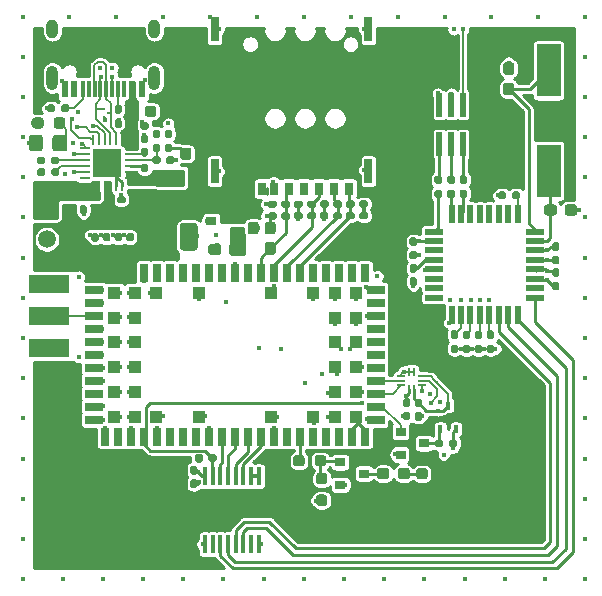
<source format=gtl>
G04 #@! TF.GenerationSoftware,KiCad,Pcbnew,5.1.10-88a1d61d58~90~ubuntu20.04.1*
G04 #@! TF.CreationDate,2021-10-18T20:01:28+01:00*
G04 #@! TF.ProjectId,GPS Hardware,47505320-4861-4726-9477-6172652e6b69,rev?*
G04 #@! TF.SameCoordinates,Original*
G04 #@! TF.FileFunction,Copper,L1,Top*
G04 #@! TF.FilePolarity,Positive*
%FSLAX46Y46*%
G04 Gerber Fmt 4.6, Leading zero omitted, Abs format (unit mm)*
G04 Created by KiCad (PCBNEW 5.1.10-88a1d61d58~90~ubuntu20.04.1) date 2021-10-18 20:01:28*
%MOMM*%
%LPD*%
G01*
G04 APERTURE LIST*
G04 #@! TA.AperFunction,SMDPad,CuDef*
%ADD10R,0.800000X1.140000*%
G04 #@! TD*
G04 #@! TA.AperFunction,SMDPad,CuDef*
%ADD11R,0.700000X2.100000*%
G04 #@! TD*
G04 #@! TA.AperFunction,ComponentPad*
%ADD12C,1.508000*%
G04 #@! TD*
G04 #@! TA.AperFunction,ComponentPad*
%ADD13R,1.508000X1.508000*%
G04 #@! TD*
G04 #@! TA.AperFunction,SMDPad,CuDef*
%ADD14R,0.500000X2.000000*%
G04 #@! TD*
G04 #@! TA.AperFunction,SMDPad,CuDef*
%ADD15R,0.550000X1.600000*%
G04 #@! TD*
G04 #@! TA.AperFunction,SMDPad,CuDef*
%ADD16R,1.600000X0.550000*%
G04 #@! TD*
G04 #@! TA.AperFunction,SMDPad,CuDef*
%ADD17R,0.410000X1.570000*%
G04 #@! TD*
G04 #@! TA.AperFunction,SMDPad,CuDef*
%ADD18R,0.450000X0.700000*%
G04 #@! TD*
G04 #@! TA.AperFunction,SMDPad,CuDef*
%ADD19R,0.900000X0.800000*%
G04 #@! TD*
G04 #@! TA.AperFunction,SMDPad,CuDef*
%ADD20R,1.100000X1.100000*%
G04 #@! TD*
G04 #@! TA.AperFunction,SMDPad,CuDef*
%ADD21R,1.500000X0.800000*%
G04 #@! TD*
G04 #@! TA.AperFunction,SMDPad,CuDef*
%ADD22R,0.800000X1.500000*%
G04 #@! TD*
G04 #@! TA.AperFunction,SMDPad,CuDef*
%ADD23R,0.600000X1.450000*%
G04 #@! TD*
G04 #@! TA.AperFunction,SMDPad,CuDef*
%ADD24R,0.300000X1.450000*%
G04 #@! TD*
G04 #@! TA.AperFunction,ComponentPad*
%ADD25O,1.000000X2.100000*%
G04 #@! TD*
G04 #@! TA.AperFunction,ComponentPad*
%ADD26O,1.000000X1.600000*%
G04 #@! TD*
G04 #@! TA.AperFunction,SMDPad,CuDef*
%ADD27R,0.200000X0.200000*%
G04 #@! TD*
G04 #@! TA.AperFunction,SMDPad,CuDef*
%ADD28R,2.000000X4.500000*%
G04 #@! TD*
G04 #@! TA.AperFunction,SMDPad,CuDef*
%ADD29R,3.500000X1.500000*%
G04 #@! TD*
G04 #@! TA.AperFunction,SMDPad,CuDef*
%ADD30R,0.200000X0.800000*%
G04 #@! TD*
G04 #@! TA.AperFunction,SMDPad,CuDef*
%ADD31R,0.800000X0.200000*%
G04 #@! TD*
G04 #@! TA.AperFunction,SMDPad,CuDef*
%ADD32R,0.860000X0.270000*%
G04 #@! TD*
G04 #@! TA.AperFunction,SMDPad,CuDef*
%ADD33R,0.270000X0.860000*%
G04 #@! TD*
G04 #@! TA.AperFunction,SMDPad,CuDef*
%ADD34R,2.450000X2.450000*%
G04 #@! TD*
G04 #@! TA.AperFunction,SMDPad,CuDef*
%ADD35R,1.800000X1.100000*%
G04 #@! TD*
G04 #@! TA.AperFunction,ViaPad*
%ADD36C,0.450000*%
G04 #@! TD*
G04 #@! TA.AperFunction,Conductor*
%ADD37C,0.150000*%
G04 #@! TD*
G04 #@! TA.AperFunction,Conductor*
%ADD38C,0.250000*%
G04 #@! TD*
G04 #@! TA.AperFunction,Conductor*
%ADD39C,0.254000*%
G04 #@! TD*
G04 #@! TA.AperFunction,Conductor*
%ADD40C,0.100000*%
G04 #@! TD*
G04 APERTURE END LIST*
D10*
X128800000Y-75735000D03*
X127530000Y-75735000D03*
X126260000Y-75735000D03*
X124990000Y-75735000D03*
X123720000Y-75735000D03*
X122450000Y-75735000D03*
X121500000Y-75735000D03*
D11*
X130470000Y-74255000D03*
X117470000Y-74255000D03*
X130470000Y-62255000D03*
X117470000Y-62255000D03*
D12*
X103265000Y-80030000D03*
D13*
X103265000Y-77530000D03*
D14*
X138490000Y-68660000D03*
X138490000Y-71960000D03*
X137490000Y-68660000D03*
X137490000Y-71960000D03*
X136490000Y-68660000D03*
X136490000Y-71960000D03*
D15*
X143120000Y-86420000D03*
X142320000Y-86420000D03*
X141520000Y-86420000D03*
X140720000Y-86420000D03*
X139920000Y-86420000D03*
X139120000Y-86420000D03*
X138320000Y-86420000D03*
X137520000Y-86420000D03*
D16*
X136070000Y-84970000D03*
X136070000Y-84170000D03*
X136070000Y-83370000D03*
X136070000Y-82570000D03*
X136070000Y-81770000D03*
X136070000Y-80970000D03*
X136070000Y-80170000D03*
X136070000Y-79370000D03*
D15*
X137520000Y-77920000D03*
X138320000Y-77920000D03*
X139120000Y-77920000D03*
X139920000Y-77920000D03*
X140720000Y-77920000D03*
X141520000Y-77920000D03*
X142320000Y-77920000D03*
X143120000Y-77920000D03*
D16*
X144570000Y-79370000D03*
X144570000Y-80170000D03*
X144570000Y-80970000D03*
X144570000Y-81770000D03*
X144570000Y-82570000D03*
X144570000Y-83370000D03*
X144570000Y-84170000D03*
X144570000Y-84970000D03*
D17*
X116655000Y-105830000D03*
X117305000Y-105830000D03*
X117955000Y-105830000D03*
X118605000Y-105830000D03*
X119255000Y-105830000D03*
X119905000Y-105830000D03*
X120555000Y-105830000D03*
X121205000Y-105830000D03*
X121205000Y-100090000D03*
X120555000Y-100090000D03*
X119905000Y-100090000D03*
X119255000Y-100090000D03*
X118605000Y-100090000D03*
X117955000Y-100090000D03*
X117305000Y-100090000D03*
X116655000Y-100090000D03*
G04 #@! TA.AperFunction,SMDPad,CuDef*
G36*
G01*
X122397500Y-79617500D02*
X121922500Y-79617500D01*
G75*
G02*
X121685000Y-79380000I0J237500D01*
G01*
X121685000Y-78780000D01*
G75*
G02*
X121922500Y-78542500I237500J0D01*
G01*
X122397500Y-78542500D01*
G75*
G02*
X122635000Y-78780000I0J-237500D01*
G01*
X122635000Y-79380000D01*
G75*
G02*
X122397500Y-79617500I-237500J0D01*
G01*
G37*
G04 #@! TD.AperFunction*
G04 #@! TA.AperFunction,SMDPad,CuDef*
G36*
G01*
X122397500Y-81342500D02*
X121922500Y-81342500D01*
G75*
G02*
X121685000Y-81105000I0J237500D01*
G01*
X121685000Y-80505000D01*
G75*
G02*
X121922500Y-80267500I237500J0D01*
G01*
X122397500Y-80267500D01*
G75*
G02*
X122635000Y-80505000I0J-237500D01*
G01*
X122635000Y-81105000D01*
G75*
G02*
X122397500Y-81342500I-237500J0D01*
G01*
G37*
G04 #@! TD.AperFunction*
G04 #@! TA.AperFunction,SMDPad,CuDef*
G36*
G01*
X122712500Y-76900000D02*
X122712500Y-77210000D01*
G75*
G02*
X122557500Y-77365000I-155000J0D01*
G01*
X122132500Y-77365000D01*
G75*
G02*
X121977500Y-77210000I0J155000D01*
G01*
X121977500Y-76900000D01*
G75*
G02*
X122132500Y-76745000I155000J0D01*
G01*
X122557500Y-76745000D01*
G75*
G02*
X122712500Y-76900000I0J-155000D01*
G01*
G37*
G04 #@! TD.AperFunction*
G04 #@! TA.AperFunction,SMDPad,CuDef*
G36*
G01*
X123847500Y-76900000D02*
X123847500Y-77210000D01*
G75*
G02*
X123692500Y-77365000I-155000J0D01*
G01*
X123267500Y-77365000D01*
G75*
G02*
X123112500Y-77210000I0J155000D01*
G01*
X123112500Y-76900000D01*
G75*
G02*
X123267500Y-76745000I155000J0D01*
G01*
X123692500Y-76745000D01*
G75*
G02*
X123847500Y-76900000I0J-155000D01*
G01*
G37*
G04 #@! TD.AperFunction*
G04 #@! TA.AperFunction,SMDPad,CuDef*
G36*
G01*
X134570000Y-94650000D02*
X134880000Y-94650000D01*
G75*
G02*
X135035000Y-94805000I0J-155000D01*
G01*
X135035000Y-95230000D01*
G75*
G02*
X134880000Y-95385000I-155000J0D01*
G01*
X134570000Y-95385000D01*
G75*
G02*
X134415000Y-95230000I0J155000D01*
G01*
X134415000Y-94805000D01*
G75*
G02*
X134570000Y-94650000I155000J0D01*
G01*
G37*
G04 #@! TD.AperFunction*
G04 #@! TA.AperFunction,SMDPad,CuDef*
G36*
G01*
X134570000Y-93515000D02*
X134880000Y-93515000D01*
G75*
G02*
X135035000Y-93670000I0J-155000D01*
G01*
X135035000Y-94095000D01*
G75*
G02*
X134880000Y-94250000I-155000J0D01*
G01*
X134570000Y-94250000D01*
G75*
G02*
X134415000Y-94095000I0J155000D01*
G01*
X134415000Y-93670000D01*
G75*
G02*
X134570000Y-93515000I155000J0D01*
G01*
G37*
G04 #@! TD.AperFunction*
G04 #@! TA.AperFunction,SMDPad,CuDef*
G36*
G01*
X133570000Y-94625000D02*
X133880000Y-94625000D01*
G75*
G02*
X134035000Y-94780000I0J-155000D01*
G01*
X134035000Y-95205000D01*
G75*
G02*
X133880000Y-95360000I-155000J0D01*
G01*
X133570000Y-95360000D01*
G75*
G02*
X133415000Y-95205000I0J155000D01*
G01*
X133415000Y-94780000D01*
G75*
G02*
X133570000Y-94625000I155000J0D01*
G01*
G37*
G04 #@! TD.AperFunction*
G04 #@! TA.AperFunction,SMDPad,CuDef*
G36*
G01*
X133570000Y-93490000D02*
X133880000Y-93490000D01*
G75*
G02*
X134035000Y-93645000I0J-155000D01*
G01*
X134035000Y-94070000D01*
G75*
G02*
X133880000Y-94225000I-155000J0D01*
G01*
X133570000Y-94225000D01*
G75*
G02*
X133415000Y-94070000I0J155000D01*
G01*
X133415000Y-93645000D01*
G75*
G02*
X133570000Y-93490000I155000J0D01*
G01*
G37*
G04 #@! TD.AperFunction*
G04 #@! TA.AperFunction,SMDPad,CuDef*
G36*
G01*
X134120000Y-83250000D02*
X134430000Y-83250000D01*
G75*
G02*
X134585000Y-83405000I0J-155000D01*
G01*
X134585000Y-83830000D01*
G75*
G02*
X134430000Y-83985000I-155000J0D01*
G01*
X134120000Y-83985000D01*
G75*
G02*
X133965000Y-83830000I0J155000D01*
G01*
X133965000Y-83405000D01*
G75*
G02*
X134120000Y-83250000I155000J0D01*
G01*
G37*
G04 #@! TD.AperFunction*
G04 #@! TA.AperFunction,SMDPad,CuDef*
G36*
G01*
X134120000Y-82115000D02*
X134430000Y-82115000D01*
G75*
G02*
X134585000Y-82270000I0J-155000D01*
G01*
X134585000Y-82695000D01*
G75*
G02*
X134430000Y-82850000I-155000J0D01*
G01*
X134120000Y-82850000D01*
G75*
G02*
X133965000Y-82695000I0J155000D01*
G01*
X133965000Y-82270000D01*
G75*
G02*
X134120000Y-82115000I155000J0D01*
G01*
G37*
G04 #@! TD.AperFunction*
G04 #@! TA.AperFunction,SMDPad,CuDef*
G36*
G01*
X136807500Y-97140000D02*
X136807500Y-97460000D01*
G75*
G02*
X136647500Y-97620000I-160000J0D01*
G01*
X136252500Y-97620000D01*
G75*
G02*
X136092500Y-97460000I0J160000D01*
G01*
X136092500Y-97140000D01*
G75*
G02*
X136252500Y-96980000I160000J0D01*
G01*
X136647500Y-96980000D01*
G75*
G02*
X136807500Y-97140000I0J-160000D01*
G01*
G37*
G04 #@! TD.AperFunction*
G04 #@! TA.AperFunction,SMDPad,CuDef*
G36*
G01*
X138002500Y-97140000D02*
X138002500Y-97460000D01*
G75*
G02*
X137842500Y-97620000I-160000J0D01*
G01*
X137447500Y-97620000D01*
G75*
G02*
X137287500Y-97460000I0J160000D01*
G01*
X137287500Y-97140000D01*
G75*
G02*
X137447500Y-96980000I160000J0D01*
G01*
X137842500Y-96980000D01*
G75*
G02*
X138002500Y-97140000I0J-160000D01*
G01*
G37*
G04 #@! TD.AperFunction*
G04 #@! TA.AperFunction,SMDPad,CuDef*
G36*
G01*
X102987500Y-69937500D02*
X102987500Y-70412500D01*
G75*
G02*
X102750000Y-70650000I-237500J0D01*
G01*
X102250000Y-70650000D01*
G75*
G02*
X102012500Y-70412500I0J237500D01*
G01*
X102012500Y-69937500D01*
G75*
G02*
X102250000Y-69700000I237500J0D01*
G01*
X102750000Y-69700000D01*
G75*
G02*
X102987500Y-69937500I0J-237500D01*
G01*
G37*
G04 #@! TD.AperFunction*
G04 #@! TA.AperFunction,SMDPad,CuDef*
G36*
G01*
X104812500Y-69937500D02*
X104812500Y-70412500D01*
G75*
G02*
X104575000Y-70650000I-237500J0D01*
G01*
X104075000Y-70650000D01*
G75*
G02*
X103837500Y-70412500I0J237500D01*
G01*
X103837500Y-69937500D01*
G75*
G02*
X104075000Y-69700000I237500J0D01*
G01*
X104575000Y-69700000D01*
G75*
G02*
X104812500Y-69937500I0J-237500D01*
G01*
G37*
G04 #@! TD.AperFunction*
D18*
X137225000Y-94100000D03*
X137875000Y-96100000D03*
X136575000Y-96100000D03*
D19*
X135200000Y-97300000D03*
X133200000Y-98250000D03*
X133200000Y-96350000D03*
G04 #@! TA.AperFunction,SMDPad,CuDef*
G36*
G01*
X110455000Y-80212500D02*
X110145000Y-80212500D01*
G75*
G02*
X109990000Y-80057500I0J155000D01*
G01*
X109990000Y-79632500D01*
G75*
G02*
X110145000Y-79477500I155000J0D01*
G01*
X110455000Y-79477500D01*
G75*
G02*
X110610000Y-79632500I0J-155000D01*
G01*
X110610000Y-80057500D01*
G75*
G02*
X110455000Y-80212500I-155000J0D01*
G01*
G37*
G04 #@! TD.AperFunction*
G04 #@! TA.AperFunction,SMDPad,CuDef*
G36*
G01*
X110455000Y-81347500D02*
X110145000Y-81347500D01*
G75*
G02*
X109990000Y-81192500I0J155000D01*
G01*
X109990000Y-80767500D01*
G75*
G02*
X110145000Y-80612500I155000J0D01*
G01*
X110455000Y-80612500D01*
G75*
G02*
X110610000Y-80767500I0J-155000D01*
G01*
X110610000Y-81192500D01*
G75*
G02*
X110455000Y-81347500I-155000J0D01*
G01*
G37*
G04 #@! TD.AperFunction*
G04 #@! TA.AperFunction,SMDPad,CuDef*
G36*
G01*
X106195000Y-77150000D02*
X106505000Y-77150000D01*
G75*
G02*
X106660000Y-77305000I0J-155000D01*
G01*
X106660000Y-77730000D01*
G75*
G02*
X106505000Y-77885000I-155000J0D01*
G01*
X106195000Y-77885000D01*
G75*
G02*
X106040000Y-77730000I0J155000D01*
G01*
X106040000Y-77305000D01*
G75*
G02*
X106195000Y-77150000I155000J0D01*
G01*
G37*
G04 #@! TD.AperFunction*
G04 #@! TA.AperFunction,SMDPad,CuDef*
G36*
G01*
X106195000Y-76015000D02*
X106505000Y-76015000D01*
G75*
G02*
X106660000Y-76170000I0J-155000D01*
G01*
X106660000Y-76595000D01*
G75*
G02*
X106505000Y-76750000I-155000J0D01*
G01*
X106195000Y-76750000D01*
G75*
G02*
X106040000Y-76595000I0J155000D01*
G01*
X106040000Y-76170000D01*
G75*
G02*
X106195000Y-76015000I155000J0D01*
G01*
G37*
G04 #@! TD.AperFunction*
G04 #@! TA.AperFunction,SMDPad,CuDef*
G36*
G01*
X109202500Y-76835000D02*
X109202500Y-76525000D01*
G75*
G02*
X109357500Y-76370000I155000J0D01*
G01*
X109782500Y-76370000D01*
G75*
G02*
X109937500Y-76525000I0J-155000D01*
G01*
X109937500Y-76835000D01*
G75*
G02*
X109782500Y-76990000I-155000J0D01*
G01*
X109357500Y-76990000D01*
G75*
G02*
X109202500Y-76835000I0J155000D01*
G01*
G37*
G04 #@! TD.AperFunction*
G04 #@! TA.AperFunction,SMDPad,CuDef*
G36*
G01*
X108067500Y-76835000D02*
X108067500Y-76525000D01*
G75*
G02*
X108222500Y-76370000I155000J0D01*
G01*
X108647500Y-76370000D01*
G75*
G02*
X108802500Y-76525000I0J-155000D01*
G01*
X108802500Y-76835000D01*
G75*
G02*
X108647500Y-76990000I-155000J0D01*
G01*
X108222500Y-76990000D01*
G75*
G02*
X108067500Y-76835000I0J155000D01*
G01*
G37*
G04 #@! TD.AperFunction*
G04 #@! TA.AperFunction,SMDPad,CuDef*
G36*
G01*
X136230000Y-75832500D02*
X136550000Y-75832500D01*
G75*
G02*
X136710000Y-75992500I0J-160000D01*
G01*
X136710000Y-76387500D01*
G75*
G02*
X136550000Y-76547500I-160000J0D01*
G01*
X136230000Y-76547500D01*
G75*
G02*
X136070000Y-76387500I0J160000D01*
G01*
X136070000Y-75992500D01*
G75*
G02*
X136230000Y-75832500I160000J0D01*
G01*
G37*
G04 #@! TD.AperFunction*
G04 #@! TA.AperFunction,SMDPad,CuDef*
G36*
G01*
X136230000Y-74637500D02*
X136550000Y-74637500D01*
G75*
G02*
X136710000Y-74797500I0J-160000D01*
G01*
X136710000Y-75192500D01*
G75*
G02*
X136550000Y-75352500I-160000J0D01*
G01*
X136230000Y-75352500D01*
G75*
G02*
X136070000Y-75192500I0J160000D01*
G01*
X136070000Y-74797500D01*
G75*
G02*
X136230000Y-74637500I160000J0D01*
G01*
G37*
G04 #@! TD.AperFunction*
G04 #@! TA.AperFunction,SMDPad,CuDef*
G36*
G01*
X137320000Y-75832500D02*
X137640000Y-75832500D01*
G75*
G02*
X137800000Y-75992500I0J-160000D01*
G01*
X137800000Y-76387500D01*
G75*
G02*
X137640000Y-76547500I-160000J0D01*
G01*
X137320000Y-76547500D01*
G75*
G02*
X137160000Y-76387500I0J160000D01*
G01*
X137160000Y-75992500D01*
G75*
G02*
X137320000Y-75832500I160000J0D01*
G01*
G37*
G04 #@! TD.AperFunction*
G04 #@! TA.AperFunction,SMDPad,CuDef*
G36*
G01*
X137320000Y-74637500D02*
X137640000Y-74637500D01*
G75*
G02*
X137800000Y-74797500I0J-160000D01*
G01*
X137800000Y-75192500D01*
G75*
G02*
X137640000Y-75352500I-160000J0D01*
G01*
X137320000Y-75352500D01*
G75*
G02*
X137160000Y-75192500I0J160000D01*
G01*
X137160000Y-74797500D01*
G75*
G02*
X137320000Y-74637500I160000J0D01*
G01*
G37*
G04 #@! TD.AperFunction*
G04 #@! TA.AperFunction,SMDPad,CuDef*
G36*
G01*
X138360000Y-75812500D02*
X138680000Y-75812500D01*
G75*
G02*
X138840000Y-75972500I0J-160000D01*
G01*
X138840000Y-76367500D01*
G75*
G02*
X138680000Y-76527500I-160000J0D01*
G01*
X138360000Y-76527500D01*
G75*
G02*
X138200000Y-76367500I0J160000D01*
G01*
X138200000Y-75972500D01*
G75*
G02*
X138360000Y-75812500I160000J0D01*
G01*
G37*
G04 #@! TD.AperFunction*
G04 #@! TA.AperFunction,SMDPad,CuDef*
G36*
G01*
X138360000Y-74617500D02*
X138680000Y-74617500D01*
G75*
G02*
X138840000Y-74777500I0J-160000D01*
G01*
X138840000Y-75172500D01*
G75*
G02*
X138680000Y-75332500I-160000J0D01*
G01*
X138360000Y-75332500D01*
G75*
G02*
X138200000Y-75172500I0J160000D01*
G01*
X138200000Y-74777500D01*
G75*
G02*
X138360000Y-74617500I160000J0D01*
G01*
G37*
G04 #@! TD.AperFunction*
G04 #@! TA.AperFunction,SMDPad,CuDef*
G36*
G01*
X137920000Y-88462500D02*
X137600000Y-88462500D01*
G75*
G02*
X137440000Y-88302500I0J160000D01*
G01*
X137440000Y-87907500D01*
G75*
G02*
X137600000Y-87747500I160000J0D01*
G01*
X137920000Y-87747500D01*
G75*
G02*
X138080000Y-87907500I0J-160000D01*
G01*
X138080000Y-88302500D01*
G75*
G02*
X137920000Y-88462500I-160000J0D01*
G01*
G37*
G04 #@! TD.AperFunction*
G04 #@! TA.AperFunction,SMDPad,CuDef*
G36*
G01*
X137920000Y-89657500D02*
X137600000Y-89657500D01*
G75*
G02*
X137440000Y-89497500I0J160000D01*
G01*
X137440000Y-89102500D01*
G75*
G02*
X137600000Y-88942500I160000J0D01*
G01*
X137920000Y-88942500D01*
G75*
G02*
X138080000Y-89102500I0J-160000D01*
G01*
X138080000Y-89497500D01*
G75*
G02*
X137920000Y-89657500I-160000J0D01*
G01*
G37*
G04 #@! TD.AperFunction*
G04 #@! TA.AperFunction,SMDPad,CuDef*
G36*
G01*
X140970000Y-88457500D02*
X140650000Y-88457500D01*
G75*
G02*
X140490000Y-88297500I0J160000D01*
G01*
X140490000Y-87902500D01*
G75*
G02*
X140650000Y-87742500I160000J0D01*
G01*
X140970000Y-87742500D01*
G75*
G02*
X141130000Y-87902500I0J-160000D01*
G01*
X141130000Y-88297500D01*
G75*
G02*
X140970000Y-88457500I-160000J0D01*
G01*
G37*
G04 #@! TD.AperFunction*
G04 #@! TA.AperFunction,SMDPad,CuDef*
G36*
G01*
X140970000Y-89652500D02*
X140650000Y-89652500D01*
G75*
G02*
X140490000Y-89492500I0J160000D01*
G01*
X140490000Y-89097500D01*
G75*
G02*
X140650000Y-88937500I160000J0D01*
G01*
X140970000Y-88937500D01*
G75*
G02*
X141130000Y-89097500I0J-160000D01*
G01*
X141130000Y-89492500D01*
G75*
G02*
X140970000Y-89652500I-160000J0D01*
G01*
G37*
G04 #@! TD.AperFunction*
G04 #@! TA.AperFunction,SMDPad,CuDef*
G36*
G01*
X142150000Y-76140000D02*
X142150000Y-76460000D01*
G75*
G02*
X141990000Y-76620000I-160000J0D01*
G01*
X141595000Y-76620000D01*
G75*
G02*
X141435000Y-76460000I0J160000D01*
G01*
X141435000Y-76140000D01*
G75*
G02*
X141595000Y-75980000I160000J0D01*
G01*
X141990000Y-75980000D01*
G75*
G02*
X142150000Y-76140000I0J-160000D01*
G01*
G37*
G04 #@! TD.AperFunction*
G04 #@! TA.AperFunction,SMDPad,CuDef*
G36*
G01*
X143345000Y-76140000D02*
X143345000Y-76460000D01*
G75*
G02*
X143185000Y-76620000I-160000J0D01*
G01*
X142790000Y-76620000D01*
G75*
G02*
X142630000Y-76460000I0J160000D01*
G01*
X142630000Y-76140000D01*
G75*
G02*
X142790000Y-75980000I160000J0D01*
G01*
X143185000Y-75980000D01*
G75*
G02*
X143345000Y-76140000I0J-160000D01*
G01*
G37*
G04 #@! TD.AperFunction*
G04 #@! TA.AperFunction,SMDPad,CuDef*
G36*
G01*
X138940000Y-88477500D02*
X138620000Y-88477500D01*
G75*
G02*
X138460000Y-88317500I0J160000D01*
G01*
X138460000Y-87922500D01*
G75*
G02*
X138620000Y-87762500I160000J0D01*
G01*
X138940000Y-87762500D01*
G75*
G02*
X139100000Y-87922500I0J-160000D01*
G01*
X139100000Y-88317500D01*
G75*
G02*
X138940000Y-88477500I-160000J0D01*
G01*
G37*
G04 #@! TD.AperFunction*
G04 #@! TA.AperFunction,SMDPad,CuDef*
G36*
G01*
X138940000Y-89672500D02*
X138620000Y-89672500D01*
G75*
G02*
X138460000Y-89512500I0J160000D01*
G01*
X138460000Y-89117500D01*
G75*
G02*
X138620000Y-88957500I160000J0D01*
G01*
X138940000Y-88957500D01*
G75*
G02*
X139100000Y-89117500I0J-160000D01*
G01*
X139100000Y-89512500D01*
G75*
G02*
X138940000Y-89672500I-160000J0D01*
G01*
G37*
G04 #@! TD.AperFunction*
G04 #@! TA.AperFunction,SMDPad,CuDef*
G36*
G01*
X139630000Y-88950000D02*
X139950000Y-88950000D01*
G75*
G02*
X140110000Y-89110000I0J-160000D01*
G01*
X140110000Y-89505000D01*
G75*
G02*
X139950000Y-89665000I-160000J0D01*
G01*
X139630000Y-89665000D01*
G75*
G02*
X139470000Y-89505000I0J160000D01*
G01*
X139470000Y-89110000D01*
G75*
G02*
X139630000Y-88950000I160000J0D01*
G01*
G37*
G04 #@! TD.AperFunction*
G04 #@! TA.AperFunction,SMDPad,CuDef*
G36*
G01*
X139630000Y-87755000D02*
X139950000Y-87755000D01*
G75*
G02*
X140110000Y-87915000I0J-160000D01*
G01*
X140110000Y-88310000D01*
G75*
G02*
X139950000Y-88470000I-160000J0D01*
G01*
X139630000Y-88470000D01*
G75*
G02*
X139470000Y-88310000I0J160000D01*
G01*
X139470000Y-87915000D01*
G75*
G02*
X139630000Y-87755000I160000J0D01*
G01*
G37*
G04 #@! TD.AperFunction*
G04 #@! TA.AperFunction,SMDPad,CuDef*
G36*
G01*
X115535000Y-99212500D02*
X115845000Y-99212500D01*
G75*
G02*
X116000000Y-99367500I0J-155000D01*
G01*
X116000000Y-99792500D01*
G75*
G02*
X115845000Y-99947500I-155000J0D01*
G01*
X115535000Y-99947500D01*
G75*
G02*
X115380000Y-99792500I0J155000D01*
G01*
X115380000Y-99367500D01*
G75*
G02*
X115535000Y-99212500I155000J0D01*
G01*
G37*
G04 #@! TD.AperFunction*
G04 #@! TA.AperFunction,SMDPad,CuDef*
G36*
G01*
X115535000Y-100347500D02*
X115845000Y-100347500D01*
G75*
G02*
X116000000Y-100502500I0J-155000D01*
G01*
X116000000Y-100927500D01*
G75*
G02*
X115845000Y-101082500I-155000J0D01*
G01*
X115535000Y-101082500D01*
G75*
G02*
X115380000Y-100927500I0J155000D01*
G01*
X115380000Y-100502500D01*
G75*
G02*
X115535000Y-100347500I155000J0D01*
G01*
G37*
G04 #@! TD.AperFunction*
G04 #@! TA.AperFunction,SMDPad,CuDef*
G36*
G01*
X117645000Y-98395000D02*
X117645000Y-98705000D01*
G75*
G02*
X117490000Y-98860000I-155000J0D01*
G01*
X117065000Y-98860000D01*
G75*
G02*
X116910000Y-98705000I0J155000D01*
G01*
X116910000Y-98395000D01*
G75*
G02*
X117065000Y-98240000I155000J0D01*
G01*
X117490000Y-98240000D01*
G75*
G02*
X117645000Y-98395000I0J-155000D01*
G01*
G37*
G04 #@! TD.AperFunction*
G04 #@! TA.AperFunction,SMDPad,CuDef*
G36*
G01*
X116510000Y-98395000D02*
X116510000Y-98705000D01*
G75*
G02*
X116355000Y-98860000I-155000J0D01*
G01*
X115930000Y-98860000D01*
G75*
G02*
X115775000Y-98705000I0J155000D01*
G01*
X115775000Y-98395000D01*
G75*
G02*
X115930000Y-98240000I155000J0D01*
G01*
X116355000Y-98240000D01*
G75*
G02*
X116510000Y-98395000I0J-155000D01*
G01*
G37*
G04 #@! TD.AperFunction*
D20*
X129430000Y-84550000D03*
X129430000Y-86650000D03*
X129430000Y-88750000D03*
X129430000Y-90850000D03*
X129430000Y-92950000D03*
X129430000Y-95050000D03*
X127630000Y-84550000D03*
X127630000Y-86650000D03*
X127630000Y-88750000D03*
X127630000Y-90850000D03*
X127630000Y-92950000D03*
X127630000Y-95050000D03*
X125830000Y-84550000D03*
X125830000Y-95050000D03*
X122230000Y-84550000D03*
X122230000Y-95050000D03*
X116130000Y-84550000D03*
X116130000Y-95050000D03*
X112530000Y-84550000D03*
X112530000Y-95050000D03*
X110730000Y-84550000D03*
X110730000Y-86650000D03*
X110730000Y-88750000D03*
X110730000Y-90850000D03*
X110730000Y-92950000D03*
X110730000Y-95050000D03*
X108930000Y-84550000D03*
X108930000Y-86650000D03*
X108930000Y-88750000D03*
X108930000Y-90850000D03*
X108930000Y-92950000D03*
D21*
X107230000Y-95300000D03*
D20*
X108930000Y-95050000D03*
D21*
X107230000Y-94200000D03*
X107230000Y-93100000D03*
X107230000Y-92000000D03*
X107230000Y-90900000D03*
X107230000Y-89800000D03*
X107230000Y-88700000D03*
X107230000Y-87600000D03*
X107230000Y-86500000D03*
X107230000Y-85400000D03*
X107230000Y-84300000D03*
D22*
X108180000Y-82850000D03*
X109280000Y-82850000D03*
X110380000Y-82850000D03*
X111480000Y-82850000D03*
X112580000Y-82850000D03*
X113680000Y-82850000D03*
X114780000Y-82850000D03*
X115880000Y-82850000D03*
X116980000Y-82850000D03*
X118080000Y-82850000D03*
X119180000Y-82850000D03*
X120280000Y-82850000D03*
X121380000Y-82850000D03*
X122480000Y-82850000D03*
X123580000Y-82850000D03*
X124680000Y-82850000D03*
X125780000Y-82850000D03*
X126880000Y-82850000D03*
X127980000Y-82850000D03*
X129080000Y-82850000D03*
X130180000Y-82850000D03*
D21*
X131130000Y-84300000D03*
X131130000Y-85400000D03*
X131130000Y-86500000D03*
X131130000Y-87600000D03*
X131130000Y-88700000D03*
X131130000Y-89800000D03*
X131130000Y-90900000D03*
X131130000Y-92000000D03*
X131130000Y-93100000D03*
X131130000Y-94200000D03*
X131130000Y-95300000D03*
D22*
X130180000Y-96750000D03*
X129080000Y-96750000D03*
X127980000Y-96750000D03*
X126880000Y-96750000D03*
X125780000Y-96750000D03*
X124680000Y-96750000D03*
X123580000Y-96750000D03*
X122480000Y-96750000D03*
X121380000Y-96750000D03*
X120280000Y-96750000D03*
X119180000Y-96750000D03*
X118080000Y-96750000D03*
X116980000Y-96750000D03*
X115880000Y-96750000D03*
X114780000Y-96750000D03*
X113680000Y-96750000D03*
X112580000Y-96750000D03*
X111480000Y-96750000D03*
X110380000Y-96750000D03*
X109280000Y-96750000D03*
X108180000Y-96750000D03*
D23*
X104796000Y-67280000D03*
X105596000Y-67280000D03*
X110496000Y-67280000D03*
X111296000Y-67280000D03*
X111296000Y-67280000D03*
X110496000Y-67280000D03*
X105596000Y-67280000D03*
X104796000Y-67280000D03*
D24*
X109796000Y-67280000D03*
X109296000Y-67280000D03*
X108796000Y-67280000D03*
X107796000Y-67280000D03*
X107296000Y-67280000D03*
X106796000Y-67280000D03*
X106296000Y-67280000D03*
X108296000Y-67280000D03*
D25*
X103726000Y-66365000D03*
X112366000Y-66365000D03*
D26*
X112366000Y-62185000D03*
X103726000Y-62185000D03*
G04 #@! TA.AperFunction,SMDPad,CuDef*
G36*
G01*
X115257500Y-71560000D02*
X114782500Y-71560000D01*
G75*
G02*
X114545000Y-71322500I0J237500D01*
G01*
X114545000Y-70747500D01*
G75*
G02*
X114782500Y-70510000I237500J0D01*
G01*
X115257500Y-70510000D01*
G75*
G02*
X115495000Y-70747500I0J-237500D01*
G01*
X115495000Y-71322500D01*
G75*
G02*
X115257500Y-71560000I-237500J0D01*
G01*
G37*
G04 #@! TD.AperFunction*
G04 #@! TA.AperFunction,SMDPad,CuDef*
G36*
G01*
X115257500Y-73310000D02*
X114782500Y-73310000D01*
G75*
G02*
X114545000Y-73072500I0J237500D01*
G01*
X114545000Y-72497500D01*
G75*
G02*
X114782500Y-72260000I237500J0D01*
G01*
X115257500Y-72260000D01*
G75*
G02*
X115495000Y-72497500I0J-237500D01*
G01*
X115495000Y-73072500D01*
G75*
G02*
X115257500Y-73310000I-237500J0D01*
G01*
G37*
G04 #@! TD.AperFunction*
D27*
X108110000Y-69640000D03*
X108110000Y-68960000D03*
X108410000Y-69300000D03*
G04 #@! TA.AperFunction,SMDPad,CuDef*
G36*
G01*
X112690000Y-71462500D02*
X112370000Y-71462500D01*
G75*
G02*
X112210000Y-71302500I0J160000D01*
G01*
X112210000Y-70907500D01*
G75*
G02*
X112370000Y-70747500I160000J0D01*
G01*
X112690000Y-70747500D01*
G75*
G02*
X112850000Y-70907500I0J-160000D01*
G01*
X112850000Y-71302500D01*
G75*
G02*
X112690000Y-71462500I-160000J0D01*
G01*
G37*
G04 #@! TD.AperFunction*
G04 #@! TA.AperFunction,SMDPad,CuDef*
G36*
G01*
X112690000Y-72657500D02*
X112370000Y-72657500D01*
G75*
G02*
X112210000Y-72497500I0J160000D01*
G01*
X112210000Y-72102500D01*
G75*
G02*
X112370000Y-71942500I160000J0D01*
G01*
X112690000Y-71942500D01*
G75*
G02*
X112850000Y-72102500I0J-160000D01*
G01*
X112850000Y-72497500D01*
G75*
G02*
X112690000Y-72657500I-160000J0D01*
G01*
G37*
G04 #@! TD.AperFunction*
G04 #@! TA.AperFunction,SMDPad,CuDef*
G36*
G01*
X104442500Y-69085000D02*
X104442500Y-68765000D01*
G75*
G02*
X104602500Y-68605000I160000J0D01*
G01*
X104997500Y-68605000D01*
G75*
G02*
X105157500Y-68765000I0J-160000D01*
G01*
X105157500Y-69085000D01*
G75*
G02*
X104997500Y-69245000I-160000J0D01*
G01*
X104602500Y-69245000D01*
G75*
G02*
X104442500Y-69085000I0J160000D01*
G01*
G37*
G04 #@! TD.AperFunction*
G04 #@! TA.AperFunction,SMDPad,CuDef*
G36*
G01*
X103247500Y-69085000D02*
X103247500Y-68765000D01*
G75*
G02*
X103407500Y-68605000I160000J0D01*
G01*
X103802500Y-68605000D01*
G75*
G02*
X103962500Y-68765000I0J-160000D01*
G01*
X103962500Y-69085000D01*
G75*
G02*
X103802500Y-69245000I-160000J0D01*
G01*
X103407500Y-69245000D01*
G75*
G02*
X103247500Y-69085000I0J160000D01*
G01*
G37*
G04 #@! TD.AperFunction*
G04 #@! TA.AperFunction,SMDPad,CuDef*
G36*
G01*
X109470000Y-69390000D02*
X109150000Y-69390000D01*
G75*
G02*
X108990000Y-69230000I0J160000D01*
G01*
X108990000Y-68835000D01*
G75*
G02*
X109150000Y-68675000I160000J0D01*
G01*
X109470000Y-68675000D01*
G75*
G02*
X109630000Y-68835000I0J-160000D01*
G01*
X109630000Y-69230000D01*
G75*
G02*
X109470000Y-69390000I-160000J0D01*
G01*
G37*
G04 #@! TD.AperFunction*
G04 #@! TA.AperFunction,SMDPad,CuDef*
G36*
G01*
X109470000Y-70585000D02*
X109150000Y-70585000D01*
G75*
G02*
X108990000Y-70425000I0J160000D01*
G01*
X108990000Y-70030000D01*
G75*
G02*
X109150000Y-69870000I160000J0D01*
G01*
X109470000Y-69870000D01*
G75*
G02*
X109630000Y-70030000I0J-160000D01*
G01*
X109630000Y-70425000D01*
G75*
G02*
X109470000Y-70585000I-160000J0D01*
G01*
G37*
G04 #@! TD.AperFunction*
G04 #@! TA.AperFunction,SMDPad,CuDef*
G36*
G01*
X146195000Y-83617500D02*
X146505000Y-83617500D01*
G75*
G02*
X146660000Y-83772500I0J-155000D01*
G01*
X146660000Y-84197500D01*
G75*
G02*
X146505000Y-84352500I-155000J0D01*
G01*
X146195000Y-84352500D01*
G75*
G02*
X146040000Y-84197500I0J155000D01*
G01*
X146040000Y-83772500D01*
G75*
G02*
X146195000Y-83617500I155000J0D01*
G01*
G37*
G04 #@! TD.AperFunction*
G04 #@! TA.AperFunction,SMDPad,CuDef*
G36*
G01*
X146195000Y-82482500D02*
X146505000Y-82482500D01*
G75*
G02*
X146660000Y-82637500I0J-155000D01*
G01*
X146660000Y-83062500D01*
G75*
G02*
X146505000Y-83217500I-155000J0D01*
G01*
X146195000Y-83217500D01*
G75*
G02*
X146040000Y-83062500I0J155000D01*
G01*
X146040000Y-82637500D01*
G75*
G02*
X146195000Y-82482500I155000J0D01*
G01*
G37*
G04 #@! TD.AperFunction*
G04 #@! TA.AperFunction,SMDPad,CuDef*
G36*
G01*
X146195000Y-81417500D02*
X146505000Y-81417500D01*
G75*
G02*
X146660000Y-81572500I0J-155000D01*
G01*
X146660000Y-81997500D01*
G75*
G02*
X146505000Y-82152500I-155000J0D01*
G01*
X146195000Y-82152500D01*
G75*
G02*
X146040000Y-81997500I0J155000D01*
G01*
X146040000Y-81572500D01*
G75*
G02*
X146195000Y-81417500I155000J0D01*
G01*
G37*
G04 #@! TD.AperFunction*
G04 #@! TA.AperFunction,SMDPad,CuDef*
G36*
G01*
X146195000Y-80282500D02*
X146505000Y-80282500D01*
G75*
G02*
X146660000Y-80437500I0J-155000D01*
G01*
X146660000Y-80862500D01*
G75*
G02*
X146505000Y-81017500I-155000J0D01*
G01*
X146195000Y-81017500D01*
G75*
G02*
X146040000Y-80862500I0J155000D01*
G01*
X146040000Y-80437500D01*
G75*
G02*
X146195000Y-80282500I155000J0D01*
G01*
G37*
G04 #@! TD.AperFunction*
G04 #@! TA.AperFunction,SMDPad,CuDef*
G36*
G01*
X134115000Y-80997500D02*
X134425000Y-80997500D01*
G75*
G02*
X134580000Y-81152500I0J-155000D01*
G01*
X134580000Y-81577500D01*
G75*
G02*
X134425000Y-81732500I-155000J0D01*
G01*
X134115000Y-81732500D01*
G75*
G02*
X133960000Y-81577500I0J155000D01*
G01*
X133960000Y-81152500D01*
G75*
G02*
X134115000Y-80997500I155000J0D01*
G01*
G37*
G04 #@! TD.AperFunction*
G04 #@! TA.AperFunction,SMDPad,CuDef*
G36*
G01*
X134115000Y-79862500D02*
X134425000Y-79862500D01*
G75*
G02*
X134580000Y-80017500I0J-155000D01*
G01*
X134580000Y-80442500D01*
G75*
G02*
X134425000Y-80597500I-155000J0D01*
G01*
X134115000Y-80597500D01*
G75*
G02*
X133960000Y-80442500I0J155000D01*
G01*
X133960000Y-80017500D01*
G75*
G02*
X134115000Y-79862500I155000J0D01*
G01*
G37*
G04 #@! TD.AperFunction*
G04 #@! TA.AperFunction,SMDPad,CuDef*
G36*
G01*
X122717500Y-77910000D02*
X122717500Y-78220000D01*
G75*
G02*
X122562500Y-78375000I-155000J0D01*
G01*
X122137500Y-78375000D01*
G75*
G02*
X121982500Y-78220000I0J155000D01*
G01*
X121982500Y-77910000D01*
G75*
G02*
X122137500Y-77755000I155000J0D01*
G01*
X122562500Y-77755000D01*
G75*
G02*
X122717500Y-77910000I0J-155000D01*
G01*
G37*
G04 #@! TD.AperFunction*
G04 #@! TA.AperFunction,SMDPad,CuDef*
G36*
G01*
X123852500Y-77910000D02*
X123852500Y-78220000D01*
G75*
G02*
X123697500Y-78375000I-155000J0D01*
G01*
X123272500Y-78375000D01*
G75*
G02*
X123117500Y-78220000I0J155000D01*
G01*
X123117500Y-77910000D01*
G75*
G02*
X123272500Y-77755000I155000J0D01*
G01*
X123697500Y-77755000D01*
G75*
G02*
X123852500Y-77910000I0J-155000D01*
G01*
G37*
G04 #@! TD.AperFunction*
G04 #@! TA.AperFunction,SMDPad,CuDef*
G36*
G01*
X127500000Y-78190000D02*
X127500000Y-77880000D01*
G75*
G02*
X127655000Y-77725000I155000J0D01*
G01*
X128080000Y-77725000D01*
G75*
G02*
X128235000Y-77880000I0J-155000D01*
G01*
X128235000Y-78190000D01*
G75*
G02*
X128080000Y-78345000I-155000J0D01*
G01*
X127655000Y-78345000D01*
G75*
G02*
X127500000Y-78190000I0J155000D01*
G01*
G37*
G04 #@! TD.AperFunction*
G04 #@! TA.AperFunction,SMDPad,CuDef*
G36*
G01*
X126365000Y-78190000D02*
X126365000Y-77880000D01*
G75*
G02*
X126520000Y-77725000I155000J0D01*
G01*
X126945000Y-77725000D01*
G75*
G02*
X127100000Y-77880000I0J-155000D01*
G01*
X127100000Y-78190000D01*
G75*
G02*
X126945000Y-78345000I-155000J0D01*
G01*
X126520000Y-78345000D01*
G75*
G02*
X126365000Y-78190000I0J155000D01*
G01*
G37*
G04 #@! TD.AperFunction*
G04 #@! TA.AperFunction,SMDPad,CuDef*
G36*
G01*
X129317500Y-77880000D02*
X129317500Y-78190000D01*
G75*
G02*
X129162500Y-78345000I-155000J0D01*
G01*
X128737500Y-78345000D01*
G75*
G02*
X128582500Y-78190000I0J155000D01*
G01*
X128582500Y-77880000D01*
G75*
G02*
X128737500Y-77725000I155000J0D01*
G01*
X129162500Y-77725000D01*
G75*
G02*
X129317500Y-77880000I0J-155000D01*
G01*
G37*
G04 #@! TD.AperFunction*
G04 #@! TA.AperFunction,SMDPad,CuDef*
G36*
G01*
X130452500Y-77880000D02*
X130452500Y-78190000D01*
G75*
G02*
X130297500Y-78345000I-155000J0D01*
G01*
X129872500Y-78345000D01*
G75*
G02*
X129717500Y-78190000I0J155000D01*
G01*
X129717500Y-77880000D01*
G75*
G02*
X129872500Y-77725000I155000J0D01*
G01*
X130297500Y-77725000D01*
G75*
G02*
X130452500Y-77880000I0J-155000D01*
G01*
G37*
G04 #@! TD.AperFunction*
G04 #@! TA.AperFunction,SMDPad,CuDef*
G36*
G01*
X125317500Y-78190000D02*
X125317500Y-77880000D01*
G75*
G02*
X125472500Y-77725000I155000J0D01*
G01*
X125897500Y-77725000D01*
G75*
G02*
X126052500Y-77880000I0J-155000D01*
G01*
X126052500Y-78190000D01*
G75*
G02*
X125897500Y-78345000I-155000J0D01*
G01*
X125472500Y-78345000D01*
G75*
G02*
X125317500Y-78190000I0J155000D01*
G01*
G37*
G04 #@! TD.AperFunction*
G04 #@! TA.AperFunction,SMDPad,CuDef*
G36*
G01*
X124182500Y-78190000D02*
X124182500Y-77880000D01*
G75*
G02*
X124337500Y-77725000I155000J0D01*
G01*
X124762500Y-77725000D01*
G75*
G02*
X124917500Y-77880000I0J-155000D01*
G01*
X124917500Y-78190000D01*
G75*
G02*
X124762500Y-78345000I-155000J0D01*
G01*
X124337500Y-78345000D01*
G75*
G02*
X124182500Y-78190000I0J155000D01*
G01*
G37*
G04 #@! TD.AperFunction*
G04 #@! TA.AperFunction,SMDPad,CuDef*
G36*
G01*
X127122500Y-76890000D02*
X127122500Y-77200000D01*
G75*
G02*
X126967500Y-77355000I-155000J0D01*
G01*
X126542500Y-77355000D01*
G75*
G02*
X126387500Y-77200000I0J155000D01*
G01*
X126387500Y-76890000D01*
G75*
G02*
X126542500Y-76735000I155000J0D01*
G01*
X126967500Y-76735000D01*
G75*
G02*
X127122500Y-76890000I0J-155000D01*
G01*
G37*
G04 #@! TD.AperFunction*
G04 #@! TA.AperFunction,SMDPad,CuDef*
G36*
G01*
X128257500Y-76890000D02*
X128257500Y-77200000D01*
G75*
G02*
X128102500Y-77355000I-155000J0D01*
G01*
X127677500Y-77355000D01*
G75*
G02*
X127522500Y-77200000I0J155000D01*
G01*
X127522500Y-76890000D01*
G75*
G02*
X127677500Y-76735000I155000J0D01*
G01*
X128102500Y-76735000D01*
G75*
G02*
X128257500Y-76890000I0J-155000D01*
G01*
G37*
G04 #@! TD.AperFunction*
G04 #@! TA.AperFunction,SMDPad,CuDef*
G36*
G01*
X129712500Y-77200000D02*
X129712500Y-76890000D01*
G75*
G02*
X129867500Y-76735000I155000J0D01*
G01*
X130292500Y-76735000D01*
G75*
G02*
X130447500Y-76890000I0J-155000D01*
G01*
X130447500Y-77200000D01*
G75*
G02*
X130292500Y-77355000I-155000J0D01*
G01*
X129867500Y-77355000D01*
G75*
G02*
X129712500Y-77200000I0J155000D01*
G01*
G37*
G04 #@! TD.AperFunction*
G04 #@! TA.AperFunction,SMDPad,CuDef*
G36*
G01*
X128577500Y-77200000D02*
X128577500Y-76890000D01*
G75*
G02*
X128732500Y-76735000I155000J0D01*
G01*
X129157500Y-76735000D01*
G75*
G02*
X129312500Y-76890000I0J-155000D01*
G01*
X129312500Y-77200000D01*
G75*
G02*
X129157500Y-77355000I-155000J0D01*
G01*
X128732500Y-77355000D01*
G75*
G02*
X128577500Y-77200000I0J155000D01*
G01*
G37*
G04 #@! TD.AperFunction*
G04 #@! TA.AperFunction,SMDPad,CuDef*
G36*
G01*
X124917500Y-76905000D02*
X124917500Y-77215000D01*
G75*
G02*
X124762500Y-77370000I-155000J0D01*
G01*
X124337500Y-77370000D01*
G75*
G02*
X124182500Y-77215000I0J155000D01*
G01*
X124182500Y-76905000D01*
G75*
G02*
X124337500Y-76750000I155000J0D01*
G01*
X124762500Y-76750000D01*
G75*
G02*
X124917500Y-76905000I0J-155000D01*
G01*
G37*
G04 #@! TD.AperFunction*
G04 #@! TA.AperFunction,SMDPad,CuDef*
G36*
G01*
X126052500Y-76905000D02*
X126052500Y-77215000D01*
G75*
G02*
X125897500Y-77370000I-155000J0D01*
G01*
X125472500Y-77370000D01*
G75*
G02*
X125317500Y-77215000I0J155000D01*
G01*
X125317500Y-76905000D01*
G75*
G02*
X125472500Y-76750000I155000J0D01*
G01*
X125897500Y-76750000D01*
G75*
G02*
X126052500Y-76905000I0J-155000D01*
G01*
G37*
G04 #@! TD.AperFunction*
G04 #@! TA.AperFunction,SMDPad,CuDef*
G36*
G01*
X103612500Y-74495000D02*
X103612500Y-74175000D01*
G75*
G02*
X103772500Y-74015000I160000J0D01*
G01*
X104167500Y-74015000D01*
G75*
G02*
X104327500Y-74175000I0J-160000D01*
G01*
X104327500Y-74495000D01*
G75*
G02*
X104167500Y-74655000I-160000J0D01*
G01*
X103772500Y-74655000D01*
G75*
G02*
X103612500Y-74495000I0J160000D01*
G01*
G37*
G04 #@! TD.AperFunction*
G04 #@! TA.AperFunction,SMDPad,CuDef*
G36*
G01*
X102417500Y-74495000D02*
X102417500Y-74175000D01*
G75*
G02*
X102577500Y-74015000I160000J0D01*
G01*
X102972500Y-74015000D01*
G75*
G02*
X103132500Y-74175000I0J-160000D01*
G01*
X103132500Y-74495000D01*
G75*
G02*
X102972500Y-74655000I-160000J0D01*
G01*
X102577500Y-74655000D01*
G75*
G02*
X102417500Y-74495000I0J160000D01*
G01*
G37*
G04 #@! TD.AperFunction*
G04 #@! TA.AperFunction,SMDPad,CuDef*
G36*
G01*
X103127500Y-73185000D02*
X103127500Y-73505000D01*
G75*
G02*
X102967500Y-73665000I-160000J0D01*
G01*
X102572500Y-73665000D01*
G75*
G02*
X102412500Y-73505000I0J160000D01*
G01*
X102412500Y-73185000D01*
G75*
G02*
X102572500Y-73025000I160000J0D01*
G01*
X102967500Y-73025000D01*
G75*
G02*
X103127500Y-73185000I0J-160000D01*
G01*
G37*
G04 #@! TD.AperFunction*
G04 #@! TA.AperFunction,SMDPad,CuDef*
G36*
G01*
X104322500Y-73185000D02*
X104322500Y-73505000D01*
G75*
G02*
X104162500Y-73665000I-160000J0D01*
G01*
X103767500Y-73665000D01*
G75*
G02*
X103607500Y-73505000I0J160000D01*
G01*
X103607500Y-73185000D01*
G75*
G02*
X103767500Y-73025000I160000J0D01*
G01*
X104162500Y-73025000D01*
G75*
G02*
X104322500Y-73185000I0J-160000D01*
G01*
G37*
G04 #@! TD.AperFunction*
G04 #@! TA.AperFunction,SMDPad,CuDef*
G36*
G01*
X113327500Y-73475000D02*
X113327500Y-73165000D01*
G75*
G02*
X113482500Y-73010000I155000J0D01*
G01*
X113907500Y-73010000D01*
G75*
G02*
X114062500Y-73165000I0J-155000D01*
G01*
X114062500Y-73475000D01*
G75*
G02*
X113907500Y-73630000I-155000J0D01*
G01*
X113482500Y-73630000D01*
G75*
G02*
X113327500Y-73475000I0J155000D01*
G01*
G37*
G04 #@! TD.AperFunction*
G04 #@! TA.AperFunction,SMDPad,CuDef*
G36*
G01*
X112192500Y-73475000D02*
X112192500Y-73165000D01*
G75*
G02*
X112347500Y-73010000I155000J0D01*
G01*
X112772500Y-73010000D01*
G75*
G02*
X112927500Y-73165000I0J-155000D01*
G01*
X112927500Y-73475000D01*
G75*
G02*
X112772500Y-73630000I-155000J0D01*
G01*
X112347500Y-73630000D01*
G75*
G02*
X112192500Y-73475000I0J155000D01*
G01*
G37*
G04 #@! TD.AperFunction*
G04 #@! TA.AperFunction,SMDPad,CuDef*
G36*
G01*
X111365000Y-74757500D02*
X111675000Y-74757500D01*
G75*
G02*
X111830000Y-74912500I0J-155000D01*
G01*
X111830000Y-75337500D01*
G75*
G02*
X111675000Y-75492500I-155000J0D01*
G01*
X111365000Y-75492500D01*
G75*
G02*
X111210000Y-75337500I0J155000D01*
G01*
X111210000Y-74912500D01*
G75*
G02*
X111365000Y-74757500I155000J0D01*
G01*
G37*
G04 #@! TD.AperFunction*
G04 #@! TA.AperFunction,SMDPad,CuDef*
G36*
G01*
X111365000Y-73622500D02*
X111675000Y-73622500D01*
G75*
G02*
X111830000Y-73777500I0J-155000D01*
G01*
X111830000Y-74202500D01*
G75*
G02*
X111675000Y-74357500I-155000J0D01*
G01*
X111365000Y-74357500D01*
G75*
G02*
X111210000Y-74202500I0J155000D01*
G01*
X111210000Y-73777500D01*
G75*
G02*
X111365000Y-73622500I155000J0D01*
G01*
G37*
G04 #@! TD.AperFunction*
G04 #@! TA.AperFunction,SMDPad,CuDef*
G36*
G01*
X111675000Y-71882500D02*
X111365000Y-71882500D01*
G75*
G02*
X111210000Y-71727500I0J155000D01*
G01*
X111210000Y-71302500D01*
G75*
G02*
X111365000Y-71147500I155000J0D01*
G01*
X111675000Y-71147500D01*
G75*
G02*
X111830000Y-71302500I0J-155000D01*
G01*
X111830000Y-71727500D01*
G75*
G02*
X111675000Y-71882500I-155000J0D01*
G01*
G37*
G04 #@! TD.AperFunction*
G04 #@! TA.AperFunction,SMDPad,CuDef*
G36*
G01*
X111675000Y-73017500D02*
X111365000Y-73017500D01*
G75*
G02*
X111210000Y-72862500I0J155000D01*
G01*
X111210000Y-72437500D01*
G75*
G02*
X111365000Y-72282500I155000J0D01*
G01*
X111675000Y-72282500D01*
G75*
G02*
X111830000Y-72437500I0J-155000D01*
G01*
X111830000Y-72862500D01*
G75*
G02*
X111675000Y-73017500I-155000J0D01*
G01*
G37*
G04 #@! TD.AperFunction*
G04 #@! TA.AperFunction,SMDPad,CuDef*
G36*
G01*
X111150000Y-70590000D02*
X111150000Y-70280000D01*
G75*
G02*
X111305000Y-70125000I155000J0D01*
G01*
X111730000Y-70125000D01*
G75*
G02*
X111885000Y-70280000I0J-155000D01*
G01*
X111885000Y-70590000D01*
G75*
G02*
X111730000Y-70745000I-155000J0D01*
G01*
X111305000Y-70745000D01*
G75*
G02*
X111150000Y-70590000I0J155000D01*
G01*
G37*
G04 #@! TD.AperFunction*
G04 #@! TA.AperFunction,SMDPad,CuDef*
G36*
G01*
X110015000Y-70590000D02*
X110015000Y-70280000D01*
G75*
G02*
X110170000Y-70125000I155000J0D01*
G01*
X110595000Y-70125000D01*
G75*
G02*
X110750000Y-70280000I0J-155000D01*
G01*
X110750000Y-70590000D01*
G75*
G02*
X110595000Y-70745000I-155000J0D01*
G01*
X110170000Y-70745000D01*
G75*
G02*
X110015000Y-70590000I0J155000D01*
G01*
G37*
G04 #@! TD.AperFunction*
G04 #@! TA.AperFunction,SMDPad,CuDef*
G36*
G01*
X113700000Y-71467500D02*
X113380000Y-71467500D01*
G75*
G02*
X113220000Y-71307500I0J160000D01*
G01*
X113220000Y-70912500D01*
G75*
G02*
X113380000Y-70752500I160000J0D01*
G01*
X113700000Y-70752500D01*
G75*
G02*
X113860000Y-70912500I0J-160000D01*
G01*
X113860000Y-71307500D01*
G75*
G02*
X113700000Y-71467500I-160000J0D01*
G01*
G37*
G04 #@! TD.AperFunction*
G04 #@! TA.AperFunction,SMDPad,CuDef*
G36*
G01*
X113700000Y-72662500D02*
X113380000Y-72662500D01*
G75*
G02*
X113220000Y-72502500I0J160000D01*
G01*
X113220000Y-72107500D01*
G75*
G02*
X113380000Y-71947500I160000J0D01*
G01*
X113700000Y-71947500D01*
G75*
G02*
X113860000Y-72107500I0J-160000D01*
G01*
X113860000Y-72502500D01*
G75*
G02*
X113700000Y-72662500I-160000J0D01*
G01*
G37*
G04 #@! TD.AperFunction*
D28*
X145740000Y-65730000D03*
X145740000Y-74230000D03*
D29*
X103420000Y-86520000D03*
X103420000Y-83820000D03*
X103420000Y-89220000D03*
D30*
X134350000Y-91300000D03*
X133950000Y-91300000D03*
D31*
X133250000Y-91600000D03*
X133250000Y-92000000D03*
X133250000Y-92400000D03*
D30*
X133950000Y-92700000D03*
X134350000Y-92700000D03*
D31*
X135050000Y-92400000D03*
X135050000Y-92000000D03*
X135050000Y-91600000D03*
D19*
X117190000Y-78465000D03*
X119190000Y-77515000D03*
X119190000Y-79415000D03*
D32*
X106454000Y-72320000D03*
X106454000Y-72820000D03*
X106454000Y-73320000D03*
X106454000Y-73820000D03*
X106454000Y-74320000D03*
X106454000Y-74820000D03*
X110324000Y-74820000D03*
X110324000Y-74320000D03*
X110324000Y-73820000D03*
X110324000Y-73320000D03*
X110324000Y-72820000D03*
X110324000Y-72320000D03*
D33*
X109639000Y-71635000D03*
X109139000Y-71635000D03*
X108639000Y-71635000D03*
X108139000Y-71635000D03*
X107639000Y-71635000D03*
X107139000Y-71635000D03*
X107139000Y-75505000D03*
X107639000Y-75505000D03*
X108139000Y-75505000D03*
X108639000Y-75505000D03*
X109139000Y-75505000D03*
X109639000Y-75505000D03*
D34*
X108389000Y-73570000D03*
G04 #@! TA.AperFunction,SMDPad,CuDef*
G36*
G01*
X102930000Y-71424999D02*
X102930000Y-72325001D01*
G75*
G02*
X102680001Y-72575000I-249999J0D01*
G01*
X101979999Y-72575000D01*
G75*
G02*
X101730000Y-72325001I0J249999D01*
G01*
X101730000Y-71424999D01*
G75*
G02*
X101979999Y-71175000I249999J0D01*
G01*
X102680001Y-71175000D01*
G75*
G02*
X102930000Y-71424999I0J-249999D01*
G01*
G37*
G04 #@! TD.AperFunction*
G04 #@! TA.AperFunction,SMDPad,CuDef*
G36*
G01*
X104930000Y-71424999D02*
X104930000Y-72325001D01*
G75*
G02*
X104680001Y-72575000I-249999J0D01*
G01*
X103979999Y-72575000D01*
G75*
G02*
X103730000Y-72325001I0J249999D01*
G01*
X103730000Y-71424999D01*
G75*
G02*
X103979999Y-71175000I249999J0D01*
G01*
X104680001Y-71175000D01*
G75*
G02*
X104930000Y-71424999I0J-249999D01*
G01*
G37*
G04 #@! TD.AperFunction*
G04 #@! TA.AperFunction,SMDPad,CuDef*
G36*
G01*
X135507500Y-99632500D02*
X135507500Y-100107500D01*
G75*
G02*
X135270000Y-100345000I-237500J0D01*
G01*
X134770000Y-100345000D01*
G75*
G02*
X134532500Y-100107500I0J237500D01*
G01*
X134532500Y-99632500D01*
G75*
G02*
X134770000Y-99395000I237500J0D01*
G01*
X135270000Y-99395000D01*
G75*
G02*
X135507500Y-99632500I0J-237500D01*
G01*
G37*
G04 #@! TD.AperFunction*
G04 #@! TA.AperFunction,SMDPad,CuDef*
G36*
G01*
X137332500Y-99632500D02*
X137332500Y-100107500D01*
G75*
G02*
X137095000Y-100345000I-237500J0D01*
G01*
X136595000Y-100345000D01*
G75*
G02*
X136357500Y-100107500I0J237500D01*
G01*
X136357500Y-99632500D01*
G75*
G02*
X136595000Y-99395000I237500J0D01*
G01*
X137095000Y-99395000D01*
G75*
G02*
X137332500Y-99632500I0J-237500D01*
G01*
G37*
G04 #@! TD.AperFunction*
G04 #@! TA.AperFunction,SMDPad,CuDef*
G36*
G01*
X126282500Y-101632500D02*
X126757500Y-101632500D01*
G75*
G02*
X126995000Y-101870000I0J-237500D01*
G01*
X126995000Y-102370000D01*
G75*
G02*
X126757500Y-102607500I-237500J0D01*
G01*
X126282500Y-102607500D01*
G75*
G02*
X126045000Y-102370000I0J237500D01*
G01*
X126045000Y-101870000D01*
G75*
G02*
X126282500Y-101632500I237500J0D01*
G01*
G37*
G04 #@! TD.AperFunction*
G04 #@! TA.AperFunction,SMDPad,CuDef*
G36*
G01*
X126282500Y-99807500D02*
X126757500Y-99807500D01*
G75*
G02*
X126995000Y-100045000I0J-237500D01*
G01*
X126995000Y-100545000D01*
G75*
G02*
X126757500Y-100782500I-237500J0D01*
G01*
X126282500Y-100782500D01*
G75*
G02*
X126045000Y-100545000I0J237500D01*
G01*
X126045000Y-100045000D01*
G75*
G02*
X126282500Y-99807500I237500J0D01*
G01*
G37*
G04 #@! TD.AperFunction*
G04 #@! TA.AperFunction,SMDPad,CuDef*
G36*
G01*
X125927500Y-99007500D02*
X125927500Y-98532500D01*
G75*
G02*
X126165000Y-98295000I237500J0D01*
G01*
X126665000Y-98295000D01*
G75*
G02*
X126902500Y-98532500I0J-237500D01*
G01*
X126902500Y-99007500D01*
G75*
G02*
X126665000Y-99245000I-237500J0D01*
G01*
X126165000Y-99245000D01*
G75*
G02*
X125927500Y-99007500I0J237500D01*
G01*
G37*
G04 #@! TD.AperFunction*
G04 #@! TA.AperFunction,SMDPad,CuDef*
G36*
G01*
X124102500Y-99007500D02*
X124102500Y-98532500D01*
G75*
G02*
X124340000Y-98295000I237500J0D01*
G01*
X124840000Y-98295000D01*
G75*
G02*
X125077500Y-98532500I0J-237500D01*
G01*
X125077500Y-99007500D01*
G75*
G02*
X124840000Y-99245000I-237500J0D01*
G01*
X124340000Y-99245000D01*
G75*
G02*
X124102500Y-99007500I0J237500D01*
G01*
G37*
G04 #@! TD.AperFunction*
G04 #@! TA.AperFunction,SMDPad,CuDef*
G36*
G01*
X113387500Y-69432500D02*
X113387500Y-68957500D01*
G75*
G02*
X113625000Y-68720000I237500J0D01*
G01*
X114125000Y-68720000D01*
G75*
G02*
X114362500Y-68957500I0J-237500D01*
G01*
X114362500Y-69432500D01*
G75*
G02*
X114125000Y-69670000I-237500J0D01*
G01*
X113625000Y-69670000D01*
G75*
G02*
X113387500Y-69432500I0J237500D01*
G01*
G37*
G04 #@! TD.AperFunction*
G04 #@! TA.AperFunction,SMDPad,CuDef*
G36*
G01*
X111562500Y-69432500D02*
X111562500Y-68957500D01*
G75*
G02*
X111800000Y-68720000I237500J0D01*
G01*
X112300000Y-68720000D01*
G75*
G02*
X112537500Y-68957500I0J-237500D01*
G01*
X112537500Y-69432500D01*
G75*
G02*
X112300000Y-69670000I-237500J0D01*
G01*
X111800000Y-69670000D01*
G75*
G02*
X111562500Y-69432500I0J237500D01*
G01*
G37*
G04 #@! TD.AperFunction*
D19*
X130090000Y-99860000D03*
X128090000Y-100810000D03*
X128090000Y-98910000D03*
D35*
X113840000Y-74650000D03*
X113840000Y-77250000D03*
G04 #@! TA.AperFunction,SMDPad,CuDef*
G36*
G01*
X132955000Y-100097500D02*
X132955000Y-99622500D01*
G75*
G02*
X133192500Y-99385000I237500J0D01*
G01*
X133767500Y-99385000D01*
G75*
G02*
X134005000Y-99622500I0J-237500D01*
G01*
X134005000Y-100097500D01*
G75*
G02*
X133767500Y-100335000I-237500J0D01*
G01*
X133192500Y-100335000D01*
G75*
G02*
X132955000Y-100097500I0J237500D01*
G01*
G37*
G04 #@! TD.AperFunction*
G04 #@! TA.AperFunction,SMDPad,CuDef*
G36*
G01*
X131205000Y-100097500D02*
X131205000Y-99622500D01*
G75*
G02*
X131442500Y-99385000I237500J0D01*
G01*
X132017500Y-99385000D01*
G75*
G02*
X132255000Y-99622500I0J-237500D01*
G01*
X132255000Y-100097500D01*
G75*
G02*
X132017500Y-100335000I-237500J0D01*
G01*
X131442500Y-100335000D01*
G75*
G02*
X131205000Y-100097500I0J237500D01*
G01*
G37*
G04 #@! TD.AperFunction*
G04 #@! TA.AperFunction,SMDPad,CuDef*
G36*
G01*
X107495000Y-80222500D02*
X107185000Y-80222500D01*
G75*
G02*
X107030000Y-80067500I0J155000D01*
G01*
X107030000Y-79642500D01*
G75*
G02*
X107185000Y-79487500I155000J0D01*
G01*
X107495000Y-79487500D01*
G75*
G02*
X107650000Y-79642500I0J-155000D01*
G01*
X107650000Y-80067500D01*
G75*
G02*
X107495000Y-80222500I-155000J0D01*
G01*
G37*
G04 #@! TD.AperFunction*
G04 #@! TA.AperFunction,SMDPad,CuDef*
G36*
G01*
X107495000Y-81357500D02*
X107185000Y-81357500D01*
G75*
G02*
X107030000Y-81202500I0J155000D01*
G01*
X107030000Y-80777500D01*
G75*
G02*
X107185000Y-80622500I155000J0D01*
G01*
X107495000Y-80622500D01*
G75*
G02*
X107650000Y-80777500I0J-155000D01*
G01*
X107650000Y-81202500D01*
G75*
G02*
X107495000Y-81357500I-155000J0D01*
G01*
G37*
G04 #@! TD.AperFunction*
G04 #@! TA.AperFunction,SMDPad,CuDef*
G36*
G01*
X108485000Y-80212500D02*
X108175000Y-80212500D01*
G75*
G02*
X108020000Y-80057500I0J155000D01*
G01*
X108020000Y-79632500D01*
G75*
G02*
X108175000Y-79477500I155000J0D01*
G01*
X108485000Y-79477500D01*
G75*
G02*
X108640000Y-79632500I0J-155000D01*
G01*
X108640000Y-80057500D01*
G75*
G02*
X108485000Y-80212500I-155000J0D01*
G01*
G37*
G04 #@! TD.AperFunction*
G04 #@! TA.AperFunction,SMDPad,CuDef*
G36*
G01*
X108485000Y-81347500D02*
X108175000Y-81347500D01*
G75*
G02*
X108020000Y-81192500I0J155000D01*
G01*
X108020000Y-80767500D01*
G75*
G02*
X108175000Y-80612500I155000J0D01*
G01*
X108485000Y-80612500D01*
G75*
G02*
X108640000Y-80767500I0J-155000D01*
G01*
X108640000Y-81192500D01*
G75*
G02*
X108485000Y-81347500I-155000J0D01*
G01*
G37*
G04 #@! TD.AperFunction*
G04 #@! TA.AperFunction,SMDPad,CuDef*
G36*
G01*
X109465000Y-80212500D02*
X109155000Y-80212500D01*
G75*
G02*
X109000000Y-80057500I0J155000D01*
G01*
X109000000Y-79632500D01*
G75*
G02*
X109155000Y-79477500I155000J0D01*
G01*
X109465000Y-79477500D01*
G75*
G02*
X109620000Y-79632500I0J-155000D01*
G01*
X109620000Y-80057500D01*
G75*
G02*
X109465000Y-80212500I-155000J0D01*
G01*
G37*
G04 #@! TD.AperFunction*
G04 #@! TA.AperFunction,SMDPad,CuDef*
G36*
G01*
X109465000Y-81347500D02*
X109155000Y-81347500D01*
G75*
G02*
X109000000Y-81192500I0J155000D01*
G01*
X109000000Y-80767500D01*
G75*
G02*
X109155000Y-80612500I155000J0D01*
G01*
X109465000Y-80612500D01*
G75*
G02*
X109620000Y-80767500I0J-155000D01*
G01*
X109620000Y-81192500D01*
G75*
G02*
X109465000Y-81347500I-155000J0D01*
G01*
G37*
G04 #@! TD.AperFunction*
G04 #@! TA.AperFunction,SMDPad,CuDef*
G36*
G01*
X142587500Y-66115000D02*
X142112500Y-66115000D01*
G75*
G02*
X141875000Y-65877500I0J237500D01*
G01*
X141875000Y-65277500D01*
G75*
G02*
X142112500Y-65040000I237500J0D01*
G01*
X142587500Y-65040000D01*
G75*
G02*
X142825000Y-65277500I0J-237500D01*
G01*
X142825000Y-65877500D01*
G75*
G02*
X142587500Y-66115000I-237500J0D01*
G01*
G37*
G04 #@! TD.AperFunction*
G04 #@! TA.AperFunction,SMDPad,CuDef*
G36*
G01*
X142587500Y-67840000D02*
X142112500Y-67840000D01*
G75*
G02*
X141875000Y-67602500I0J237500D01*
G01*
X141875000Y-67002500D01*
G75*
G02*
X142112500Y-66765000I237500J0D01*
G01*
X142587500Y-66765000D01*
G75*
G02*
X142825000Y-67002500I0J-237500D01*
G01*
X142825000Y-67602500D01*
G75*
G02*
X142587500Y-67840000I-237500J0D01*
G01*
G37*
G04 #@! TD.AperFunction*
G04 #@! TA.AperFunction,SMDPad,CuDef*
G36*
G01*
X146435000Y-77312500D02*
X146435000Y-77787500D01*
G75*
G02*
X146197500Y-78025000I-237500J0D01*
G01*
X145597500Y-78025000D01*
G75*
G02*
X145360000Y-77787500I0J237500D01*
G01*
X145360000Y-77312500D01*
G75*
G02*
X145597500Y-77075000I237500J0D01*
G01*
X146197500Y-77075000D01*
G75*
G02*
X146435000Y-77312500I0J-237500D01*
G01*
G37*
G04 #@! TD.AperFunction*
G04 #@! TA.AperFunction,SMDPad,CuDef*
G36*
G01*
X148160000Y-77312500D02*
X148160000Y-77787500D01*
G75*
G02*
X147922500Y-78025000I-237500J0D01*
G01*
X147322500Y-78025000D01*
G75*
G02*
X147085000Y-77787500I0J237500D01*
G01*
X147085000Y-77312500D01*
G75*
G02*
X147322500Y-77075000I237500J0D01*
G01*
X147922500Y-77075000D01*
G75*
G02*
X148160000Y-77312500I0J-237500D01*
G01*
G37*
G04 #@! TD.AperFunction*
G04 #@! TA.AperFunction,SMDPad,CuDef*
G36*
G01*
X118005000Y-80657500D02*
X118005000Y-81132500D01*
G75*
G02*
X117767500Y-81370000I-237500J0D01*
G01*
X117167500Y-81370000D01*
G75*
G02*
X116930000Y-81132500I0J237500D01*
G01*
X116930000Y-80657500D01*
G75*
G02*
X117167500Y-80420000I237500J0D01*
G01*
X117767500Y-80420000D01*
G75*
G02*
X118005000Y-80657500I0J-237500D01*
G01*
G37*
G04 #@! TD.AperFunction*
G04 #@! TA.AperFunction,SMDPad,CuDef*
G36*
G01*
X119730000Y-80657500D02*
X119730000Y-81132500D01*
G75*
G02*
X119492500Y-81370000I-237500J0D01*
G01*
X118892500Y-81370000D01*
G75*
G02*
X118655000Y-81132500I0J237500D01*
G01*
X118655000Y-80657500D01*
G75*
G02*
X118892500Y-80420000I237500J0D01*
G01*
X119492500Y-80420000D01*
G75*
G02*
X119730000Y-80657500I0J-237500D01*
G01*
G37*
G04 #@! TD.AperFunction*
G04 #@! TA.AperFunction,SMDPad,CuDef*
G36*
G01*
X120492500Y-78540000D02*
X120967500Y-78540000D01*
G75*
G02*
X121205000Y-78777500I0J-237500D01*
G01*
X121205000Y-79377500D01*
G75*
G02*
X120967500Y-79615000I-237500J0D01*
G01*
X120492500Y-79615000D01*
G75*
G02*
X120255000Y-79377500I0J237500D01*
G01*
X120255000Y-78777500D01*
G75*
G02*
X120492500Y-78540000I237500J0D01*
G01*
G37*
G04 #@! TD.AperFunction*
G04 #@! TA.AperFunction,SMDPad,CuDef*
G36*
G01*
X120492500Y-76815000D02*
X120967500Y-76815000D01*
G75*
G02*
X121205000Y-77052500I0J-237500D01*
G01*
X121205000Y-77652500D01*
G75*
G02*
X120967500Y-77890000I-237500J0D01*
G01*
X120492500Y-77890000D01*
G75*
G02*
X120255000Y-77652500I0J237500D01*
G01*
X120255000Y-77052500D01*
G75*
G02*
X120492500Y-76815000I237500J0D01*
G01*
G37*
G04 #@! TD.AperFunction*
G04 #@! TA.AperFunction,SMDPad,CuDef*
G36*
G01*
X114520000Y-80729500D02*
X114520000Y-78880500D01*
G75*
G02*
X114770500Y-78630000I250500J0D01*
G01*
X115769500Y-78630000D01*
G75*
G02*
X116020000Y-78880500I0J-250500D01*
G01*
X116020000Y-80729500D01*
G75*
G02*
X115769500Y-80980000I-250500J0D01*
G01*
X114770500Y-80980000D01*
G75*
G02*
X114520000Y-80729500I0J250500D01*
G01*
G37*
G04 #@! TD.AperFunction*
G04 #@! TA.AperFunction,SMDPad,CuDef*
G36*
G01*
X111270000Y-80730000D02*
X111270000Y-78880000D01*
G75*
G02*
X111520000Y-78630000I250000J0D01*
G01*
X112520000Y-78630000D01*
G75*
G02*
X112770000Y-78880000I0J-250000D01*
G01*
X112770000Y-80730000D01*
G75*
G02*
X112520000Y-80980000I-250000J0D01*
G01*
X111520000Y-80980000D01*
G75*
G02*
X111270000Y-80730000I0J250000D01*
G01*
G37*
G04 #@! TD.AperFunction*
D36*
X102040000Y-89245000D03*
X104810000Y-89245000D03*
X102020000Y-83815000D03*
X104880000Y-83805000D03*
X125120000Y-92235000D03*
X142350000Y-65065000D03*
X133430000Y-94995000D03*
X135010000Y-94995000D03*
X132770000Y-98245000D03*
X128520000Y-100795000D03*
X126060000Y-102155000D03*
X111580000Y-66565000D03*
X104500000Y-66615000D03*
X137490000Y-67685000D03*
X134270000Y-83975000D03*
X111480000Y-83585000D03*
X110220000Y-92945000D03*
X109460000Y-92945000D03*
X110210000Y-90855000D03*
X109460000Y-90855000D03*
X110200000Y-88745000D03*
X109470000Y-88745000D03*
X110200000Y-86645000D03*
X109470000Y-86645000D03*
X109480000Y-84545000D03*
X110180000Y-84535000D03*
X111990000Y-84545000D03*
X116130000Y-85095000D03*
X122500000Y-84005000D03*
X125830000Y-85085000D03*
X129430000Y-85095000D03*
X127630000Y-85075000D03*
X129450000Y-87175000D03*
X127620000Y-87165000D03*
X127100000Y-93015000D03*
X129950000Y-92995000D03*
X130390000Y-95255000D03*
X129590000Y-95595000D03*
X127080000Y-95065000D03*
X125860000Y-95545000D03*
X122770000Y-95045000D03*
X122500000Y-96015000D03*
X116680000Y-95025000D03*
X112580000Y-96005000D03*
X113070000Y-95025000D03*
X110180000Y-95065000D03*
X109480000Y-95075000D03*
X107980000Y-95315000D03*
X107970000Y-94165000D03*
X107970000Y-91995000D03*
X107970000Y-90905000D03*
X107960000Y-89795000D03*
X107960000Y-88725000D03*
X107950000Y-87585000D03*
X107950000Y-85395000D03*
X107950000Y-84315000D03*
X106370000Y-77855000D03*
X115980000Y-79735000D03*
X114150000Y-73315000D03*
X107725000Y-74325000D03*
X134780000Y-81370000D03*
X116150000Y-98800000D03*
X116100000Y-100580000D03*
X117640000Y-80515000D03*
X116835000Y-78445000D03*
X111520000Y-71185000D03*
X103300000Y-68925000D03*
X102100000Y-70175000D03*
X101780000Y-71885000D03*
X102575000Y-74375000D03*
X102585000Y-73375000D03*
X109330000Y-69900000D03*
X108200000Y-69900000D03*
X120560000Y-105840000D03*
X116440000Y-105840000D03*
X145640000Y-81780000D03*
X145625000Y-83500000D03*
X111340000Y-70135000D03*
X109575000Y-76300000D03*
X109139000Y-74320000D03*
X105860000Y-69285000D03*
X105480000Y-71885000D03*
X106930000Y-79665000D03*
X107840000Y-79655000D03*
X108830000Y-79635000D03*
X109810000Y-79635000D03*
X108180000Y-96005000D03*
X110380000Y-96005000D03*
X116980000Y-96005000D03*
X127820000Y-91395000D03*
X129960000Y-90855000D03*
X128150000Y-89285000D03*
X128920000Y-89275000D03*
X130240000Y-84085000D03*
X130390000Y-86545000D03*
X119170000Y-82115000D03*
X135280000Y-82595000D03*
X107790000Y-65505000D03*
X108810000Y-65505000D03*
X113540000Y-70215000D03*
X120860000Y-100095000D03*
X133490000Y-91225000D03*
X104830000Y-74535000D03*
X148320000Y-77555000D03*
X105950000Y-83185000D03*
X105970000Y-90015000D03*
X137700000Y-62255000D03*
X101200000Y-64567500D03*
X101200000Y-67970000D03*
X101200000Y-71372500D03*
X101200000Y-74775000D03*
X101200000Y-78177500D03*
X101200000Y-81580000D03*
X101200000Y-84982500D03*
X101200000Y-88385000D03*
X101200000Y-91787500D03*
X101200000Y-95190000D03*
X101200000Y-98592500D03*
X101200000Y-101995000D03*
X101200000Y-105397500D03*
X101200000Y-108800000D03*
X104602500Y-108800000D03*
X108005000Y-108800000D03*
X111407500Y-108800000D03*
X114810000Y-108800000D03*
X118212500Y-108800000D03*
X121615000Y-108800000D03*
X125017500Y-108800000D03*
X128420000Y-108800000D03*
X131822500Y-108800000D03*
X135225000Y-108800000D03*
X138627500Y-108800000D03*
X142030000Y-108800000D03*
X145432500Y-108800000D03*
X148835000Y-64567500D03*
X148835000Y-67970000D03*
X148835000Y-71372500D03*
X148835000Y-74775000D03*
X148835000Y-78177500D03*
X148835000Y-81580000D03*
X148835000Y-84982500D03*
X148835000Y-88385000D03*
X148835000Y-91787500D03*
X148835000Y-95190000D03*
X148835000Y-98592500D03*
X148835000Y-101995000D03*
X148835000Y-105397500D03*
X148835000Y-108800000D03*
X117620000Y-79705000D03*
X136580000Y-93805000D03*
X135730000Y-93145000D03*
X136870000Y-98275000D03*
X137350000Y-85185000D03*
X138310000Y-85175000D03*
X139140000Y-85175000D03*
X139930000Y-85195000D03*
X140710000Y-85195000D03*
X121240000Y-89215000D03*
X119900000Y-79715000D03*
X141230000Y-89305000D03*
X139290000Y-89285000D03*
X140290000Y-89305000D03*
X136360000Y-67675000D03*
X141460000Y-76295000D03*
X117290000Y-105830000D03*
X121350000Y-105850000D03*
X119910000Y-80525000D03*
X116078000Y-99750000D03*
X145640000Y-80970000D03*
X134790000Y-80200000D03*
X145630000Y-82700000D03*
X137650000Y-97700000D03*
X138350000Y-89285000D03*
X129900000Y-93925000D03*
X133625000Y-93300000D03*
X136350000Y-94525000D03*
X118420000Y-85375000D03*
X126580000Y-91415000D03*
X101200000Y-61165000D03*
X148835000Y-61165000D03*
X117800000Y-62255000D03*
X130130000Y-62255000D03*
X130140000Y-74165000D03*
X117810000Y-74255000D03*
X126730000Y-78325000D03*
X124550000Y-78335000D03*
X121170000Y-79095000D03*
X122420000Y-75175000D03*
X121840000Y-77065000D03*
X121860000Y-78045000D03*
X130080000Y-77525000D03*
X105169583Y-61165000D03*
X109139166Y-61165000D03*
X113108749Y-61165000D03*
X117078332Y-61165000D03*
X121047915Y-61165000D03*
X125017498Y-61165000D03*
X128987081Y-61165000D03*
X132956664Y-61165000D03*
X136926247Y-61165000D03*
X140895830Y-61165000D03*
X144865413Y-61165000D03*
X107800000Y-66275000D03*
X108800000Y-66275000D03*
X138500000Y-62260000D03*
X140810000Y-88100000D03*
X105825000Y-70500000D03*
X139790000Y-88112500D03*
X105380000Y-69845000D03*
X138780000Y-88120000D03*
X106275000Y-71925000D03*
X143130000Y-76290000D03*
X113540000Y-71110000D03*
X107180000Y-70410000D03*
X111770000Y-69310000D03*
X105590000Y-72820000D03*
X112550000Y-71250000D03*
X104810000Y-72365000D03*
X105530000Y-74340000D03*
X123740000Y-96220000D03*
X137760000Y-88105000D03*
X137330000Y-87110000D03*
X127020000Y-96230000D03*
X134990000Y-92865000D03*
X131240000Y-83140000D03*
X123100000Y-89275000D03*
X135770000Y-93925000D03*
D37*
X108110000Y-69810000D02*
X108200000Y-69900000D01*
X108200000Y-69730000D02*
X108110000Y-69640000D01*
X108200000Y-69900000D02*
X108200000Y-69730000D01*
D38*
X116142500Y-98792500D02*
X116150000Y-98800000D01*
X116142500Y-98550000D02*
X116142500Y-98792500D01*
X115965000Y-100715000D02*
X116100000Y-100580000D01*
X115690000Y-100715000D02*
X115965000Y-100715000D01*
X134775000Y-81365000D02*
X134780000Y-81370000D01*
X134270000Y-81365000D02*
X134775000Y-81365000D01*
X146110000Y-83985000D02*
X145625000Y-83500000D01*
X146350000Y-83985000D02*
X146110000Y-83985000D01*
X144700000Y-83500000D02*
X144570000Y-83370000D01*
X145625000Y-83500000D02*
X144700000Y-83500000D01*
X145645000Y-81785000D02*
X145640000Y-81780000D01*
X146350000Y-81785000D02*
X145645000Y-81785000D01*
X144580000Y-81780000D02*
X144570000Y-81770000D01*
X145640000Y-81780000D02*
X144580000Y-81780000D01*
X109310000Y-69920000D02*
X109330000Y-69900000D01*
X109310000Y-70227500D02*
X109310000Y-69920000D01*
X109570000Y-76305000D02*
X109575000Y-76300000D01*
X109570000Y-76680000D02*
X109570000Y-76305000D01*
X109139000Y-74320000D02*
X109139000Y-74320000D01*
X109139000Y-75505000D02*
X109139000Y-74320000D01*
X108389000Y-73960000D02*
X108389000Y-73570000D01*
X109639000Y-75210000D02*
X108389000Y-73960000D01*
X109639000Y-75505000D02*
X109639000Y-75210000D01*
X109139000Y-74320000D02*
X108389000Y-73570000D01*
D37*
X110020000Y-79845000D02*
X109810000Y-79635000D01*
X110300000Y-79845000D02*
X110020000Y-79845000D01*
X109040000Y-79845000D02*
X108830000Y-79635000D01*
X109310000Y-79845000D02*
X109040000Y-79845000D01*
X108030000Y-79845000D02*
X107840000Y-79655000D01*
X108330000Y-79845000D02*
X108030000Y-79845000D01*
X107120000Y-79855000D02*
X106930000Y-79665000D01*
X107340000Y-79855000D02*
X107120000Y-79855000D01*
D38*
X129080000Y-96105000D02*
X129590000Y-95595000D01*
X129080000Y-96750000D02*
X129080000Y-96105000D01*
X130180000Y-96185000D02*
X129590000Y-95595000D01*
X130180000Y-96750000D02*
X130180000Y-96185000D01*
X130455000Y-84300000D02*
X130240000Y-84085000D01*
X131130000Y-84300000D02*
X130455000Y-84300000D01*
X124540000Y-77070000D02*
X124550000Y-77060000D01*
D37*
X133250000Y-91465000D02*
X133490000Y-91225000D01*
X133250000Y-91600000D02*
X133250000Y-91465000D01*
X133565000Y-91300000D02*
X133490000Y-91225000D01*
X133950000Y-91300000D02*
X133565000Y-91300000D01*
X134350000Y-91300000D02*
X133950000Y-91300000D01*
D38*
X148315000Y-77550000D02*
X148320000Y-77555000D01*
X147622500Y-77550000D02*
X148315000Y-77550000D01*
D37*
X120855000Y-100090000D02*
X120860000Y-100095000D01*
X120555000Y-100090000D02*
X120855000Y-100090000D01*
X120865000Y-100090000D02*
X120860000Y-100095000D01*
X121205000Y-100090000D02*
X120865000Y-100090000D01*
X114145000Y-73320000D02*
X114150000Y-73315000D01*
X113695000Y-73320000D02*
X114145000Y-73320000D01*
X111390000Y-72820000D02*
X111520000Y-72690000D01*
X110324000Y-72820000D02*
X111390000Y-72820000D01*
D38*
X110324000Y-74320000D02*
X110324000Y-74820000D01*
X111350000Y-73820000D02*
X111520000Y-73990000D01*
X110324000Y-73820000D02*
X111350000Y-73820000D01*
D37*
X112547490Y-73332510D02*
X112560000Y-73320000D01*
X112560000Y-72330000D02*
X112530000Y-72300000D01*
X112560000Y-73320000D02*
X112560000Y-72330000D01*
X110324000Y-73320000D02*
X112560000Y-73320000D01*
D38*
X115908000Y-99580000D02*
X116078000Y-99750000D01*
X115690000Y-99580000D02*
X115908000Y-99580000D01*
X116418000Y-100090000D02*
X116078000Y-99750000D01*
X116655000Y-100090000D02*
X116418000Y-100090000D01*
X134820000Y-80170000D02*
X134790000Y-80200000D01*
X136070000Y-80170000D02*
X134820000Y-80170000D01*
X134300000Y-80200000D02*
X134270000Y-80230000D01*
X134790000Y-80200000D02*
X134300000Y-80200000D01*
X144700000Y-82700000D02*
X144570000Y-82570000D01*
X145960000Y-80650000D02*
X145640000Y-80970000D01*
X146350000Y-80650000D02*
X145960000Y-80650000D01*
X145640000Y-80970000D02*
X144570000Y-80970000D01*
X145500000Y-82570000D02*
X145630000Y-82700000D01*
X144570000Y-82570000D02*
X145500000Y-82570000D01*
X146200000Y-82700000D02*
X146350000Y-82850000D01*
X145630000Y-82700000D02*
X146200000Y-82700000D01*
X137645000Y-96330000D02*
X137875000Y-96100000D01*
X137645000Y-97300000D02*
X137645000Y-97300000D01*
X137645000Y-97300000D02*
X137645000Y-96330000D01*
X137650000Y-97305000D02*
X137645000Y-97300000D01*
X137650000Y-97700000D02*
X137650000Y-97305000D01*
D37*
X140287500Y-89307500D02*
X140290000Y-89305000D01*
X139790000Y-89307500D02*
X140287500Y-89307500D01*
X140800000Y-89305000D02*
X140810000Y-89295000D01*
X140290000Y-89305000D02*
X140800000Y-89305000D01*
X138810000Y-89285000D02*
X138780000Y-89315000D01*
X139290000Y-89285000D02*
X138810000Y-89285000D01*
X139767500Y-89285000D02*
X139790000Y-89307500D01*
X139290000Y-89285000D02*
X139767500Y-89285000D01*
X138750000Y-89285000D02*
X138780000Y-89315000D01*
X138350000Y-89285000D02*
X138750000Y-89285000D01*
X137775000Y-89285000D02*
X137760000Y-89300000D01*
X138350000Y-89285000D02*
X137775000Y-89285000D01*
X140820000Y-89305000D02*
X140810000Y-89295000D01*
X141230000Y-89305000D02*
X140820000Y-89305000D01*
D38*
X135297500Y-81770000D02*
X136070000Y-81770000D01*
X134585000Y-82482500D02*
X135297500Y-81770000D01*
X134275000Y-82482500D02*
X134585000Y-82482500D01*
X145897500Y-79892500D02*
X145897500Y-77550000D01*
X145620000Y-80170000D02*
X145897500Y-79892500D01*
X144570000Y-80170000D02*
X145620000Y-80170000D01*
X145897500Y-74387500D02*
X145740000Y-74230000D01*
X145897500Y-77550000D02*
X145897500Y-74387500D01*
X144570000Y-79370000D02*
X144570000Y-79210000D01*
X144570000Y-79210000D02*
X144040000Y-78680000D01*
X144040000Y-68992500D02*
X142350000Y-67302500D01*
X144040000Y-78680000D02*
X144040000Y-68992500D01*
X144167500Y-67302500D02*
X145740000Y-65730000D01*
X142350000Y-67302500D02*
X144167500Y-67302500D01*
X116642490Y-97914990D02*
X117277500Y-98550000D01*
X112009988Y-97914990D02*
X116642490Y-97914990D01*
X111480000Y-97385002D02*
X112009988Y-97914990D01*
X111480000Y-96750000D02*
X111480000Y-97385002D01*
X117277500Y-100062500D02*
X117305000Y-100090000D01*
X117277500Y-98550000D02*
X117277500Y-100062500D01*
X133924999Y-93000001D02*
X133924999Y-92700000D01*
X133625000Y-93300000D02*
X133924999Y-93000001D01*
X133625000Y-93757500D02*
X133725000Y-93857500D01*
X133625000Y-93300000D02*
X133625000Y-93757500D01*
X111654999Y-96575001D02*
X111480000Y-96750000D01*
X111654999Y-94239999D02*
X111654999Y-96575001D01*
X111969998Y-93925000D02*
X111654999Y-94239999D01*
X129900000Y-93925000D02*
X111969998Y-93925000D01*
X136800000Y-94525000D02*
X137225000Y-94100000D01*
X136350000Y-94525000D02*
X136800000Y-94525000D01*
D37*
X135050000Y-91600000D02*
X135739990Y-91600000D01*
D38*
X135367500Y-94525000D02*
X136350000Y-94525000D01*
X134725000Y-93882500D02*
X135367500Y-94525000D01*
X134375009Y-93532509D02*
X134375009Y-92700000D01*
X134725000Y-93882500D02*
X134375009Y-93532509D01*
D37*
X137225000Y-93085010D02*
X136062495Y-91922505D01*
X136062495Y-91922505D02*
X136350000Y-92210010D01*
X137225000Y-94100000D02*
X137225000Y-93085010D01*
X135739990Y-91600000D02*
X136062495Y-91922505D01*
D38*
X121860000Y-76205000D02*
X121860000Y-75715000D01*
X122335000Y-77065000D02*
X122345000Y-77055000D01*
X121840000Y-77065000D02*
X122335000Y-77065000D01*
X122330000Y-78045000D02*
X122350000Y-78065000D01*
X121860000Y-78045000D02*
X122330000Y-78045000D01*
X122160000Y-78255000D02*
X122350000Y-78065000D01*
X122160000Y-79080000D02*
X122160000Y-78255000D01*
X124550000Y-77060000D02*
X124550000Y-78035000D01*
X126755000Y-78012500D02*
X126732500Y-78035000D01*
X126755000Y-77045000D02*
X126755000Y-78012500D01*
X130085000Y-77530000D02*
X130080000Y-77525000D01*
X130085000Y-78035000D02*
X130085000Y-77530000D01*
X130080000Y-77045000D02*
X130080000Y-77525000D01*
X123485000Y-79480000D02*
X123485000Y-78065000D01*
X122160000Y-80805000D02*
X123485000Y-79480000D01*
X123485000Y-77060000D02*
X123480000Y-77055000D01*
X123485000Y-78065000D02*
X123485000Y-77060000D01*
X123480000Y-75975000D02*
X123720000Y-75735000D01*
X123480000Y-77055000D02*
X123480000Y-75975000D01*
X121380000Y-81585000D02*
X121380000Y-82850000D01*
X122160000Y-80805000D02*
X121380000Y-81585000D01*
X125685000Y-77060000D02*
X125685000Y-76915000D01*
X125685000Y-79009998D02*
X125685000Y-78035000D01*
X122480000Y-82214998D02*
X125685000Y-79009998D01*
X122480000Y-82850000D02*
X122480000Y-82214998D01*
X125685000Y-78035000D02*
X125685000Y-77060000D01*
X126260000Y-76485000D02*
X126260000Y-75735000D01*
X125685000Y-77060000D02*
X126260000Y-76485000D01*
X127778838Y-78035000D02*
X127867500Y-78035000D01*
X123580000Y-82850000D02*
X123580000Y-82233838D01*
X127867500Y-77067500D02*
X127890000Y-77045000D01*
X127867500Y-78035000D02*
X127867500Y-77067500D01*
X127530000Y-76685000D02*
X127890000Y-77045000D01*
X127530000Y-75735000D02*
X127530000Y-76685000D01*
X123580000Y-82322500D02*
X123580000Y-82850000D01*
X127867500Y-78035000D02*
X123580000Y-82322500D01*
X124680000Y-82850000D02*
X124680000Y-82214998D01*
X128800000Y-76900000D02*
X128945000Y-77045000D01*
X128800000Y-75735000D02*
X128800000Y-76900000D01*
X128945000Y-78030000D02*
X128950000Y-78035000D01*
X128945000Y-77045000D02*
X128945000Y-78030000D01*
X124680000Y-82305000D02*
X124680000Y-82850000D01*
X128950000Y-78035000D02*
X124680000Y-82305000D01*
D37*
X113540000Y-72305000D02*
X113540000Y-72305000D01*
D38*
X114540000Y-72305000D02*
X113540000Y-72305000D01*
X115020000Y-72785000D02*
X114540000Y-72305000D01*
X135010000Y-99860000D02*
X135020000Y-99870000D01*
X133480000Y-99860000D02*
X135010000Y-99860000D01*
X130090000Y-99860000D02*
X131730000Y-99860000D01*
D37*
X109296000Y-69018500D02*
X109310000Y-69032500D01*
X109296000Y-67280000D02*
X109296000Y-69018500D01*
X107796000Y-67356000D02*
X107870999Y-67430999D01*
X107796000Y-67280000D02*
X107796000Y-67356000D01*
X108639000Y-71055000D02*
X107400000Y-69816000D01*
X108639000Y-71635000D02*
X108639000Y-71055000D01*
X107796000Y-68155000D02*
X107796000Y-67280000D01*
X107400000Y-68551000D02*
X107796000Y-68155000D01*
X107410000Y-68960000D02*
X107400000Y-68950000D01*
X108110000Y-68960000D02*
X107410000Y-68960000D01*
X107400000Y-68950000D02*
X107400000Y-68551000D01*
X107400000Y-69816000D02*
X107400000Y-68950000D01*
X107796000Y-66279000D02*
X107800000Y-66275000D01*
X107796000Y-67280000D02*
X107796000Y-66279000D01*
X108796000Y-66279000D02*
X108800000Y-66275000D01*
X108796000Y-67280000D02*
X108796000Y-66279000D01*
X108296000Y-67280000D02*
X108296000Y-68126000D01*
X108296000Y-68126000D02*
X108670000Y-68500000D01*
X109139000Y-71029198D02*
X109139000Y-71635000D01*
X108670000Y-70560198D02*
X109139000Y-71029198D01*
X108620000Y-69300000D02*
X108670000Y-69350000D01*
X108410000Y-69300000D02*
X108620000Y-69300000D01*
X108670000Y-69350000D02*
X108670000Y-70560198D01*
X108670000Y-68500000D02*
X108670000Y-69350000D01*
X108300001Y-65274999D02*
X108300001Y-67275999D01*
X108300001Y-67275999D02*
X108296000Y-67280000D01*
X108030001Y-65004999D02*
X108300001Y-65274999D01*
X107549999Y-65004999D02*
X108030001Y-65004999D01*
X107289999Y-65264999D02*
X107549999Y-65004999D01*
X107289999Y-67194999D02*
X107289999Y-65264999D01*
X107296000Y-67201000D02*
X107289999Y-67194999D01*
X107296000Y-67280000D02*
X107296000Y-67201000D01*
X105526000Y-68925000D02*
X104800000Y-68925000D01*
X106296000Y-68155000D02*
X105526000Y-68925000D01*
X106296000Y-67280000D02*
X106296000Y-68155000D01*
X140720000Y-88010000D02*
X140810000Y-88100000D01*
X140720000Y-86420000D02*
X140720000Y-88010000D01*
X140810000Y-88100000D02*
X140810000Y-88100000D01*
X138490000Y-62270000D02*
X138500000Y-62260000D01*
X138490000Y-68660000D02*
X138490000Y-62270000D01*
D38*
X138490000Y-74945000D02*
X138520000Y-74975000D01*
X138490000Y-71960000D02*
X138490000Y-74945000D01*
X136490000Y-74895000D02*
X136390000Y-74995000D01*
X136490000Y-71960000D02*
X136490000Y-74895000D01*
X137490000Y-74985000D02*
X137480000Y-74995000D01*
X137490000Y-71960000D02*
X137490000Y-74985000D01*
D37*
X103440000Y-86500000D02*
X103420000Y-86520000D01*
X107230000Y-86500000D02*
X103440000Y-86500000D01*
D38*
X127950000Y-98770000D02*
X128090000Y-98910000D01*
X126415000Y-98770000D02*
X127950000Y-98770000D01*
X126415000Y-100190000D02*
X126520000Y-100295000D01*
X126415000Y-98770000D02*
X126415000Y-100190000D01*
D37*
X139920000Y-87982500D02*
X139790000Y-88112500D01*
X139920000Y-86420000D02*
X139920000Y-87982500D01*
X139790000Y-88112500D02*
X139790000Y-88112500D01*
X107639000Y-71074998D02*
X107474003Y-70910001D01*
X107639000Y-71635000D02*
X107639000Y-71074998D01*
X106529998Y-70500000D02*
X105825000Y-70500000D01*
X106939999Y-70910001D02*
X106529998Y-70500000D01*
X107474003Y-70910001D02*
X106939999Y-70910001D01*
X139120000Y-87780000D02*
X138780000Y-88120000D01*
X139120000Y-86420000D02*
X139120000Y-87780000D01*
X138780000Y-88120000D02*
X138780000Y-88120000D01*
X106928999Y-71424999D02*
X107139000Y-71635000D01*
X106009997Y-71424999D02*
X106928999Y-71424999D01*
X105324999Y-69900001D02*
X105380000Y-69845000D01*
X105324999Y-70740001D02*
X105324999Y-69900001D01*
X106009997Y-71424999D02*
X105324999Y-70740001D01*
X143120000Y-76432500D02*
X142987500Y-76300000D01*
X143120000Y-77920000D02*
X143120000Y-76432500D01*
X106150000Y-71950000D02*
X106150000Y-72016000D01*
X106454000Y-72104000D02*
X106275000Y-71925000D01*
X106454000Y-72320000D02*
X106454000Y-72104000D01*
X106429000Y-73345000D02*
X106454000Y-73320000D01*
X103965000Y-73345000D02*
X106429000Y-73345000D01*
X104485000Y-73820000D02*
X103970000Y-74335000D01*
X106454000Y-73820000D02*
X104485000Y-73820000D01*
X107494000Y-70410000D02*
X107180000Y-70410000D01*
X108139000Y-71055000D02*
X107494000Y-70410000D01*
X108139000Y-71635000D02*
X108139000Y-71055000D01*
X106454000Y-72820000D02*
X105590000Y-72820000D01*
X105550000Y-74320000D02*
X105530000Y-74340000D01*
X106454000Y-74320000D02*
X105550000Y-74320000D01*
X104870000Y-70720000D02*
X104325000Y-70175000D01*
X104870000Y-71875000D02*
X104870000Y-70720000D01*
D38*
X138520000Y-77720000D02*
X138320000Y-77920000D01*
X138520000Y-76170000D02*
X138520000Y-77720000D01*
X137480000Y-77880000D02*
X137520000Y-77920000D01*
X137480000Y-76190000D02*
X137480000Y-77880000D01*
X136390000Y-79050000D02*
X136070000Y-79370000D01*
X136390000Y-76190000D02*
X136390000Y-79050000D01*
D37*
X138320000Y-87545000D02*
X137760000Y-88105000D01*
X138320000Y-86420000D02*
X138320000Y-87545000D01*
X137760000Y-88105000D02*
X137760000Y-88105000D01*
D38*
X124680000Y-98680000D02*
X124590000Y-98770000D01*
X124680000Y-96750000D02*
X124680000Y-98680000D01*
D37*
X133200000Y-95724998D02*
X133200000Y-96350000D01*
X131675002Y-94200000D02*
X133200000Y-95724998D01*
X131130000Y-94200000D02*
X131675002Y-94200000D01*
D38*
X146060000Y-107360000D02*
X147180000Y-106240000D01*
X119210000Y-107360000D02*
X146060000Y-107360000D01*
X118605000Y-106755000D02*
X119210000Y-107360000D01*
X118605000Y-105830000D02*
X118605000Y-106755000D01*
X143120000Y-86420000D02*
X143120000Y-86860000D01*
X147180000Y-90920000D02*
X147180000Y-106240000D01*
X143120000Y-86860000D02*
X147180000Y-90920000D01*
X119905000Y-104795000D02*
X119905000Y-105830000D01*
X124100000Y-106770000D02*
X121820000Y-104490000D01*
X145680000Y-106770000D02*
X124100000Y-106770000D01*
X146490000Y-105960000D02*
X145680000Y-106770000D01*
X146490000Y-91640000D02*
X146490000Y-105960000D01*
X120210000Y-104490000D02*
X119905000Y-104795000D01*
X121820000Y-104490000D02*
X120210000Y-104490000D01*
X142320000Y-87470000D02*
X142320000Y-86420000D01*
X146490000Y-91640000D02*
X142320000Y-87470000D01*
X141520000Y-86420000D02*
X141520000Y-87870000D01*
X141520000Y-87870000D02*
X145830000Y-92180000D01*
X145830000Y-92180000D02*
X145830000Y-105680000D01*
X145830000Y-105680000D02*
X145320000Y-106190000D01*
X145320000Y-106190000D02*
X124350000Y-106190000D01*
X124350000Y-106190000D02*
X122100000Y-103940000D01*
X122100000Y-103940000D02*
X119970000Y-103940000D01*
X119255000Y-104655000D02*
X119255000Y-105830000D01*
X119970000Y-103940000D02*
X119255000Y-104655000D01*
X118980000Y-107860000D02*
X117955000Y-106835000D01*
X117955000Y-106835000D02*
X117955000Y-105830000D01*
X146490000Y-107860000D02*
X118980000Y-107860000D01*
X147820000Y-106530000D02*
X146490000Y-107860000D01*
X147820000Y-90250000D02*
X147820000Y-106530000D01*
X144570000Y-87000000D02*
X147820000Y-90250000D01*
X144570000Y-84970000D02*
X144570000Y-87000000D01*
X118080000Y-98930000D02*
X118080000Y-96750000D01*
X117955000Y-99055000D02*
X118080000Y-98930000D01*
X117955000Y-100090000D02*
X117955000Y-99055000D01*
X119180000Y-97750000D02*
X119180000Y-96750000D01*
X118605000Y-98325000D02*
X119180000Y-97750000D01*
X118605000Y-100090000D02*
X118605000Y-98325000D01*
X121380000Y-97566410D02*
X121380000Y-96750000D01*
X119905000Y-99041410D02*
X121380000Y-97566410D01*
X119905000Y-100090000D02*
X119905000Y-99041410D01*
X120280000Y-98030000D02*
X120280000Y-96750000D01*
X119255000Y-99055000D02*
X120280000Y-98030000D01*
X119255000Y-100090000D02*
X119255000Y-99055000D01*
D37*
X131130000Y-92000000D02*
X133250000Y-92000000D01*
X132550000Y-93100000D02*
X133250000Y-92400000D01*
X131130000Y-93100000D02*
X132550000Y-93100000D01*
X135050000Y-92805000D02*
X134990000Y-92865000D01*
X135050000Y-92400000D02*
X135050000Y-92805000D01*
X136310000Y-92664998D02*
X135645002Y-92000000D01*
X135645002Y-92000000D02*
X135050000Y-92000000D01*
X136310000Y-93305002D02*
X136310000Y-92664998D01*
X135770000Y-93845002D02*
X136310000Y-93305002D01*
X135770000Y-93925000D02*
X135770000Y-93845002D01*
D38*
X135200000Y-97300000D02*
X136450000Y-97300000D01*
X136450000Y-96225000D02*
X136575000Y-96100000D01*
X136450000Y-97300000D02*
X136450000Y-96225000D01*
D39*
X110667418Y-66689925D02*
X110667418Y-68005000D01*
X110673732Y-68069103D01*
X110692430Y-68130743D01*
X110722794Y-68187550D01*
X110763657Y-68237343D01*
X110813450Y-68278206D01*
X110867120Y-68306893D01*
X110861888Y-69856972D01*
X110850824Y-69873530D01*
X110809213Y-69973988D01*
X110788000Y-70080633D01*
X110788000Y-70189367D01*
X110809213Y-70296012D01*
X110821418Y-70325478D01*
X110821418Y-70590000D01*
X110830710Y-70684342D01*
X110858228Y-70775059D01*
X110858785Y-70776101D01*
X110853420Y-72365410D01*
X110828511Y-72365889D01*
X110818103Y-72362732D01*
X110754000Y-72356418D01*
X109942582Y-72356418D01*
X109942582Y-72345000D01*
X109936268Y-72280897D01*
X109917570Y-72219257D01*
X109887206Y-72162450D01*
X109846343Y-72112657D01*
X109796550Y-72071794D01*
X109739743Y-72041430D01*
X109678103Y-72022732D01*
X109614000Y-72016418D01*
X109602582Y-72016418D01*
X109602582Y-71205000D01*
X109596268Y-71140897D01*
X109577570Y-71079257D01*
X109547206Y-71022450D01*
X109541958Y-71016054D01*
X109541590Y-70906531D01*
X109565318Y-70904194D01*
X109656972Y-70876391D01*
X109741442Y-70831241D01*
X109815480Y-70770480D01*
X109876241Y-70696442D01*
X109921391Y-70611972D01*
X109949194Y-70520318D01*
X109958582Y-70425000D01*
X109958582Y-70030000D01*
X109949194Y-69934682D01*
X109921391Y-69843028D01*
X109876241Y-69758558D01*
X109860981Y-69739964D01*
X109860787Y-69738988D01*
X109819176Y-69638530D01*
X109790658Y-69595850D01*
X109815480Y-69575480D01*
X109876241Y-69501442D01*
X109921391Y-69416972D01*
X109949194Y-69325318D01*
X109958582Y-69230000D01*
X109958582Y-68835000D01*
X109949194Y-68739682D01*
X109921391Y-68648028D01*
X109915069Y-68636200D01*
X109915597Y-68635557D01*
X109927333Y-68613601D01*
X109934560Y-68589776D01*
X109937000Y-68565000D01*
X109937000Y-68333582D01*
X109946000Y-68333582D01*
X110010103Y-68327268D01*
X110071743Y-68308570D01*
X110128550Y-68278206D01*
X110178343Y-68237343D01*
X110219206Y-68187550D01*
X110249570Y-68130743D01*
X110268268Y-68069103D01*
X110274582Y-68005000D01*
X110274582Y-66687469D01*
X110667418Y-66689925D01*
G04 #@! TA.AperFunction,Conductor*
D40*
G36*
X110667418Y-66689925D02*
G01*
X110667418Y-68005000D01*
X110673732Y-68069103D01*
X110692430Y-68130743D01*
X110722794Y-68187550D01*
X110763657Y-68237343D01*
X110813450Y-68278206D01*
X110867120Y-68306893D01*
X110861888Y-69856972D01*
X110850824Y-69873530D01*
X110809213Y-69973988D01*
X110788000Y-70080633D01*
X110788000Y-70189367D01*
X110809213Y-70296012D01*
X110821418Y-70325478D01*
X110821418Y-70590000D01*
X110830710Y-70684342D01*
X110858228Y-70775059D01*
X110858785Y-70776101D01*
X110853420Y-72365410D01*
X110828511Y-72365889D01*
X110818103Y-72362732D01*
X110754000Y-72356418D01*
X109942582Y-72356418D01*
X109942582Y-72345000D01*
X109936268Y-72280897D01*
X109917570Y-72219257D01*
X109887206Y-72162450D01*
X109846343Y-72112657D01*
X109796550Y-72071794D01*
X109739743Y-72041430D01*
X109678103Y-72022732D01*
X109614000Y-72016418D01*
X109602582Y-72016418D01*
X109602582Y-71205000D01*
X109596268Y-71140897D01*
X109577570Y-71079257D01*
X109547206Y-71022450D01*
X109541958Y-71016054D01*
X109541590Y-70906531D01*
X109565318Y-70904194D01*
X109656972Y-70876391D01*
X109741442Y-70831241D01*
X109815480Y-70770480D01*
X109876241Y-70696442D01*
X109921391Y-70611972D01*
X109949194Y-70520318D01*
X109958582Y-70425000D01*
X109958582Y-70030000D01*
X109949194Y-69934682D01*
X109921391Y-69843028D01*
X109876241Y-69758558D01*
X109860981Y-69739964D01*
X109860787Y-69738988D01*
X109819176Y-69638530D01*
X109790658Y-69595850D01*
X109815480Y-69575480D01*
X109876241Y-69501442D01*
X109921391Y-69416972D01*
X109949194Y-69325318D01*
X109958582Y-69230000D01*
X109958582Y-68835000D01*
X109949194Y-68739682D01*
X109921391Y-68648028D01*
X109915069Y-68636200D01*
X109915597Y-68635557D01*
X109927333Y-68613601D01*
X109934560Y-68589776D01*
X109937000Y-68565000D01*
X109937000Y-68333582D01*
X109946000Y-68333582D01*
X110010103Y-68327268D01*
X110071743Y-68308570D01*
X110128550Y-68278206D01*
X110178343Y-68237343D01*
X110219206Y-68187550D01*
X110249570Y-68130743D01*
X110268268Y-68069103D01*
X110274582Y-68005000D01*
X110274582Y-66687469D01*
X110667418Y-66689925D01*
G37*
G04 #@! TD.AperFunction*
D39*
X102845000Y-62528272D02*
X102857748Y-62657705D01*
X102908125Y-62823774D01*
X102989932Y-62976824D01*
X103100025Y-63110975D01*
X103234175Y-63221068D01*
X103387225Y-63302875D01*
X103553294Y-63353252D01*
X103726000Y-63370262D01*
X103898705Y-63353252D01*
X104064774Y-63302875D01*
X104217824Y-63221068D01*
X104351975Y-63110975D01*
X104462068Y-62976825D01*
X104543875Y-62823775D01*
X104594252Y-62657706D01*
X104607000Y-62528273D01*
X104607000Y-62127000D01*
X111485000Y-62127000D01*
X111485000Y-62528272D01*
X111497748Y-62657705D01*
X111548125Y-62823774D01*
X111629932Y-62976824D01*
X111740025Y-63110975D01*
X111874175Y-63221068D01*
X112027225Y-63302875D01*
X112193294Y-63353252D01*
X112366000Y-63370262D01*
X112538705Y-63353252D01*
X112704774Y-63302875D01*
X112857824Y-63221068D01*
X112991975Y-63110975D01*
X113102068Y-62976825D01*
X113183875Y-62823775D01*
X113234252Y-62657706D01*
X113247000Y-62528273D01*
X113247000Y-62127000D01*
X116737157Y-62127000D01*
X116737157Y-63305000D01*
X116744513Y-63379689D01*
X116766299Y-63451508D01*
X116801678Y-63517696D01*
X116849289Y-63575711D01*
X116907304Y-63623322D01*
X116973492Y-63658701D01*
X117045311Y-63680487D01*
X117120000Y-63687843D01*
X117820000Y-63687843D01*
X117894689Y-63680487D01*
X117966508Y-63658701D01*
X118032696Y-63623322D01*
X118090711Y-63575711D01*
X118138322Y-63517696D01*
X118173701Y-63451508D01*
X118180061Y-63430540D01*
X119714000Y-63430540D01*
X119714000Y-63579460D01*
X119743053Y-63725517D01*
X119800041Y-63863100D01*
X119882776Y-63986922D01*
X119988078Y-64092224D01*
X120111900Y-64174959D01*
X120249483Y-64231947D01*
X120395540Y-64261000D01*
X120544460Y-64261000D01*
X120690517Y-64231947D01*
X120828100Y-64174959D01*
X120951922Y-64092224D01*
X121057224Y-63986922D01*
X121139959Y-63863100D01*
X121196947Y-63725517D01*
X121226000Y-63579460D01*
X121226000Y-63430540D01*
X121196947Y-63284483D01*
X121139959Y-63146900D01*
X121057224Y-63023078D01*
X120951922Y-62917776D01*
X120828100Y-62835041D01*
X120690517Y-62778053D01*
X120544460Y-62749000D01*
X120395540Y-62749000D01*
X120249483Y-62778053D01*
X120111900Y-62835041D01*
X119988078Y-62917776D01*
X119882776Y-63023078D01*
X119800041Y-63146900D01*
X119743053Y-63284483D01*
X119714000Y-63430540D01*
X118180061Y-63430540D01*
X118195487Y-63379689D01*
X118202843Y-63305000D01*
X118202843Y-62709170D01*
X118270711Y-62641302D01*
X118337030Y-62542049D01*
X118382712Y-62431764D01*
X118406000Y-62314686D01*
X118406000Y-62195314D01*
X118392412Y-62127000D01*
X121619111Y-62127000D01*
X121589000Y-62278380D01*
X121589000Y-62471620D01*
X121626699Y-62661147D01*
X121700649Y-62839678D01*
X121808007Y-63000351D01*
X121944649Y-63136993D01*
X122105322Y-63244351D01*
X122283853Y-63318301D01*
X122473380Y-63356000D01*
X122666620Y-63356000D01*
X122856147Y-63318301D01*
X123034678Y-63244351D01*
X123195351Y-63136993D01*
X123331993Y-63000351D01*
X123439351Y-62839678D01*
X123513301Y-62661147D01*
X123551000Y-62471620D01*
X123551000Y-62278380D01*
X123520889Y-62127000D01*
X124159111Y-62127000D01*
X124129000Y-62278380D01*
X124129000Y-62471620D01*
X124166699Y-62661147D01*
X124240649Y-62839678D01*
X124348007Y-63000351D01*
X124484649Y-63136993D01*
X124645322Y-63244351D01*
X124823853Y-63318301D01*
X125013380Y-63356000D01*
X125206620Y-63356000D01*
X125396147Y-63318301D01*
X125574678Y-63244351D01*
X125735351Y-63136993D01*
X125871993Y-63000351D01*
X125979351Y-62839678D01*
X126053301Y-62661147D01*
X126091000Y-62471620D01*
X126091000Y-62278380D01*
X126060889Y-62127000D01*
X126699111Y-62127000D01*
X126669000Y-62278380D01*
X126669000Y-62471620D01*
X126706699Y-62661147D01*
X126780649Y-62839678D01*
X126888007Y-63000351D01*
X127024649Y-63136993D01*
X127185322Y-63244351D01*
X127363853Y-63318301D01*
X127553380Y-63356000D01*
X127746620Y-63356000D01*
X127936147Y-63318301D01*
X128114678Y-63244351D01*
X128275351Y-63136993D01*
X128369707Y-63042637D01*
X128300041Y-63146900D01*
X128243053Y-63284483D01*
X128214000Y-63430540D01*
X128214000Y-63579460D01*
X128243053Y-63725517D01*
X128300041Y-63863100D01*
X128382776Y-63986922D01*
X128488078Y-64092224D01*
X128611900Y-64174959D01*
X128749483Y-64231947D01*
X128895540Y-64261000D01*
X129044460Y-64261000D01*
X129190517Y-64231947D01*
X129328100Y-64174959D01*
X129451922Y-64092224D01*
X129557224Y-63986922D01*
X129639959Y-63863100D01*
X129696947Y-63725517D01*
X129726000Y-63579460D01*
X129726000Y-63430540D01*
X129696947Y-63284483D01*
X129639959Y-63146900D01*
X129557224Y-63023078D01*
X129451922Y-62917776D01*
X129328100Y-62835041D01*
X129190517Y-62778053D01*
X129044460Y-62749000D01*
X128895540Y-62749000D01*
X128749483Y-62778053D01*
X128611900Y-62835041D01*
X128488078Y-62917776D01*
X128425062Y-62980792D01*
X128519351Y-62839678D01*
X128593301Y-62661147D01*
X128631000Y-62471620D01*
X128631000Y-62278380D01*
X128600889Y-62127000D01*
X129537588Y-62127000D01*
X129524000Y-62195314D01*
X129524000Y-62314686D01*
X129547288Y-62431764D01*
X129592970Y-62542049D01*
X129659289Y-62641302D01*
X129737157Y-62719170D01*
X129737157Y-63305000D01*
X129744513Y-63379689D01*
X129766299Y-63451508D01*
X129801678Y-63517696D01*
X129849289Y-63575711D01*
X129907304Y-63623322D01*
X129973492Y-63658701D01*
X130045311Y-63680487D01*
X130120000Y-63687843D01*
X130820000Y-63687843D01*
X130894689Y-63680487D01*
X130966508Y-63658701D01*
X131032696Y-63623322D01*
X131090711Y-63575711D01*
X131138322Y-63517696D01*
X131173701Y-63451508D01*
X131195487Y-63379689D01*
X131202843Y-63305000D01*
X131202843Y-62127000D01*
X137107588Y-62127000D01*
X137094000Y-62195314D01*
X137094000Y-62314686D01*
X137117288Y-62431764D01*
X137162970Y-62542049D01*
X137229289Y-62641302D01*
X137313698Y-62725711D01*
X137412951Y-62792030D01*
X137523236Y-62837712D01*
X137640314Y-62861000D01*
X137759686Y-62861000D01*
X137876764Y-62837712D01*
X137987049Y-62792030D01*
X138034001Y-62760658D01*
X138034000Y-67338099D01*
X138027304Y-67341678D01*
X138002843Y-67361752D01*
X137960711Y-67298698D01*
X137876302Y-67214289D01*
X137777049Y-67147970D01*
X137666764Y-67102288D01*
X137549686Y-67079000D01*
X137430314Y-67079000D01*
X137313236Y-67102288D01*
X137202951Y-67147970D01*
X137103698Y-67214289D01*
X137019289Y-67298698D01*
X136977157Y-67361752D01*
X136952696Y-67341678D01*
X136886508Y-67306299D01*
X136831277Y-67289545D01*
X136830711Y-67288698D01*
X136746302Y-67204289D01*
X136647049Y-67137970D01*
X136536764Y-67092288D01*
X136419686Y-67069000D01*
X136300314Y-67069000D01*
X136183236Y-67092288D01*
X136072951Y-67137970D01*
X135973698Y-67204289D01*
X135889289Y-67288698D01*
X135822970Y-67387951D01*
X135777288Y-67498236D01*
X135754000Y-67615314D01*
X135754000Y-67734686D01*
X135777288Y-67851764D01*
X135822970Y-67962049D01*
X135857157Y-68013213D01*
X135857157Y-69660000D01*
X135864513Y-69734689D01*
X135886299Y-69806508D01*
X135921678Y-69872696D01*
X135969289Y-69930711D01*
X136027304Y-69978322D01*
X136093492Y-70013701D01*
X136165311Y-70035487D01*
X136240000Y-70042843D01*
X136740000Y-70042843D01*
X136814689Y-70035487D01*
X136886508Y-70013701D01*
X136952696Y-69978322D01*
X136990000Y-69947708D01*
X137027304Y-69978322D01*
X137093492Y-70013701D01*
X137165311Y-70035487D01*
X137240000Y-70042843D01*
X137740000Y-70042843D01*
X137814689Y-70035487D01*
X137886508Y-70013701D01*
X137952696Y-69978322D01*
X137990000Y-69947708D01*
X138027304Y-69978322D01*
X138093492Y-70013701D01*
X138165311Y-70035487D01*
X138240000Y-70042843D01*
X138740000Y-70042843D01*
X138814689Y-70035487D01*
X138886508Y-70013701D01*
X138952696Y-69978322D01*
X139010711Y-69930711D01*
X139058322Y-69872696D01*
X139093701Y-69806508D01*
X139115487Y-69734689D01*
X139122843Y-69660000D01*
X139122843Y-67660000D01*
X139115487Y-67585311D01*
X139093701Y-67513492D01*
X139058322Y-67447304D01*
X139010711Y-67389289D01*
X138952696Y-67341678D01*
X138946000Y-67338099D01*
X138946000Y-62671013D01*
X138970711Y-62646302D01*
X139037030Y-62547049D01*
X139082712Y-62436764D01*
X139106000Y-62319686D01*
X139106000Y-62200314D01*
X139091417Y-62127000D01*
X147873000Y-62127000D01*
X147873000Y-76692157D01*
X147322500Y-76692157D01*
X147201477Y-76704077D01*
X147085105Y-76739378D01*
X146977856Y-76796704D01*
X146883851Y-76873851D01*
X146806704Y-76967856D01*
X146760000Y-77055233D01*
X146713296Y-76967856D01*
X146636149Y-76873851D01*
X146622736Y-76862843D01*
X146740000Y-76862843D01*
X146814689Y-76855487D01*
X146886508Y-76833701D01*
X146952696Y-76798322D01*
X147010711Y-76750711D01*
X147058322Y-76692696D01*
X147093701Y-76626508D01*
X147115487Y-76554689D01*
X147122843Y-76480000D01*
X147122843Y-71980000D01*
X147115487Y-71905311D01*
X147093701Y-71833492D01*
X147058322Y-71767304D01*
X147010711Y-71709289D01*
X146952696Y-71661678D01*
X146886508Y-71626299D01*
X146814689Y-71604513D01*
X146740000Y-71597157D01*
X144740000Y-71597157D01*
X144665311Y-71604513D01*
X144593492Y-71626299D01*
X144546000Y-71651685D01*
X144546000Y-69017354D01*
X144548448Y-68992500D01*
X144538678Y-68893307D01*
X144509745Y-68797925D01*
X144507647Y-68794000D01*
X144462759Y-68710021D01*
X144399527Y-68632973D01*
X144380220Y-68617128D01*
X143571592Y-67808500D01*
X144142654Y-67808500D01*
X144167500Y-67810947D01*
X144192346Y-67808500D01*
X144192354Y-67808500D01*
X144266693Y-67801178D01*
X144357157Y-67773737D01*
X144357157Y-67980000D01*
X144364513Y-68054689D01*
X144386299Y-68126508D01*
X144421678Y-68192696D01*
X144469289Y-68250711D01*
X144527304Y-68298322D01*
X144593492Y-68333701D01*
X144665311Y-68355487D01*
X144740000Y-68362843D01*
X146740000Y-68362843D01*
X146814689Y-68355487D01*
X146886508Y-68333701D01*
X146952696Y-68298322D01*
X147010711Y-68250711D01*
X147058322Y-68192696D01*
X147093701Y-68126508D01*
X147115487Y-68054689D01*
X147122843Y-67980000D01*
X147122843Y-63480000D01*
X147115487Y-63405311D01*
X147093701Y-63333492D01*
X147058322Y-63267304D01*
X147010711Y-63209289D01*
X146952696Y-63161678D01*
X146886508Y-63126299D01*
X146814689Y-63104513D01*
X146740000Y-63097157D01*
X144740000Y-63097157D01*
X144665311Y-63104513D01*
X144593492Y-63126299D01*
X144527304Y-63161678D01*
X144469289Y-63209289D01*
X144421678Y-63267304D01*
X144386299Y-63333492D01*
X144364513Y-63405311D01*
X144357157Y-63480000D01*
X144357157Y-66397252D01*
X143957909Y-66796500D01*
X143170146Y-66796500D01*
X143160622Y-66765105D01*
X143103296Y-66657856D01*
X143026149Y-66563851D01*
X142932144Y-66486704D01*
X142844767Y-66440000D01*
X142932144Y-66393296D01*
X143026149Y-66316149D01*
X143103296Y-66222144D01*
X143160622Y-66114895D01*
X143195923Y-65998523D01*
X143207843Y-65877500D01*
X143207843Y-65277500D01*
X143195923Y-65156477D01*
X143160622Y-65040105D01*
X143103296Y-64932856D01*
X143026149Y-64838851D01*
X142932144Y-64761704D01*
X142845078Y-64715166D01*
X142820711Y-64678698D01*
X142736302Y-64594289D01*
X142637049Y-64527970D01*
X142526764Y-64482288D01*
X142409686Y-64459000D01*
X142290314Y-64459000D01*
X142173236Y-64482288D01*
X142062951Y-64527970D01*
X141963698Y-64594289D01*
X141879289Y-64678698D01*
X141854922Y-64715166D01*
X141767856Y-64761704D01*
X141673851Y-64838851D01*
X141596704Y-64932856D01*
X141539378Y-65040105D01*
X141504077Y-65156477D01*
X141492157Y-65277500D01*
X141492157Y-65877500D01*
X141504077Y-65998523D01*
X141539378Y-66114895D01*
X141596704Y-66222144D01*
X141673851Y-66316149D01*
X141767856Y-66393296D01*
X141855233Y-66440000D01*
X141767856Y-66486704D01*
X141673851Y-66563851D01*
X141596704Y-66657856D01*
X141539378Y-66765105D01*
X141504077Y-66881477D01*
X141492157Y-67002500D01*
X141492157Y-67602500D01*
X141504077Y-67723523D01*
X141539378Y-67839895D01*
X141596704Y-67947144D01*
X141673851Y-68041149D01*
X141767856Y-68118296D01*
X141875105Y-68175622D01*
X141991477Y-68210923D01*
X142112500Y-68222843D01*
X142554752Y-68222843D01*
X143534001Y-69202093D01*
X143534000Y-75727554D01*
X143486587Y-75688643D01*
X143392737Y-75638478D01*
X143290903Y-75607588D01*
X143185000Y-75597157D01*
X142790000Y-75597157D01*
X142684097Y-75607588D01*
X142582263Y-75638478D01*
X142488413Y-75688643D01*
X142406152Y-75756152D01*
X142390000Y-75775834D01*
X142373848Y-75756152D01*
X142291587Y-75688643D01*
X142197737Y-75638478D01*
X142095903Y-75607588D01*
X141990000Y-75597157D01*
X141595000Y-75597157D01*
X141489097Y-75607588D01*
X141387263Y-75638478D01*
X141293413Y-75688643D01*
X141245610Y-75727873D01*
X141172951Y-75757970D01*
X141073698Y-75824289D01*
X140989289Y-75908698D01*
X140922970Y-76007951D01*
X140877288Y-76118236D01*
X140854000Y-76235314D01*
X140854000Y-76354686D01*
X140877288Y-76471764D01*
X140922970Y-76582049D01*
X140989289Y-76681302D01*
X141050622Y-76742635D01*
X140995000Y-76737157D01*
X140445000Y-76737157D01*
X140370311Y-76744513D01*
X140320000Y-76759775D01*
X140269689Y-76744513D01*
X140195000Y-76737157D01*
X139645000Y-76737157D01*
X139570311Y-76744513D01*
X139520000Y-76759775D01*
X139469689Y-76744513D01*
X139395000Y-76737157D01*
X139075494Y-76737157D01*
X139131357Y-76669087D01*
X139181522Y-76575237D01*
X139212412Y-76473403D01*
X139222843Y-76367500D01*
X139222843Y-75972500D01*
X139212412Y-75866597D01*
X139181522Y-75764763D01*
X139131357Y-75670913D01*
X139063848Y-75588652D01*
X139044166Y-75572500D01*
X139063848Y-75556348D01*
X139131357Y-75474087D01*
X139181522Y-75380237D01*
X139212412Y-75278403D01*
X139222843Y-75172500D01*
X139222843Y-74777500D01*
X139212412Y-74671597D01*
X139181522Y-74569763D01*
X139131357Y-74475913D01*
X139063848Y-74393652D01*
X138996000Y-74337971D01*
X138996000Y-73242784D01*
X139010711Y-73230711D01*
X139058322Y-73172696D01*
X139093701Y-73106508D01*
X139115487Y-73034689D01*
X139122843Y-72960000D01*
X139122843Y-70960000D01*
X139115487Y-70885311D01*
X139093701Y-70813492D01*
X139058322Y-70747304D01*
X139010711Y-70689289D01*
X138952696Y-70641678D01*
X138886508Y-70606299D01*
X138814689Y-70584513D01*
X138740000Y-70577157D01*
X138240000Y-70577157D01*
X138165311Y-70584513D01*
X138093492Y-70606299D01*
X138027304Y-70641678D01*
X137990000Y-70672292D01*
X137952696Y-70641678D01*
X137886508Y-70606299D01*
X137814689Y-70584513D01*
X137740000Y-70577157D01*
X137240000Y-70577157D01*
X137165311Y-70584513D01*
X137093492Y-70606299D01*
X137027304Y-70641678D01*
X136990000Y-70672292D01*
X136952696Y-70641678D01*
X136886508Y-70606299D01*
X136814689Y-70584513D01*
X136740000Y-70577157D01*
X136240000Y-70577157D01*
X136165311Y-70584513D01*
X136093492Y-70606299D01*
X136027304Y-70641678D01*
X135969289Y-70689289D01*
X135921678Y-70747304D01*
X135886299Y-70813492D01*
X135864513Y-70885311D01*
X135857157Y-70960000D01*
X135857157Y-72960000D01*
X135864513Y-73034689D01*
X135886299Y-73106508D01*
X135921678Y-73172696D01*
X135969289Y-73230711D01*
X135984000Y-73242784D01*
X135984001Y-74316430D01*
X135928413Y-74346143D01*
X135846152Y-74413652D01*
X135778643Y-74495913D01*
X135728478Y-74589763D01*
X135697588Y-74691597D01*
X135687157Y-74797500D01*
X135687157Y-75192500D01*
X135697588Y-75298403D01*
X135728478Y-75400237D01*
X135778643Y-75494087D01*
X135846152Y-75576348D01*
X135865834Y-75592500D01*
X135846152Y-75608652D01*
X135778643Y-75690913D01*
X135728478Y-75784763D01*
X135697588Y-75886597D01*
X135687157Y-75992500D01*
X135687157Y-76387500D01*
X135697588Y-76493403D01*
X135728478Y-76595237D01*
X135778643Y-76689087D01*
X135846152Y-76771348D01*
X135884000Y-76802409D01*
X135884001Y-78712157D01*
X135270000Y-78712157D01*
X135195311Y-78719513D01*
X135123492Y-78741299D01*
X135057304Y-78776678D01*
X134999289Y-78824289D01*
X134951678Y-78882304D01*
X134916299Y-78948492D01*
X134894513Y-79020311D01*
X134887157Y-79095000D01*
X134887157Y-79601453D01*
X134849686Y-79594000D01*
X134752688Y-79594000D01*
X134723810Y-79570300D01*
X134630824Y-79520598D01*
X134529928Y-79489992D01*
X134425000Y-79479657D01*
X134115000Y-79479657D01*
X134010072Y-79489992D01*
X133909176Y-79520598D01*
X133816190Y-79570300D01*
X133734688Y-79637188D01*
X133667800Y-79718690D01*
X133618098Y-79811676D01*
X133587492Y-79912572D01*
X133577157Y-80017500D01*
X133577157Y-80442500D01*
X133587492Y-80547428D01*
X133618098Y-80648324D01*
X133667800Y-80741310D01*
X133713915Y-80797500D01*
X133667800Y-80853690D01*
X133618098Y-80946676D01*
X133587492Y-81047572D01*
X133577157Y-81152500D01*
X133577157Y-81577500D01*
X133587492Y-81682428D01*
X133618098Y-81783324D01*
X133667800Y-81876310D01*
X133709234Y-81926796D01*
X133672800Y-81971190D01*
X133623098Y-82064176D01*
X133592492Y-82165072D01*
X133582157Y-82270000D01*
X133582157Y-82695000D01*
X133592492Y-82799928D01*
X133623098Y-82900824D01*
X133672800Y-82993810D01*
X133718915Y-83050000D01*
X133672800Y-83106190D01*
X133623098Y-83199176D01*
X133592492Y-83300072D01*
X133582157Y-83405000D01*
X133582157Y-83830000D01*
X133592492Y-83934928D01*
X133623098Y-84035824D01*
X133672800Y-84128810D01*
X133685896Y-84144768D01*
X133687288Y-84151764D01*
X133732970Y-84262049D01*
X133799289Y-84361302D01*
X133883698Y-84445711D01*
X133982951Y-84512030D01*
X134093236Y-84557712D01*
X134210314Y-84581000D01*
X134329686Y-84581000D01*
X134446764Y-84557712D01*
X134557049Y-84512030D01*
X134656302Y-84445711D01*
X134740711Y-84361302D01*
X134807030Y-84262049D01*
X134846955Y-84165664D01*
X134877200Y-84128810D01*
X134887157Y-84110182D01*
X134887157Y-84445000D01*
X134894513Y-84519689D01*
X134909775Y-84570000D01*
X134894513Y-84620311D01*
X134887157Y-84695000D01*
X134887157Y-85245000D01*
X134894513Y-85319689D01*
X134916299Y-85391508D01*
X134951678Y-85457696D01*
X134999289Y-85515711D01*
X135057304Y-85563322D01*
X135123492Y-85598701D01*
X135195311Y-85620487D01*
X135270000Y-85627843D01*
X136862157Y-85627843D01*
X136862157Y-86720830D01*
X136859289Y-86723698D01*
X136792970Y-86822951D01*
X136747288Y-86933236D01*
X136724000Y-87050314D01*
X136724000Y-87169686D01*
X136747288Y-87286764D01*
X136792970Y-87397049D01*
X136859289Y-87496302D01*
X136943698Y-87580711D01*
X137042951Y-87647030D01*
X137111490Y-87675420D01*
X137098478Y-87699763D01*
X137067588Y-87801597D01*
X137057157Y-87907500D01*
X137057157Y-88302500D01*
X137067588Y-88408403D01*
X137098478Y-88510237D01*
X137148643Y-88604087D01*
X137216152Y-88686348D01*
X137235834Y-88702500D01*
X137216152Y-88718652D01*
X137148643Y-88800913D01*
X137098478Y-88894763D01*
X137067588Y-88996597D01*
X137057157Y-89102500D01*
X137057157Y-89497500D01*
X137067588Y-89603403D01*
X137098478Y-89705237D01*
X137148643Y-89799087D01*
X137216152Y-89881348D01*
X137298413Y-89948857D01*
X137392263Y-89999022D01*
X137494097Y-90029912D01*
X137600000Y-90040343D01*
X137920000Y-90040343D01*
X138025903Y-90029912D01*
X138127737Y-89999022D01*
X138221587Y-89948857D01*
X138260861Y-89916626D01*
X138318413Y-89963857D01*
X138412263Y-90014022D01*
X138514097Y-90044912D01*
X138620000Y-90055343D01*
X138940000Y-90055343D01*
X139045903Y-90044912D01*
X139147737Y-90014022D01*
X139241587Y-89963857D01*
X139289569Y-89924479D01*
X139328413Y-89956357D01*
X139422263Y-90006522D01*
X139524097Y-90037412D01*
X139630000Y-90047843D01*
X139950000Y-90047843D01*
X140055903Y-90037412D01*
X140157737Y-90006522D01*
X140251587Y-89956357D01*
X140306855Y-89911000D01*
X140308376Y-89911000D01*
X140348413Y-89943857D01*
X140442263Y-89994022D01*
X140544097Y-90024912D01*
X140650000Y-90035343D01*
X140970000Y-90035343D01*
X141075903Y-90024912D01*
X141177737Y-89994022D01*
X141271587Y-89943857D01*
X141318642Y-89905240D01*
X141406764Y-89887712D01*
X141517049Y-89842030D01*
X141616302Y-89775711D01*
X141700711Y-89691302D01*
X141767030Y-89592049D01*
X141812712Y-89481764D01*
X141836000Y-89364686D01*
X141836000Y-89245314D01*
X141812712Y-89128236D01*
X141767030Y-89017951D01*
X141700711Y-88918698D01*
X141616302Y-88834289D01*
X141517049Y-88767970D01*
X141406764Y-88722288D01*
X141350809Y-88711158D01*
X141334166Y-88697500D01*
X141353848Y-88681348D01*
X141421357Y-88599087D01*
X141460419Y-88526010D01*
X145324000Y-92389592D01*
X145324001Y-105470407D01*
X145110409Y-105684000D01*
X124559592Y-105684000D01*
X122475376Y-103599785D01*
X122459527Y-103580473D01*
X122382479Y-103517241D01*
X122294575Y-103470255D01*
X122199193Y-103441322D01*
X122124854Y-103434000D01*
X122124846Y-103434000D01*
X122100000Y-103431553D01*
X122075154Y-103434000D01*
X119994854Y-103434000D01*
X119970000Y-103431552D01*
X119945146Y-103434000D01*
X119870807Y-103441322D01*
X119775425Y-103470255D01*
X119687521Y-103517241D01*
X119610473Y-103580473D01*
X119594628Y-103599780D01*
X118914785Y-104279624D01*
X118895473Y-104295473D01*
X118832241Y-104372521D01*
X118785255Y-104460426D01*
X118756322Y-104555808D01*
X118749000Y-104630147D01*
X118749000Y-104630154D01*
X118746553Y-104655000D01*
X118747258Y-104662157D01*
X118400000Y-104662157D01*
X118325311Y-104669513D01*
X118280000Y-104683258D01*
X118234689Y-104669513D01*
X118160000Y-104662157D01*
X117750000Y-104662157D01*
X117675311Y-104669513D01*
X117630000Y-104683258D01*
X117584689Y-104669513D01*
X117510000Y-104662157D01*
X117100000Y-104662157D01*
X117025311Y-104669513D01*
X116980000Y-104683258D01*
X116934689Y-104669513D01*
X116860000Y-104662157D01*
X116450000Y-104662157D01*
X116375311Y-104669513D01*
X116303492Y-104691299D01*
X116237304Y-104726678D01*
X116179289Y-104774289D01*
X116131678Y-104832304D01*
X116096299Y-104898492D01*
X116074513Y-104970311D01*
X116067157Y-105045000D01*
X116067157Y-105360296D01*
X116053698Y-105369289D01*
X115969289Y-105453698D01*
X115902970Y-105552951D01*
X115857288Y-105663236D01*
X115834000Y-105780314D01*
X115834000Y-105899686D01*
X115857288Y-106016764D01*
X115902970Y-106127049D01*
X115969289Y-106226302D01*
X116053698Y-106310711D01*
X116067157Y-106319704D01*
X116067157Y-106615000D01*
X116074513Y-106689689D01*
X116096299Y-106761508D01*
X116131678Y-106827696D01*
X116179289Y-106885711D01*
X116237304Y-106933322D01*
X116303492Y-106968701D01*
X116375311Y-106990487D01*
X116450000Y-106997843D01*
X116860000Y-106997843D01*
X116934689Y-106990487D01*
X116980000Y-106976742D01*
X117025311Y-106990487D01*
X117100000Y-106997843D01*
X117475630Y-106997843D01*
X117485255Y-107029574D01*
X117532241Y-107117479D01*
X117595473Y-107194527D01*
X117614785Y-107210376D01*
X118277408Y-107873000D01*
X102127000Y-107873000D01*
X102127000Y-102095314D01*
X125454000Y-102095314D01*
X125454000Y-102214686D01*
X125477288Y-102331764D01*
X125522970Y-102442049D01*
X125589289Y-102541302D01*
X125673698Y-102625711D01*
X125744430Y-102672973D01*
X125766704Y-102714644D01*
X125843851Y-102808649D01*
X125937856Y-102885796D01*
X126045105Y-102943122D01*
X126161477Y-102978423D01*
X126282500Y-102990343D01*
X126757500Y-102990343D01*
X126878523Y-102978423D01*
X126994895Y-102943122D01*
X127102144Y-102885796D01*
X127196149Y-102808649D01*
X127273296Y-102714644D01*
X127330622Y-102607395D01*
X127365923Y-102491023D01*
X127377843Y-102370000D01*
X127377843Y-101870000D01*
X127365923Y-101748977D01*
X127330622Y-101632605D01*
X127273296Y-101525356D01*
X127196149Y-101431351D01*
X127102144Y-101354204D01*
X126994895Y-101296878D01*
X126878523Y-101261577D01*
X126757500Y-101249657D01*
X126282500Y-101249657D01*
X126161477Y-101261577D01*
X126045105Y-101296878D01*
X125937856Y-101354204D01*
X125843851Y-101431351D01*
X125766704Y-101525356D01*
X125709378Y-101632605D01*
X125698785Y-101667527D01*
X125673698Y-101684289D01*
X125589289Y-101768698D01*
X125522970Y-101867951D01*
X125477288Y-101978236D01*
X125454000Y-102095314D01*
X102127000Y-102095314D01*
X102127000Y-90377000D01*
X105483051Y-90377000D01*
X105499289Y-90401302D01*
X105583698Y-90485711D01*
X105682951Y-90552030D01*
X105793236Y-90597712D01*
X105910314Y-90621000D01*
X106029686Y-90621000D01*
X106097157Y-90607579D01*
X106097157Y-91300000D01*
X106104513Y-91374689D01*
X106126299Y-91446508D01*
X106128166Y-91450000D01*
X106126299Y-91453492D01*
X106104513Y-91525311D01*
X106097157Y-91600000D01*
X106097157Y-92400000D01*
X106104513Y-92474689D01*
X106126299Y-92546508D01*
X106128166Y-92550000D01*
X106126299Y-92553492D01*
X106104513Y-92625311D01*
X106097157Y-92700000D01*
X106097157Y-93500000D01*
X106104513Y-93574689D01*
X106126299Y-93646508D01*
X106128166Y-93650000D01*
X106126299Y-93653492D01*
X106104513Y-93725311D01*
X106097157Y-93800000D01*
X106097157Y-94600000D01*
X106104513Y-94674689D01*
X106126299Y-94746508D01*
X106128166Y-94750000D01*
X106126299Y-94753492D01*
X106104513Y-94825311D01*
X106097157Y-94900000D01*
X106097157Y-95700000D01*
X106104513Y-95774689D01*
X106126299Y-95846508D01*
X106161678Y-95912696D01*
X106209289Y-95970711D01*
X106267304Y-96018322D01*
X106333492Y-96053701D01*
X106405311Y-96075487D01*
X106480000Y-96082843D01*
X107397157Y-96082843D01*
X107397157Y-97500000D01*
X107404513Y-97574689D01*
X107426299Y-97646508D01*
X107461678Y-97712696D01*
X107509289Y-97770711D01*
X107567304Y-97818322D01*
X107633492Y-97853701D01*
X107705311Y-97875487D01*
X107780000Y-97882843D01*
X108580000Y-97882843D01*
X108654689Y-97875487D01*
X108726508Y-97853701D01*
X108730000Y-97851834D01*
X108733492Y-97853701D01*
X108805311Y-97875487D01*
X108880000Y-97882843D01*
X109680000Y-97882843D01*
X109754689Y-97875487D01*
X109826508Y-97853701D01*
X109830000Y-97851834D01*
X109833492Y-97853701D01*
X109905311Y-97875487D01*
X109980000Y-97882843D01*
X110780000Y-97882843D01*
X110854689Y-97875487D01*
X110926508Y-97853701D01*
X110930000Y-97851834D01*
X110933492Y-97853701D01*
X111005311Y-97875487D01*
X111080000Y-97882843D01*
X111262250Y-97882843D01*
X111634616Y-98255210D01*
X111650461Y-98274517D01*
X111727509Y-98337749D01*
X111815413Y-98384735D01*
X111910794Y-98413668D01*
X111920682Y-98414642D01*
X111985134Y-98420990D01*
X111985141Y-98420990D01*
X112009987Y-98423437D01*
X112034833Y-98420990D01*
X115392157Y-98420990D01*
X115392157Y-98705000D01*
X115402492Y-98809928D01*
X115413167Y-98845120D01*
X115329176Y-98870598D01*
X115236190Y-98920300D01*
X115154688Y-98987188D01*
X115087800Y-99068690D01*
X115038098Y-99161676D01*
X115007492Y-99262572D01*
X114997157Y-99367500D01*
X114997157Y-99792500D01*
X115007492Y-99897428D01*
X115038098Y-99998324D01*
X115087800Y-100091310D01*
X115133915Y-100147500D01*
X115087800Y-100203690D01*
X115038098Y-100296676D01*
X115007492Y-100397572D01*
X114997157Y-100502500D01*
X114997157Y-100927500D01*
X115007492Y-101032428D01*
X115038098Y-101133324D01*
X115087800Y-101226310D01*
X115154688Y-101307812D01*
X115236190Y-101374700D01*
X115329176Y-101424402D01*
X115430072Y-101455008D01*
X115535000Y-101465343D01*
X115845000Y-101465343D01*
X115949928Y-101455008D01*
X116050824Y-101424402D01*
X116143810Y-101374700D01*
X116225312Y-101307812D01*
X116292200Y-101226310D01*
X116293715Y-101223475D01*
X116303492Y-101228701D01*
X116375311Y-101250487D01*
X116450000Y-101257843D01*
X116860000Y-101257843D01*
X116934689Y-101250487D01*
X116980000Y-101236742D01*
X117025311Y-101250487D01*
X117100000Y-101257843D01*
X117510000Y-101257843D01*
X117584689Y-101250487D01*
X117630000Y-101236742D01*
X117675311Y-101250487D01*
X117750000Y-101257843D01*
X118160000Y-101257843D01*
X118234689Y-101250487D01*
X118280000Y-101236742D01*
X118325311Y-101250487D01*
X118400000Y-101257843D01*
X118810000Y-101257843D01*
X118884689Y-101250487D01*
X118930000Y-101236742D01*
X118975311Y-101250487D01*
X119050000Y-101257843D01*
X119460000Y-101257843D01*
X119534689Y-101250487D01*
X119580000Y-101236742D01*
X119625311Y-101250487D01*
X119700000Y-101257843D01*
X120110000Y-101257843D01*
X120184689Y-101250487D01*
X120230000Y-101236742D01*
X120275311Y-101250487D01*
X120350000Y-101257843D01*
X120760000Y-101257843D01*
X120834689Y-101250487D01*
X120880000Y-101236742D01*
X120925311Y-101250487D01*
X121000000Y-101257843D01*
X121410000Y-101257843D01*
X121484689Y-101250487D01*
X121556508Y-101228701D01*
X121622696Y-101193322D01*
X121680711Y-101145711D01*
X121728322Y-101087696D01*
X121763701Y-101021508D01*
X121785487Y-100949689D01*
X121792843Y-100875000D01*
X121792843Y-99305000D01*
X121785487Y-99230311D01*
X121763701Y-99158492D01*
X121728322Y-99092304D01*
X121680711Y-99034289D01*
X121622696Y-98986678D01*
X121556508Y-98951299D01*
X121484689Y-98929513D01*
X121410000Y-98922157D01*
X121000000Y-98922157D01*
X120925311Y-98929513D01*
X120880000Y-98943258D01*
X120834689Y-98929513D01*
X120760000Y-98922157D01*
X120739844Y-98922157D01*
X121720220Y-97941782D01*
X121739527Y-97925937D01*
X121774894Y-97882843D01*
X121780000Y-97882843D01*
X121854689Y-97875487D01*
X121926508Y-97853701D01*
X121930000Y-97851834D01*
X121933492Y-97853701D01*
X122005311Y-97875487D01*
X122080000Y-97882843D01*
X122880000Y-97882843D01*
X122954689Y-97875487D01*
X123026508Y-97853701D01*
X123030000Y-97851834D01*
X123033492Y-97853701D01*
X123105311Y-97875487D01*
X123180000Y-97882843D01*
X123980000Y-97882843D01*
X124054689Y-97875487D01*
X124126508Y-97853701D01*
X124130000Y-97851834D01*
X124133492Y-97853701D01*
X124174001Y-97865989D01*
X124174001Y-97937720D01*
X124102605Y-97959378D01*
X123995356Y-98016704D01*
X123901351Y-98093851D01*
X123824204Y-98187856D01*
X123766878Y-98295105D01*
X123731577Y-98411477D01*
X123719657Y-98532500D01*
X123719657Y-99007500D01*
X123731577Y-99128523D01*
X123766878Y-99244895D01*
X123824204Y-99352144D01*
X123901351Y-99446149D01*
X123995356Y-99523296D01*
X124102605Y-99580622D01*
X124218977Y-99615923D01*
X124340000Y-99627843D01*
X124840000Y-99627843D01*
X124961023Y-99615923D01*
X125077395Y-99580622D01*
X125184644Y-99523296D01*
X125278649Y-99446149D01*
X125355796Y-99352144D01*
X125413122Y-99244895D01*
X125448423Y-99128523D01*
X125460343Y-99007500D01*
X125460343Y-98532500D01*
X125544657Y-98532500D01*
X125544657Y-99007500D01*
X125556577Y-99128523D01*
X125591878Y-99244895D01*
X125649204Y-99352144D01*
X125726351Y-99446149D01*
X125820356Y-99523296D01*
X125895871Y-99563660D01*
X125843851Y-99606351D01*
X125766704Y-99700356D01*
X125709378Y-99807605D01*
X125674077Y-99923977D01*
X125662157Y-100045000D01*
X125662157Y-100545000D01*
X125674077Y-100666023D01*
X125709378Y-100782395D01*
X125766704Y-100889644D01*
X125843851Y-100983649D01*
X125937856Y-101060796D01*
X126045105Y-101118122D01*
X126161477Y-101153423D01*
X126282500Y-101165343D01*
X126757500Y-101165343D01*
X126878523Y-101153423D01*
X126994895Y-101118122D01*
X127102144Y-101060796D01*
X127196149Y-100983649D01*
X127257157Y-100909310D01*
X127257157Y-101210000D01*
X127264513Y-101284689D01*
X127286299Y-101356508D01*
X127321678Y-101422696D01*
X127369289Y-101480711D01*
X127427304Y-101528322D01*
X127493492Y-101563701D01*
X127565311Y-101585487D01*
X127640000Y-101592843D01*
X128540000Y-101592843D01*
X128614689Y-101585487D01*
X128686508Y-101563701D01*
X128752696Y-101528322D01*
X128810711Y-101480711D01*
X128858322Y-101422696D01*
X128893701Y-101356508D01*
X128915487Y-101284689D01*
X128918564Y-101253449D01*
X128990711Y-101181302D01*
X129057030Y-101082049D01*
X129102712Y-100971764D01*
X129126000Y-100854686D01*
X129126000Y-100735314D01*
X129102712Y-100618236D01*
X129057030Y-100507951D01*
X128990711Y-100408698D01*
X128914687Y-100332674D01*
X128893701Y-100263492D01*
X128858322Y-100197304D01*
X128810711Y-100139289D01*
X128752696Y-100091678D01*
X128686508Y-100056299D01*
X128614689Y-100034513D01*
X128540000Y-100027157D01*
X127640000Y-100027157D01*
X127565311Y-100034513D01*
X127493492Y-100056299D01*
X127427304Y-100091678D01*
X127377843Y-100132269D01*
X127377843Y-100045000D01*
X127365923Y-99923977D01*
X127330622Y-99807605D01*
X127273296Y-99700356D01*
X127196149Y-99606351D01*
X127102144Y-99529204D01*
X127041768Y-99496932D01*
X127103649Y-99446149D01*
X127180796Y-99352144D01*
X127221496Y-99276000D01*
X127257157Y-99276000D01*
X127257157Y-99310000D01*
X127264513Y-99384689D01*
X127286299Y-99456508D01*
X127321678Y-99522696D01*
X127369289Y-99580711D01*
X127427304Y-99628322D01*
X127493492Y-99663701D01*
X127565311Y-99685487D01*
X127640000Y-99692843D01*
X128540000Y-99692843D01*
X128614689Y-99685487D01*
X128686508Y-99663701D01*
X128752696Y-99628322D01*
X128810711Y-99580711D01*
X128858322Y-99522696D01*
X128891834Y-99460000D01*
X129257157Y-99460000D01*
X129257157Y-100260000D01*
X129264513Y-100334689D01*
X129286299Y-100406508D01*
X129321678Y-100472696D01*
X129369289Y-100530711D01*
X129427304Y-100578322D01*
X129493492Y-100613701D01*
X129565311Y-100635487D01*
X129640000Y-100642843D01*
X130540000Y-100642843D01*
X130614689Y-100635487D01*
X130686508Y-100613701D01*
X130752696Y-100578322D01*
X130810711Y-100530711D01*
X130858322Y-100472696D01*
X130893701Y-100406508D01*
X130898753Y-100389852D01*
X130926704Y-100442144D01*
X131003851Y-100536149D01*
X131097856Y-100613296D01*
X131205105Y-100670622D01*
X131321477Y-100705923D01*
X131442500Y-100717843D01*
X132017500Y-100717843D01*
X132138523Y-100705923D01*
X132254895Y-100670622D01*
X132362144Y-100613296D01*
X132456149Y-100536149D01*
X132533296Y-100442144D01*
X132590622Y-100334895D01*
X132605000Y-100287497D01*
X132619378Y-100334895D01*
X132676704Y-100442144D01*
X132753851Y-100536149D01*
X132847856Y-100613296D01*
X132955105Y-100670622D01*
X133071477Y-100705923D01*
X133192500Y-100717843D01*
X133767500Y-100717843D01*
X133888523Y-100705923D01*
X134004895Y-100670622D01*
X134112144Y-100613296D01*
X134206149Y-100536149D01*
X134264647Y-100464869D01*
X134331351Y-100546149D01*
X134425356Y-100623296D01*
X134532605Y-100680622D01*
X134648977Y-100715923D01*
X134770000Y-100727843D01*
X135270000Y-100727843D01*
X135391023Y-100715923D01*
X135507395Y-100680622D01*
X135614644Y-100623296D01*
X135708649Y-100546149D01*
X135785796Y-100452144D01*
X135843122Y-100344895D01*
X135878423Y-100228523D01*
X135890343Y-100107500D01*
X135890343Y-99632500D01*
X135878423Y-99511477D01*
X135843122Y-99395105D01*
X135785796Y-99287856D01*
X135708649Y-99193851D01*
X135614644Y-99116704D01*
X135507395Y-99059378D01*
X135391023Y-99024077D01*
X135270000Y-99012157D01*
X134770000Y-99012157D01*
X134648977Y-99024077D01*
X134532605Y-99059378D01*
X134425356Y-99116704D01*
X134331351Y-99193851D01*
X134272853Y-99265131D01*
X134206149Y-99183851D01*
X134112144Y-99106704D01*
X134004895Y-99049378D01*
X133888523Y-99014077D01*
X133793240Y-99004692D01*
X133796508Y-99003701D01*
X133862696Y-98968322D01*
X133920711Y-98920711D01*
X133968322Y-98862696D01*
X134003701Y-98796508D01*
X134025487Y-98724689D01*
X134032843Y-98650000D01*
X134032843Y-97850000D01*
X134025487Y-97775311D01*
X134003701Y-97703492D01*
X133968322Y-97637304D01*
X133920711Y-97579289D01*
X133862696Y-97531678D01*
X133796508Y-97496299D01*
X133724689Y-97474513D01*
X133650000Y-97467157D01*
X132750000Y-97467157D01*
X132675311Y-97474513D01*
X132603492Y-97496299D01*
X132537304Y-97531678D01*
X132479289Y-97579289D01*
X132431678Y-97637304D01*
X132396299Y-97703492D01*
X132374513Y-97775311D01*
X132373621Y-97784366D01*
X132299289Y-97858698D01*
X132232970Y-97957951D01*
X132187288Y-98068236D01*
X132164000Y-98185314D01*
X132164000Y-98304686D01*
X132187288Y-98421764D01*
X132232970Y-98532049D01*
X132299289Y-98631302D01*
X132372529Y-98704542D01*
X132374513Y-98724689D01*
X132396299Y-98796508D01*
X132431678Y-98862696D01*
X132479289Y-98920711D01*
X132537304Y-98968322D01*
X132603492Y-99003701D01*
X132675311Y-99025487D01*
X132750000Y-99032843D01*
X133009614Y-99032843D01*
X132955105Y-99049378D01*
X132847856Y-99106704D01*
X132753851Y-99183851D01*
X132676704Y-99277856D01*
X132619378Y-99385105D01*
X132605000Y-99432503D01*
X132590622Y-99385105D01*
X132533296Y-99277856D01*
X132456149Y-99183851D01*
X132362144Y-99106704D01*
X132254895Y-99049378D01*
X132138523Y-99014077D01*
X132017500Y-99002157D01*
X131442500Y-99002157D01*
X131321477Y-99014077D01*
X131205105Y-99049378D01*
X131097856Y-99106704D01*
X131003851Y-99183851D01*
X130926704Y-99277856D01*
X130898753Y-99330148D01*
X130893701Y-99313492D01*
X130858322Y-99247304D01*
X130810711Y-99189289D01*
X130752696Y-99141678D01*
X130686508Y-99106299D01*
X130614689Y-99084513D01*
X130540000Y-99077157D01*
X129640000Y-99077157D01*
X129565311Y-99084513D01*
X129493492Y-99106299D01*
X129427304Y-99141678D01*
X129369289Y-99189289D01*
X129321678Y-99247304D01*
X129286299Y-99313492D01*
X129264513Y-99385311D01*
X129257157Y-99460000D01*
X128891834Y-99460000D01*
X128893701Y-99456508D01*
X128915487Y-99384689D01*
X128922843Y-99310000D01*
X128922843Y-98510000D01*
X128915487Y-98435311D01*
X128893701Y-98363492D01*
X128858322Y-98297304D01*
X128810711Y-98239289D01*
X128752696Y-98191678D01*
X128686508Y-98156299D01*
X128614689Y-98134513D01*
X128540000Y-98127157D01*
X127640000Y-98127157D01*
X127565311Y-98134513D01*
X127493492Y-98156299D01*
X127427304Y-98191678D01*
X127369289Y-98239289D01*
X127349009Y-98264000D01*
X127221496Y-98264000D01*
X127180796Y-98187856D01*
X127103649Y-98093851D01*
X127009644Y-98016704D01*
X126902395Y-97959378D01*
X126786023Y-97924077D01*
X126665000Y-97912157D01*
X126165000Y-97912157D01*
X126043977Y-97924077D01*
X125927605Y-97959378D01*
X125820356Y-98016704D01*
X125726351Y-98093851D01*
X125649204Y-98187856D01*
X125591878Y-98295105D01*
X125556577Y-98411477D01*
X125544657Y-98532500D01*
X125460343Y-98532500D01*
X125448423Y-98411477D01*
X125413122Y-98295105D01*
X125355796Y-98187856D01*
X125278649Y-98093851D01*
X125186000Y-98017817D01*
X125186000Y-97865989D01*
X125226508Y-97853701D01*
X125230000Y-97851834D01*
X125233492Y-97853701D01*
X125305311Y-97875487D01*
X125380000Y-97882843D01*
X126180000Y-97882843D01*
X126254689Y-97875487D01*
X126326508Y-97853701D01*
X126330000Y-97851834D01*
X126333492Y-97853701D01*
X126405311Y-97875487D01*
X126480000Y-97882843D01*
X127280000Y-97882843D01*
X127354689Y-97875487D01*
X127426508Y-97853701D01*
X127430000Y-97851834D01*
X127433492Y-97853701D01*
X127505311Y-97875487D01*
X127580000Y-97882843D01*
X128380000Y-97882843D01*
X128454689Y-97875487D01*
X128526508Y-97853701D01*
X128530000Y-97851834D01*
X128533492Y-97853701D01*
X128605311Y-97875487D01*
X128680000Y-97882843D01*
X129480000Y-97882843D01*
X129554689Y-97875487D01*
X129626508Y-97853701D01*
X129630000Y-97851834D01*
X129633492Y-97853701D01*
X129705311Y-97875487D01*
X129780000Y-97882843D01*
X130580000Y-97882843D01*
X130654689Y-97875487D01*
X130726508Y-97853701D01*
X130792696Y-97818322D01*
X130850711Y-97770711D01*
X130898322Y-97712696D01*
X130933701Y-97646508D01*
X130955487Y-97574689D01*
X130962843Y-97500000D01*
X130962843Y-96082843D01*
X131880000Y-96082843D01*
X131954689Y-96075487D01*
X132026508Y-96053701D01*
X132092696Y-96018322D01*
X132150711Y-95970711D01*
X132198322Y-95912696D01*
X132233701Y-95846508D01*
X132255487Y-95774689D01*
X132262843Y-95700000D01*
X132262843Y-95432723D01*
X132495833Y-95665712D01*
X132479289Y-95679289D01*
X132431678Y-95737304D01*
X132396299Y-95803492D01*
X132374513Y-95875311D01*
X132367157Y-95950000D01*
X132367157Y-96750000D01*
X132374513Y-96824689D01*
X132396299Y-96896508D01*
X132431678Y-96962696D01*
X132479289Y-97020711D01*
X132537304Y-97068322D01*
X132603492Y-97103701D01*
X132675311Y-97125487D01*
X132750000Y-97132843D01*
X133650000Y-97132843D01*
X133724689Y-97125487D01*
X133796508Y-97103701D01*
X133862696Y-97068322D01*
X133920711Y-97020711D01*
X133968322Y-96962696D01*
X134001834Y-96900000D01*
X134367157Y-96900000D01*
X134367157Y-97700000D01*
X134374513Y-97774689D01*
X134396299Y-97846508D01*
X134431678Y-97912696D01*
X134479289Y-97970711D01*
X134537304Y-98018322D01*
X134603492Y-98053701D01*
X134675311Y-98075487D01*
X134750000Y-98082843D01*
X135650000Y-98082843D01*
X135724689Y-98075487D01*
X135796508Y-98053701D01*
X135862696Y-98018322D01*
X135920711Y-97970711D01*
X135963778Y-97918233D01*
X136044763Y-97961522D01*
X136146597Y-97992412D01*
X136252500Y-98002843D01*
X136326801Y-98002843D01*
X136287288Y-98098236D01*
X136264000Y-98215314D01*
X136264000Y-98334686D01*
X136287288Y-98451764D01*
X136332970Y-98562049D01*
X136399289Y-98661302D01*
X136483698Y-98745711D01*
X136582951Y-98812030D01*
X136693236Y-98857712D01*
X136810314Y-98881000D01*
X136929686Y-98881000D01*
X137046764Y-98857712D01*
X137157049Y-98812030D01*
X137256302Y-98745711D01*
X137340711Y-98661302D01*
X137407030Y-98562049D01*
X137452712Y-98451764D01*
X137476000Y-98334686D01*
X137476000Y-98283262D01*
X137590314Y-98306000D01*
X137709686Y-98306000D01*
X137826764Y-98282712D01*
X137937049Y-98237030D01*
X138036302Y-98170711D01*
X138120711Y-98086302D01*
X138187030Y-97987049D01*
X138232712Y-97876764D01*
X138243390Y-97823082D01*
X138293857Y-97761587D01*
X138344022Y-97667737D01*
X138374912Y-97565903D01*
X138385343Y-97460000D01*
X138385343Y-97140000D01*
X138374912Y-97034097D01*
X138344022Y-96932263D01*
X138293857Y-96838413D01*
X138259619Y-96796693D01*
X138312696Y-96768322D01*
X138370711Y-96720711D01*
X138418322Y-96662696D01*
X138453701Y-96596508D01*
X138475487Y-96524689D01*
X138482843Y-96450000D01*
X138482843Y-95750000D01*
X138475487Y-95675311D01*
X138453701Y-95603492D01*
X138418322Y-95537304D01*
X138370711Y-95479289D01*
X138312696Y-95431678D01*
X138246508Y-95396299D01*
X138174689Y-95374513D01*
X138100000Y-95367157D01*
X137650000Y-95367157D01*
X137575311Y-95374513D01*
X137503492Y-95396299D01*
X137437304Y-95431678D01*
X137379289Y-95479289D01*
X137331678Y-95537304D01*
X137296299Y-95603492D01*
X137274513Y-95675311D01*
X137267157Y-95750000D01*
X137267157Y-95992792D01*
X137222242Y-96047521D01*
X137203362Y-96082843D01*
X137182843Y-96121230D01*
X137182843Y-95750000D01*
X137175487Y-95675311D01*
X137153701Y-95603492D01*
X137118322Y-95537304D01*
X137070711Y-95479289D01*
X137012696Y-95431678D01*
X136946508Y-95396299D01*
X136874689Y-95374513D01*
X136800000Y-95367157D01*
X136350000Y-95367157D01*
X136275311Y-95374513D01*
X136203492Y-95396299D01*
X136137304Y-95431678D01*
X136079289Y-95479289D01*
X136031678Y-95537304D01*
X135996299Y-95603492D01*
X135974513Y-95675311D01*
X135967157Y-95750000D01*
X135967157Y-96073606D01*
X135951322Y-96125808D01*
X135941553Y-96225000D01*
X135944001Y-96249856D01*
X135944001Y-96657668D01*
X135920711Y-96629289D01*
X135862696Y-96581678D01*
X135796508Y-96546299D01*
X135724689Y-96524513D01*
X135650000Y-96517157D01*
X134750000Y-96517157D01*
X134675311Y-96524513D01*
X134603492Y-96546299D01*
X134537304Y-96581678D01*
X134479289Y-96629289D01*
X134431678Y-96687304D01*
X134396299Y-96753492D01*
X134374513Y-96825311D01*
X134367157Y-96900000D01*
X134001834Y-96900000D01*
X134003701Y-96896508D01*
X134025487Y-96824689D01*
X134032843Y-96750000D01*
X134032843Y-95950000D01*
X134025487Y-95875311D01*
X134003701Y-95803492D01*
X133968322Y-95737304D01*
X133965922Y-95734380D01*
X133984928Y-95732508D01*
X134085824Y-95701902D01*
X134178810Y-95652200D01*
X134209769Y-95626792D01*
X134271190Y-95677200D01*
X134364176Y-95726902D01*
X134465072Y-95757508D01*
X134570000Y-95767843D01*
X134880000Y-95767843D01*
X134984928Y-95757508D01*
X135085824Y-95726902D01*
X135178810Y-95677200D01*
X135260312Y-95610312D01*
X135327200Y-95528810D01*
X135341274Y-95502480D01*
X135396302Y-95465711D01*
X135480711Y-95381302D01*
X135547030Y-95282049D01*
X135592712Y-95171764D01*
X135616000Y-95054686D01*
X135616000Y-95031000D01*
X136016512Y-95031000D01*
X136062951Y-95062030D01*
X136173236Y-95107712D01*
X136290314Y-95131000D01*
X136409686Y-95131000D01*
X136526764Y-95107712D01*
X136637049Y-95062030D01*
X136683488Y-95031000D01*
X136775154Y-95031000D01*
X136800000Y-95033447D01*
X136824846Y-95031000D01*
X136824854Y-95031000D01*
X136899193Y-95023678D01*
X136994575Y-94994745D01*
X137082479Y-94947759D01*
X137159527Y-94884527D01*
X137175376Y-94865215D01*
X137207748Y-94832843D01*
X137450000Y-94832843D01*
X137524689Y-94825487D01*
X137596508Y-94803701D01*
X137662696Y-94768322D01*
X137720711Y-94720711D01*
X137768322Y-94662696D01*
X137803701Y-94596508D01*
X137825487Y-94524689D01*
X137832843Y-94450000D01*
X137832843Y-93750000D01*
X137825487Y-93675311D01*
X137803701Y-93603492D01*
X137768322Y-93537304D01*
X137720711Y-93479289D01*
X137681000Y-93446699D01*
X137681000Y-93107405D01*
X137683206Y-93085009D01*
X137679362Y-93045982D01*
X137674402Y-92995618D01*
X137648327Y-92909662D01*
X137605984Y-92830444D01*
X137549001Y-92761009D01*
X137531598Y-92746727D01*
X136400779Y-91615908D01*
X136400774Y-91615902D01*
X136078273Y-91293402D01*
X136063991Y-91275999D01*
X135994556Y-91219016D01*
X135915338Y-91176673D01*
X135829382Y-91150598D01*
X135762389Y-91144000D01*
X135762386Y-91144000D01*
X135739990Y-91141794D01*
X135717594Y-91144000D01*
X135588929Y-91144000D01*
X135524689Y-91124513D01*
X135450000Y-91117157D01*
X134832843Y-91117157D01*
X134832843Y-90900000D01*
X134825487Y-90825311D01*
X134803701Y-90753492D01*
X134768322Y-90687304D01*
X134720711Y-90629289D01*
X134662696Y-90581678D01*
X134596508Y-90546299D01*
X134524689Y-90524513D01*
X134450000Y-90517157D01*
X134250000Y-90517157D01*
X134175311Y-90524513D01*
X134150000Y-90532191D01*
X134124689Y-90524513D01*
X134050000Y-90517157D01*
X133850000Y-90517157D01*
X133775311Y-90524513D01*
X133703492Y-90546299D01*
X133637304Y-90581678D01*
X133583605Y-90625747D01*
X133549686Y-90619000D01*
X133430314Y-90619000D01*
X133313236Y-90642288D01*
X133202951Y-90687970D01*
X133103698Y-90754289D01*
X133019289Y-90838698D01*
X132952970Y-90937951D01*
X132907288Y-91048236D01*
X132893579Y-91117157D01*
X132850000Y-91117157D01*
X132775311Y-91124513D01*
X132703492Y-91146299D01*
X132637304Y-91181678D01*
X132579289Y-91229289D01*
X132531678Y-91287304D01*
X132496299Y-91353492D01*
X132474513Y-91425311D01*
X132467157Y-91500000D01*
X132467157Y-91544000D01*
X132257328Y-91544000D01*
X132255487Y-91525311D01*
X132233701Y-91453492D01*
X132231834Y-91450000D01*
X132233701Y-91446508D01*
X132255487Y-91374689D01*
X132262843Y-91300000D01*
X132262843Y-90500000D01*
X132255487Y-90425311D01*
X132233701Y-90353492D01*
X132231834Y-90350000D01*
X132233701Y-90346508D01*
X132255487Y-90274689D01*
X132262843Y-90200000D01*
X132262843Y-89400000D01*
X132255487Y-89325311D01*
X132233701Y-89253492D01*
X132231834Y-89250000D01*
X132233701Y-89246508D01*
X132255487Y-89174689D01*
X132262843Y-89100000D01*
X132262843Y-88300000D01*
X132255487Y-88225311D01*
X132233701Y-88153492D01*
X132231834Y-88150000D01*
X132233701Y-88146508D01*
X132255487Y-88074689D01*
X132262843Y-88000000D01*
X132262843Y-87200000D01*
X132255487Y-87125311D01*
X132233701Y-87053492D01*
X132231834Y-87050000D01*
X132233701Y-87046508D01*
X132255487Y-86974689D01*
X132262843Y-86900000D01*
X132262843Y-86100000D01*
X132255487Y-86025311D01*
X132233701Y-85953492D01*
X132231834Y-85950000D01*
X132233701Y-85946508D01*
X132255487Y-85874689D01*
X132262843Y-85800000D01*
X132262843Y-85000000D01*
X132255487Y-84925311D01*
X132233701Y-84853492D01*
X132231834Y-84850000D01*
X132233701Y-84846508D01*
X132255487Y-84774689D01*
X132262843Y-84700000D01*
X132262843Y-83900000D01*
X132255487Y-83825311D01*
X132233701Y-83753492D01*
X132198322Y-83687304D01*
X132150711Y-83629289D01*
X132092696Y-83581678D01*
X132026508Y-83546299D01*
X131954689Y-83524513D01*
X131880000Y-83517157D01*
X131716822Y-83517157D01*
X131777030Y-83427049D01*
X131822712Y-83316764D01*
X131846000Y-83199686D01*
X131846000Y-83080314D01*
X131822712Y-82963236D01*
X131777030Y-82852951D01*
X131710711Y-82753698D01*
X131626302Y-82669289D01*
X131527049Y-82602970D01*
X131416764Y-82557288D01*
X131299686Y-82534000D01*
X131180314Y-82534000D01*
X131063236Y-82557288D01*
X130962843Y-82598873D01*
X130962843Y-82100000D01*
X130955487Y-82025311D01*
X130933701Y-81953492D01*
X130898322Y-81887304D01*
X130850711Y-81829289D01*
X130792696Y-81781678D01*
X130726508Y-81746299D01*
X130654689Y-81724513D01*
X130580000Y-81717157D01*
X129780000Y-81717157D01*
X129705311Y-81724513D01*
X129633492Y-81746299D01*
X129630000Y-81748166D01*
X129626508Y-81746299D01*
X129554689Y-81724513D01*
X129480000Y-81717157D01*
X128680000Y-81717157D01*
X128605311Y-81724513D01*
X128533492Y-81746299D01*
X128530000Y-81748166D01*
X128526508Y-81746299D01*
X128454689Y-81724513D01*
X128380000Y-81717157D01*
X127580000Y-81717157D01*
X127505311Y-81724513D01*
X127433492Y-81746299D01*
X127430000Y-81748166D01*
X127426508Y-81746299D01*
X127354689Y-81724513D01*
X127280000Y-81717157D01*
X126480000Y-81717157D01*
X126405311Y-81724513D01*
X126333492Y-81746299D01*
X126330000Y-81748166D01*
X126326508Y-81746299D01*
X126254689Y-81724513D01*
X126180000Y-81717157D01*
X125983434Y-81717157D01*
X128972749Y-78727843D01*
X129162500Y-78727843D01*
X129267428Y-78717508D01*
X129368324Y-78686902D01*
X129461310Y-78637200D01*
X129517500Y-78591085D01*
X129573690Y-78637200D01*
X129666676Y-78686902D01*
X129767572Y-78717508D01*
X129872500Y-78727843D01*
X130297500Y-78727843D01*
X130402428Y-78717508D01*
X130503324Y-78686902D01*
X130596310Y-78637200D01*
X130677812Y-78570312D01*
X130744700Y-78488810D01*
X130794402Y-78395824D01*
X130825008Y-78294928D01*
X130835343Y-78190000D01*
X130835343Y-77880000D01*
X130825008Y-77775072D01*
X130794402Y-77674176D01*
X130744700Y-77581190D01*
X130708396Y-77536954D01*
X130739700Y-77498810D01*
X130789402Y-77405824D01*
X130820008Y-77304928D01*
X130830343Y-77200000D01*
X130830343Y-76890000D01*
X130820008Y-76785072D01*
X130789402Y-76684176D01*
X130739700Y-76591190D01*
X130672812Y-76509688D01*
X130591310Y-76442800D01*
X130498324Y-76393098D01*
X130397428Y-76362492D01*
X130292500Y-76352157D01*
X129867500Y-76352157D01*
X129762572Y-76362492D01*
X129661676Y-76393098D01*
X129568690Y-76442800D01*
X129550279Y-76457910D01*
X129553701Y-76451508D01*
X129575487Y-76379689D01*
X129582843Y-76305000D01*
X129582843Y-75165000D01*
X129575487Y-75090311D01*
X129553701Y-75018492D01*
X129518322Y-74952304D01*
X129470711Y-74894289D01*
X129412696Y-74846678D01*
X129346508Y-74811299D01*
X129274689Y-74789513D01*
X129200000Y-74782157D01*
X128400000Y-74782157D01*
X128325311Y-74789513D01*
X128253492Y-74811299D01*
X128187304Y-74846678D01*
X128165000Y-74864982D01*
X128142696Y-74846678D01*
X128076508Y-74811299D01*
X128004689Y-74789513D01*
X127930000Y-74782157D01*
X127130000Y-74782157D01*
X127055311Y-74789513D01*
X126983492Y-74811299D01*
X126917304Y-74846678D01*
X126895000Y-74864982D01*
X126872696Y-74846678D01*
X126806508Y-74811299D01*
X126734689Y-74789513D01*
X126660000Y-74782157D01*
X125860000Y-74782157D01*
X125785311Y-74789513D01*
X125713492Y-74811299D01*
X125647304Y-74846678D01*
X125625000Y-74864982D01*
X125602696Y-74846678D01*
X125536508Y-74811299D01*
X125464689Y-74789513D01*
X125390000Y-74782157D01*
X124590000Y-74782157D01*
X124515311Y-74789513D01*
X124443492Y-74811299D01*
X124377304Y-74846678D01*
X124355000Y-74864982D01*
X124332696Y-74846678D01*
X124266508Y-74811299D01*
X124194689Y-74789513D01*
X124120000Y-74782157D01*
X123320000Y-74782157D01*
X123245311Y-74789513D01*
X123173492Y-74811299D01*
X123107304Y-74846678D01*
X123085000Y-74864982D01*
X123062696Y-74846678D01*
X122996508Y-74811299D01*
X122924689Y-74789513D01*
X122887903Y-74785890D01*
X122806302Y-74704289D01*
X122707049Y-74637970D01*
X122596764Y-74592288D01*
X122479686Y-74569000D01*
X122360314Y-74569000D01*
X122243236Y-74592288D01*
X122132951Y-74637970D01*
X122033698Y-74704289D01*
X121950824Y-74787163D01*
X121900000Y-74782157D01*
X121100000Y-74782157D01*
X121025311Y-74789513D01*
X120953492Y-74811299D01*
X120887304Y-74846678D01*
X120829289Y-74894289D01*
X120781678Y-74952304D01*
X120746299Y-75018492D01*
X120724513Y-75090311D01*
X120717157Y-75165000D01*
X120717157Y-76305000D01*
X120724513Y-76379689D01*
X120746299Y-76451508D01*
X120781678Y-76517696D01*
X120829289Y-76575711D01*
X120887304Y-76623322D01*
X120953492Y-76658701D01*
X121025311Y-76680487D01*
X121100000Y-76687843D01*
X121363178Y-76687843D01*
X121302970Y-76777951D01*
X121257288Y-76888236D01*
X121234000Y-77005314D01*
X121234000Y-77124686D01*
X121257288Y-77241764D01*
X121302970Y-77352049D01*
X121369289Y-77451302D01*
X121453698Y-77535711D01*
X121492566Y-77561682D01*
X121473698Y-77574289D01*
X121389289Y-77658698D01*
X121322970Y-77757951D01*
X121277288Y-77868236D01*
X121254000Y-77985314D01*
X121254000Y-78104686D01*
X121277288Y-78221764D01*
X121288625Y-78249133D01*
X121204895Y-78204378D01*
X121088523Y-78169077D01*
X120967500Y-78157157D01*
X120492500Y-78157157D01*
X120371477Y-78169077D01*
X120255105Y-78204378D01*
X120147856Y-78261704D01*
X120053851Y-78338851D01*
X119976704Y-78432856D01*
X119919378Y-78540105D01*
X119905942Y-78584399D01*
X118729009Y-78587461D01*
X118723609Y-78588000D01*
X118022843Y-78588000D01*
X118022843Y-78065000D01*
X118015487Y-77990311D01*
X117993701Y-77918492D01*
X117958322Y-77852304D01*
X117910711Y-77794289D01*
X117852696Y-77746678D01*
X117786508Y-77711299D01*
X117714689Y-77689513D01*
X117640000Y-77682157D01*
X116740000Y-77682157D01*
X116665311Y-77689513D01*
X116593492Y-77711299D01*
X116527304Y-77746678D01*
X116469289Y-77794289D01*
X116421678Y-77852304D01*
X116386299Y-77918492D01*
X116364513Y-77990311D01*
X116357157Y-78065000D01*
X116357157Y-78069372D01*
X116297970Y-78157951D01*
X116252288Y-78268236D01*
X116229000Y-78385314D01*
X116229000Y-78446866D01*
X116217341Y-78432659D01*
X116121367Y-78353895D01*
X116011870Y-78295367D01*
X115893059Y-78259327D01*
X115769500Y-78247157D01*
X114770500Y-78247157D01*
X114646941Y-78259327D01*
X114528130Y-78295367D01*
X114418633Y-78353895D01*
X114322659Y-78432659D01*
X114243895Y-78528633D01*
X114185367Y-78638130D01*
X114149327Y-78756941D01*
X114137157Y-78880500D01*
X114137157Y-80729500D01*
X114149327Y-80853059D01*
X114185367Y-80971870D01*
X114243895Y-81081367D01*
X114322659Y-81177341D01*
X114403000Y-81243275D01*
X114403000Y-81717157D01*
X114380000Y-81717157D01*
X114305311Y-81724513D01*
X114233492Y-81746299D01*
X114230000Y-81748166D01*
X114226508Y-81746299D01*
X114154689Y-81724513D01*
X114080000Y-81717157D01*
X113280000Y-81717157D01*
X113205311Y-81724513D01*
X113133492Y-81746299D01*
X113130000Y-81748166D01*
X113126508Y-81746299D01*
X113054689Y-81724513D01*
X112980000Y-81717157D01*
X112180000Y-81717157D01*
X112105311Y-81724513D01*
X112033492Y-81746299D01*
X112030000Y-81748166D01*
X112026508Y-81746299D01*
X111954689Y-81724513D01*
X111880000Y-81717157D01*
X111080000Y-81717157D01*
X111005311Y-81724513D01*
X110933492Y-81746299D01*
X110867304Y-81781678D01*
X110809289Y-81829289D01*
X110761678Y-81887304D01*
X110726299Y-81953492D01*
X110704513Y-82025311D01*
X110697157Y-82100000D01*
X110697157Y-83600000D01*
X110698847Y-83617157D01*
X110180000Y-83617157D01*
X110105311Y-83624513D01*
X110033492Y-83646299D01*
X109967304Y-83681678D01*
X109909289Y-83729289D01*
X109861678Y-83787304D01*
X109830000Y-83846568D01*
X109798322Y-83787304D01*
X109750711Y-83729289D01*
X109692696Y-83681678D01*
X109626508Y-83646299D01*
X109554689Y-83624513D01*
X109480000Y-83617157D01*
X108380000Y-83617157D01*
X108305311Y-83624513D01*
X108258456Y-83638726D01*
X108250711Y-83629289D01*
X108192696Y-83581678D01*
X108126508Y-83546299D01*
X108054689Y-83524513D01*
X107980000Y-83517157D01*
X106480000Y-83517157D01*
X106455262Y-83519593D01*
X106487030Y-83472049D01*
X106532712Y-83361764D01*
X106556000Y-83244686D01*
X106556000Y-83125314D01*
X106532712Y-83008236D01*
X106487030Y-82897951D01*
X106420711Y-82798698D01*
X106336302Y-82714289D01*
X106307128Y-82694796D01*
X106300557Y-82689403D01*
X106293061Y-82685396D01*
X106237049Y-82647970D01*
X106126764Y-82602288D01*
X106009686Y-82579000D01*
X105890314Y-82579000D01*
X105773236Y-82602288D01*
X105662951Y-82647970D01*
X105632974Y-82668000D01*
X102127000Y-82668000D01*
X102127000Y-79918212D01*
X102130000Y-79918212D01*
X102130000Y-80141788D01*
X102173617Y-80361067D01*
X102259176Y-80567624D01*
X102383388Y-80753520D01*
X102541480Y-80911612D01*
X102727376Y-81035824D01*
X102933933Y-81121383D01*
X103153212Y-81165000D01*
X103376788Y-81165000D01*
X103596067Y-81121383D01*
X103802624Y-81035824D01*
X103988520Y-80911612D01*
X104146612Y-80753520D01*
X104270824Y-80567624D01*
X104356383Y-80361067D01*
X104400000Y-80141788D01*
X104400000Y-79918212D01*
X104356383Y-79698933D01*
X104317605Y-79605314D01*
X106324000Y-79605314D01*
X106324000Y-79724686D01*
X106347288Y-79841764D01*
X106392970Y-79952049D01*
X106459289Y-80051302D01*
X106543698Y-80135711D01*
X106642951Y-80202030D01*
X106669852Y-80213173D01*
X106688098Y-80273324D01*
X106737800Y-80366310D01*
X106804688Y-80447812D01*
X106886190Y-80514700D01*
X106979176Y-80564402D01*
X107080072Y-80595008D01*
X107185000Y-80605343D01*
X107495000Y-80605343D01*
X107599928Y-80595008D01*
X107700824Y-80564402D01*
X107793810Y-80514700D01*
X107841092Y-80475896D01*
X107876190Y-80504700D01*
X107969176Y-80554402D01*
X108070072Y-80585008D01*
X108175000Y-80595343D01*
X108485000Y-80595343D01*
X108589928Y-80585008D01*
X108690824Y-80554402D01*
X108783810Y-80504700D01*
X108820000Y-80474999D01*
X108856190Y-80504700D01*
X108949176Y-80554402D01*
X109050072Y-80585008D01*
X109155000Y-80595343D01*
X109465000Y-80595343D01*
X109569928Y-80585008D01*
X109670824Y-80554402D01*
X109763810Y-80504700D01*
X109805000Y-80470896D01*
X109846190Y-80504700D01*
X109939176Y-80554402D01*
X110040072Y-80585008D01*
X110145000Y-80595343D01*
X110455000Y-80595343D01*
X110559928Y-80585008D01*
X110660824Y-80554402D01*
X110753810Y-80504700D01*
X110835312Y-80437812D01*
X110902200Y-80356310D01*
X110951902Y-80263324D01*
X110982508Y-80162428D01*
X110992843Y-80057500D01*
X110992843Y-79632500D01*
X110982508Y-79527572D01*
X110951902Y-79426676D01*
X110902200Y-79333690D01*
X110835312Y-79252188D01*
X110753810Y-79185300D01*
X110660824Y-79135598D01*
X110559928Y-79104992D01*
X110455000Y-79094657D01*
X110145000Y-79094657D01*
X110098888Y-79099199D01*
X110097049Y-79097970D01*
X109986764Y-79052288D01*
X109869686Y-79029000D01*
X109750314Y-79029000D01*
X109633236Y-79052288D01*
X109522951Y-79097970D01*
X109519827Y-79100057D01*
X109465000Y-79094657D01*
X109155000Y-79094657D01*
X109117603Y-79098340D01*
X109117049Y-79097970D01*
X109006764Y-79052288D01*
X108889686Y-79029000D01*
X108770314Y-79029000D01*
X108653236Y-79052288D01*
X108542951Y-79097970D01*
X108539827Y-79100057D01*
X108485000Y-79094657D01*
X108175000Y-79094657D01*
X108090791Y-79102951D01*
X108016764Y-79072288D01*
X107899686Y-79049000D01*
X107780314Y-79049000D01*
X107663236Y-79072288D01*
X107567784Y-79111826D01*
X107495000Y-79104657D01*
X107185000Y-79104657D01*
X107165422Y-79106585D01*
X107106764Y-79082288D01*
X106989686Y-79059000D01*
X106870314Y-79059000D01*
X106753236Y-79082288D01*
X106642951Y-79127970D01*
X106543698Y-79194289D01*
X106459289Y-79278698D01*
X106392970Y-79377951D01*
X106347288Y-79488236D01*
X106324000Y-79605314D01*
X104317605Y-79605314D01*
X104270824Y-79492376D01*
X104146612Y-79306480D01*
X103988520Y-79148388D01*
X103802624Y-79024176D01*
X103596067Y-78938617D01*
X103376788Y-78895000D01*
X103153212Y-78895000D01*
X102933933Y-78938617D01*
X102727376Y-79024176D01*
X102541480Y-79148388D01*
X102383388Y-79306480D01*
X102259176Y-79492376D01*
X102173617Y-79698933D01*
X102130000Y-79918212D01*
X102127000Y-79918212D01*
X102127000Y-78711000D01*
X104130000Y-78711000D01*
X104204329Y-78703679D01*
X104275802Y-78681998D01*
X104341672Y-78646790D01*
X104399408Y-78599408D01*
X104499408Y-78499408D01*
X104546790Y-78441672D01*
X104581998Y-78375802D01*
X104603679Y-78304329D01*
X104611000Y-78230000D01*
X104611000Y-77151000D01*
X105682378Y-77151000D01*
X105667492Y-77200072D01*
X105657157Y-77305000D01*
X105657157Y-77730000D01*
X105667492Y-77834928D01*
X105698098Y-77935824D01*
X105747800Y-78028810D01*
X105814688Y-78110312D01*
X105822469Y-78116698D01*
X105832970Y-78142049D01*
X105899289Y-78241302D01*
X105983698Y-78325711D01*
X106082951Y-78392030D01*
X106193236Y-78437712D01*
X106310314Y-78461000D01*
X106429686Y-78461000D01*
X106546764Y-78437712D01*
X106657049Y-78392030D01*
X106756302Y-78325711D01*
X106840711Y-78241302D01*
X106907030Y-78142049D01*
X106952712Y-78031764D01*
X106953951Y-78025534D01*
X107001902Y-77935824D01*
X107032508Y-77834928D01*
X107042843Y-77730000D01*
X107042843Y-77305000D01*
X107032508Y-77200072D01*
X107017622Y-77151000D01*
X107670000Y-77151000D01*
X107744329Y-77143679D01*
X107815802Y-77121998D01*
X107881672Y-77086790D01*
X107939408Y-77039408D01*
X108039408Y-76939408D01*
X108086790Y-76881672D01*
X108121998Y-76815802D01*
X108143679Y-76744329D01*
X108151000Y-76670000D01*
X108151000Y-75994327D01*
X108156843Y-75935000D01*
X108156843Y-75177843D01*
X108621157Y-75177843D01*
X108621157Y-75935000D01*
X108628513Y-76009689D01*
X108650299Y-76081508D01*
X108685678Y-76147696D01*
X108733289Y-76205711D01*
X108791304Y-76253322D01*
X108857492Y-76288701D01*
X108874181Y-76293764D01*
X108860598Y-76319176D01*
X108829992Y-76420072D01*
X108819657Y-76525000D01*
X108819657Y-76835000D01*
X108829992Y-76939928D01*
X108860598Y-77040824D01*
X108910300Y-77133810D01*
X108977188Y-77215312D01*
X109058690Y-77282200D01*
X109151676Y-77331902D01*
X109252572Y-77362508D01*
X109357500Y-77372843D01*
X109782500Y-77372843D01*
X109887428Y-77362508D01*
X109988324Y-77331902D01*
X110081310Y-77282200D01*
X110162812Y-77215312D01*
X110229700Y-77133810D01*
X110279402Y-77040824D01*
X110310008Y-76939928D01*
X110320343Y-76835000D01*
X110320343Y-76525000D01*
X110310008Y-76420072D01*
X110279402Y-76319176D01*
X110229700Y-76226190D01*
X110162812Y-76144688D01*
X110161817Y-76143871D01*
X110157712Y-76123236D01*
X110133081Y-76063772D01*
X110149487Y-76009689D01*
X110156843Y-75935000D01*
X110156843Y-75891796D01*
X114928866Y-75905998D01*
X115004329Y-75898679D01*
X115075802Y-75876998D01*
X115141672Y-75841790D01*
X115199408Y-75794408D01*
X115246790Y-75736672D01*
X115281998Y-75670802D01*
X115303679Y-75599329D01*
X115311000Y-75525000D01*
X115311000Y-74090000D01*
X115303605Y-74015300D01*
X115281853Y-73943848D01*
X115246580Y-73878014D01*
X115199140Y-73820325D01*
X115141358Y-73773000D01*
X115075453Y-73737857D01*
X115003959Y-73716247D01*
X114929622Y-73709000D01*
X114612699Y-73709314D01*
X114620711Y-73701302D01*
X114638903Y-73674075D01*
X114661477Y-73680923D01*
X114782500Y-73692843D01*
X115257500Y-73692843D01*
X115378523Y-73680923D01*
X115494895Y-73645622D01*
X115602144Y-73588296D01*
X115696149Y-73511149D01*
X115773296Y-73417144D01*
X115830622Y-73309895D01*
X115862441Y-73205000D01*
X116737157Y-73205000D01*
X116737157Y-75305000D01*
X116744513Y-75379689D01*
X116766299Y-75451508D01*
X116801678Y-75517696D01*
X116849289Y-75575711D01*
X116907304Y-75623322D01*
X116973492Y-75658701D01*
X117045311Y-75680487D01*
X117120000Y-75687843D01*
X117820000Y-75687843D01*
X117894689Y-75680487D01*
X117966508Y-75658701D01*
X118032696Y-75623322D01*
X118090711Y-75575711D01*
X118138322Y-75517696D01*
X118173701Y-75451508D01*
X118195487Y-75379689D01*
X118202843Y-75305000D01*
X118202843Y-74719170D01*
X118280711Y-74641302D01*
X118347030Y-74542049D01*
X118392712Y-74431764D01*
X118416000Y-74314686D01*
X118416000Y-74195314D01*
X118398099Y-74105314D01*
X129534000Y-74105314D01*
X129534000Y-74224686D01*
X129557288Y-74341764D01*
X129602970Y-74452049D01*
X129669289Y-74551302D01*
X129737157Y-74619170D01*
X129737157Y-75305000D01*
X129744513Y-75379689D01*
X129766299Y-75451508D01*
X129801678Y-75517696D01*
X129849289Y-75575711D01*
X129907304Y-75623322D01*
X129973492Y-75658701D01*
X130045311Y-75680487D01*
X130120000Y-75687843D01*
X130820000Y-75687843D01*
X130894689Y-75680487D01*
X130966508Y-75658701D01*
X131032696Y-75623322D01*
X131090711Y-75575711D01*
X131138322Y-75517696D01*
X131173701Y-75451508D01*
X131195487Y-75379689D01*
X131202843Y-75305000D01*
X131202843Y-73205000D01*
X131195487Y-73130311D01*
X131173701Y-73058492D01*
X131138322Y-72992304D01*
X131090711Y-72934289D01*
X131032696Y-72886678D01*
X130966508Y-72851299D01*
X130894689Y-72829513D01*
X130820000Y-72822157D01*
X130120000Y-72822157D01*
X130045311Y-72829513D01*
X129973492Y-72851299D01*
X129907304Y-72886678D01*
X129849289Y-72934289D01*
X129801678Y-72992304D01*
X129766299Y-73058492D01*
X129744513Y-73130311D01*
X129737157Y-73205000D01*
X129737157Y-73710830D01*
X129669289Y-73778698D01*
X129602970Y-73877951D01*
X129557288Y-73988236D01*
X129534000Y-74105314D01*
X118398099Y-74105314D01*
X118392712Y-74078236D01*
X118347030Y-73967951D01*
X118280711Y-73868698D01*
X118202843Y-73790830D01*
X118202843Y-73205000D01*
X118195487Y-73130311D01*
X118173701Y-73058492D01*
X118138322Y-72992304D01*
X118090711Y-72934289D01*
X118032696Y-72886678D01*
X117966508Y-72851299D01*
X117894689Y-72829513D01*
X117820000Y-72822157D01*
X117120000Y-72822157D01*
X117045311Y-72829513D01*
X116973492Y-72851299D01*
X116907304Y-72886678D01*
X116849289Y-72934289D01*
X116801678Y-72992304D01*
X116766299Y-73058492D01*
X116744513Y-73130311D01*
X116737157Y-73205000D01*
X115862441Y-73205000D01*
X115865923Y-73193523D01*
X115877843Y-73072500D01*
X115877843Y-72497500D01*
X115865923Y-72376477D01*
X115830622Y-72260105D01*
X115773296Y-72152856D01*
X115696149Y-72058851D01*
X115602144Y-71981704D01*
X115494895Y-71924378D01*
X115378523Y-71889077D01*
X115257500Y-71877157D01*
X114812968Y-71877157D01*
X114734575Y-71835255D01*
X114639193Y-71806322D01*
X114564854Y-71799000D01*
X114564846Y-71799000D01*
X114540000Y-71796553D01*
X114515154Y-71799000D01*
X114145684Y-71799000D01*
X114083848Y-71723652D01*
X114064166Y-71707500D01*
X114083848Y-71691348D01*
X114151357Y-71609087D01*
X114201522Y-71515237D01*
X114232412Y-71413403D01*
X114242843Y-71307500D01*
X114242843Y-70912500D01*
X114232412Y-70806597D01*
X114201522Y-70704763D01*
X114151357Y-70610913D01*
X114083848Y-70528652D01*
X114067964Y-70515617D01*
X114077030Y-70502049D01*
X114122712Y-70391764D01*
X114146000Y-70274686D01*
X114146000Y-70155314D01*
X114122712Y-70038236D01*
X114077030Y-69927951D01*
X114010711Y-69828698D01*
X113926302Y-69744289D01*
X113827663Y-69678380D01*
X121589000Y-69678380D01*
X121589000Y-69871620D01*
X121626699Y-70061147D01*
X121700649Y-70239678D01*
X121808007Y-70400351D01*
X121944649Y-70536993D01*
X122105322Y-70644351D01*
X122283853Y-70718301D01*
X122473380Y-70756000D01*
X122666620Y-70756000D01*
X122856147Y-70718301D01*
X123034678Y-70644351D01*
X123195351Y-70536993D01*
X123331993Y-70400351D01*
X123439351Y-70239678D01*
X123513301Y-70061147D01*
X123551000Y-69871620D01*
X123551000Y-69678380D01*
X124129000Y-69678380D01*
X124129000Y-69871620D01*
X124166699Y-70061147D01*
X124240649Y-70239678D01*
X124348007Y-70400351D01*
X124484649Y-70536993D01*
X124645322Y-70644351D01*
X124823853Y-70718301D01*
X125013380Y-70756000D01*
X125206620Y-70756000D01*
X125396147Y-70718301D01*
X125574678Y-70644351D01*
X125735351Y-70536993D01*
X125871993Y-70400351D01*
X125979351Y-70239678D01*
X126053301Y-70061147D01*
X126091000Y-69871620D01*
X126091000Y-69678380D01*
X126669000Y-69678380D01*
X126669000Y-69871620D01*
X126706699Y-70061147D01*
X126780649Y-70239678D01*
X126888007Y-70400351D01*
X127024649Y-70536993D01*
X127185322Y-70644351D01*
X127363853Y-70718301D01*
X127553380Y-70756000D01*
X127746620Y-70756000D01*
X127936147Y-70718301D01*
X128114678Y-70644351D01*
X128275351Y-70536993D01*
X128411993Y-70400351D01*
X128519351Y-70239678D01*
X128593301Y-70061147D01*
X128631000Y-69871620D01*
X128631000Y-69678380D01*
X128593301Y-69488853D01*
X128519351Y-69310322D01*
X128411993Y-69149649D01*
X128275351Y-69013007D01*
X128114678Y-68905649D01*
X127936147Y-68831699D01*
X127746620Y-68794000D01*
X127553380Y-68794000D01*
X127363853Y-68831699D01*
X127185322Y-68905649D01*
X127024649Y-69013007D01*
X126888007Y-69149649D01*
X126780649Y-69310322D01*
X126706699Y-69488853D01*
X126669000Y-69678380D01*
X126091000Y-69678380D01*
X126053301Y-69488853D01*
X125979351Y-69310322D01*
X125871993Y-69149649D01*
X125735351Y-69013007D01*
X125574678Y-68905649D01*
X125396147Y-68831699D01*
X125206620Y-68794000D01*
X125013380Y-68794000D01*
X124823853Y-68831699D01*
X124645322Y-68905649D01*
X124484649Y-69013007D01*
X124348007Y-69149649D01*
X124240649Y-69310322D01*
X124166699Y-69488853D01*
X124129000Y-69678380D01*
X123551000Y-69678380D01*
X123513301Y-69488853D01*
X123439351Y-69310322D01*
X123331993Y-69149649D01*
X123195351Y-69013007D01*
X123034678Y-68905649D01*
X122856147Y-68831699D01*
X122666620Y-68794000D01*
X122473380Y-68794000D01*
X122283853Y-68831699D01*
X122105322Y-68905649D01*
X121944649Y-69013007D01*
X121808007Y-69149649D01*
X121700649Y-69310322D01*
X121626699Y-69488853D01*
X121589000Y-69678380D01*
X113827663Y-69678380D01*
X113827049Y-69677970D01*
X113716764Y-69632288D01*
X113599686Y-69609000D01*
X113480314Y-69609000D01*
X113363236Y-69632288D01*
X113252951Y-69677970D01*
X113153698Y-69744289D01*
X113069289Y-69828698D01*
X113002970Y-69927951D01*
X112957288Y-70038236D01*
X112934000Y-70155314D01*
X112934000Y-70274686D01*
X112957288Y-70391764D01*
X112981785Y-70450903D01*
X112897737Y-70405978D01*
X112795903Y-70375088D01*
X112690000Y-70364657D01*
X112370000Y-70364657D01*
X112267843Y-70374719D01*
X112267843Y-70280000D01*
X112257508Y-70175072D01*
X112226902Y-70074176D01*
X112215499Y-70052843D01*
X112300000Y-70052843D01*
X112421023Y-70040923D01*
X112537395Y-70005622D01*
X112644644Y-69948296D01*
X112738649Y-69871149D01*
X112815796Y-69777144D01*
X112873122Y-69669895D01*
X112908423Y-69553523D01*
X112920343Y-69432500D01*
X112920343Y-68957500D01*
X112908423Y-68836477D01*
X112873122Y-68720105D01*
X112815796Y-68612856D01*
X112738649Y-68518851D01*
X112644644Y-68441704D01*
X112537395Y-68384378D01*
X112421023Y-68349077D01*
X112300000Y-68337157D01*
X111800000Y-68337157D01*
X111778931Y-68339232D01*
X111808696Y-68323322D01*
X111866711Y-68275711D01*
X111914322Y-68217696D01*
X111949701Y-68151508D01*
X111971487Y-68079689D01*
X111978843Y-68005000D01*
X111978843Y-67707014D01*
X112027225Y-67732875D01*
X112193294Y-67783252D01*
X112366000Y-67800262D01*
X112538705Y-67783252D01*
X112704774Y-67732875D01*
X112857824Y-67651068D01*
X112991975Y-67540975D01*
X113102068Y-67406825D01*
X113183875Y-67253775D01*
X113234252Y-67087706D01*
X113247000Y-66958273D01*
X113247000Y-65771727D01*
X113234252Y-65642294D01*
X113183875Y-65476225D01*
X113102068Y-65323175D01*
X112991975Y-65189025D01*
X112857825Y-65078932D01*
X112704775Y-64997125D01*
X112538706Y-64946748D01*
X112366000Y-64929738D01*
X112193295Y-64946748D01*
X112027226Y-64997125D01*
X111874176Y-65078932D01*
X111740026Y-65189025D01*
X111629933Y-65323175D01*
X111548126Y-65476225D01*
X111547266Y-65479059D01*
X111484386Y-65384951D01*
X111386049Y-65286614D01*
X111270416Y-65209351D01*
X111141933Y-65156131D01*
X111005535Y-65129000D01*
X110866465Y-65129000D01*
X110730067Y-65156131D01*
X110601584Y-65209351D01*
X110485951Y-65286614D01*
X110387614Y-65384951D01*
X110310351Y-65500584D01*
X110257131Y-65629067D01*
X110230000Y-65765465D01*
X110230000Y-65904535D01*
X110257131Y-66040933D01*
X110310351Y-66169416D01*
X110312182Y-66172157D01*
X110196000Y-66172157D01*
X110130980Y-66178561D01*
X110002892Y-66177760D01*
X109946000Y-66172157D01*
X109646000Y-66172157D01*
X109613800Y-66175328D01*
X109469012Y-66174423D01*
X109446000Y-66172157D01*
X109397416Y-66172157D01*
X109382712Y-66098236D01*
X109337030Y-65987951D01*
X109275759Y-65896254D01*
X109280711Y-65891302D01*
X109347030Y-65792049D01*
X109392712Y-65681764D01*
X109416000Y-65564686D01*
X109416000Y-65445314D01*
X109392712Y-65328236D01*
X109347030Y-65217951D01*
X109280711Y-65118698D01*
X109196302Y-65034289D01*
X109097049Y-64967970D01*
X108986764Y-64922288D01*
X108869686Y-64899000D01*
X108750314Y-64899000D01*
X108633236Y-64922288D01*
X108604198Y-64934316D01*
X108368285Y-64698402D01*
X108354002Y-64680998D01*
X108284567Y-64624015D01*
X108205349Y-64581672D01*
X108119393Y-64555597D01*
X108052400Y-64548999D01*
X108052397Y-64548999D01*
X108030001Y-64546793D01*
X108007605Y-64548999D01*
X107572398Y-64548999D01*
X107549999Y-64546793D01*
X107527600Y-64548999D01*
X107460607Y-64555597D01*
X107374651Y-64581672D01*
X107295433Y-64624014D01*
X107275439Y-64640424D01*
X107225998Y-64680998D01*
X107211712Y-64698406D01*
X106983397Y-64926720D01*
X106965999Y-64940998D01*
X106951721Y-64958396D01*
X106951720Y-64958397D01*
X106909015Y-65010434D01*
X106866672Y-65089652D01*
X106840598Y-65175608D01*
X106831793Y-65264999D01*
X106834000Y-65287405D01*
X106834000Y-66172157D01*
X106646000Y-66172157D01*
X106571311Y-66179513D01*
X106546000Y-66187191D01*
X106520689Y-66179513D01*
X106446000Y-66172157D01*
X106146000Y-66172157D01*
X106071311Y-66179513D01*
X106021000Y-66194775D01*
X105970689Y-66179513D01*
X105896000Y-66172157D01*
X105779818Y-66172157D01*
X105781649Y-66169416D01*
X105834869Y-66040933D01*
X105862000Y-65904535D01*
X105862000Y-65765465D01*
X105834869Y-65629067D01*
X105781649Y-65500584D01*
X105704386Y-65384951D01*
X105606049Y-65286614D01*
X105490416Y-65209351D01*
X105361933Y-65156131D01*
X105225535Y-65129000D01*
X105086465Y-65129000D01*
X104950067Y-65156131D01*
X104821584Y-65209351D01*
X104705951Y-65286614D01*
X104607614Y-65384951D01*
X104544734Y-65479058D01*
X104543875Y-65476225D01*
X104462068Y-65323175D01*
X104351975Y-65189025D01*
X104217825Y-65078932D01*
X104064775Y-64997125D01*
X103898706Y-64946748D01*
X103726000Y-64929738D01*
X103553295Y-64946748D01*
X103387226Y-64997125D01*
X103234176Y-65078932D01*
X103100026Y-65189025D01*
X102989933Y-65323175D01*
X102908126Y-65476225D01*
X102857749Y-65642294D01*
X102845001Y-65771727D01*
X102845000Y-66958272D01*
X102857748Y-67087705D01*
X102908125Y-67253774D01*
X102989932Y-67406824D01*
X103100025Y-67540975D01*
X103234175Y-67651068D01*
X103387225Y-67732875D01*
X103553294Y-67783252D01*
X103726000Y-67800262D01*
X103898705Y-67783252D01*
X104064774Y-67732875D01*
X104113157Y-67707014D01*
X104113157Y-68005000D01*
X104120513Y-68079689D01*
X104142299Y-68151508D01*
X104177678Y-68217696D01*
X104225289Y-68275711D01*
X104283304Y-68323322D01*
X104286825Y-68325204D01*
X104218652Y-68381152D01*
X104202500Y-68400834D01*
X104186348Y-68381152D01*
X104104087Y-68313643D01*
X104010237Y-68263478D01*
X103908403Y-68232588D01*
X103802500Y-68222157D01*
X103407500Y-68222157D01*
X103301597Y-68232588D01*
X103199763Y-68263478D01*
X103105913Y-68313643D01*
X103023652Y-68381152D01*
X103020686Y-68384766D01*
X103012951Y-68387970D01*
X102913698Y-68454289D01*
X102829289Y-68538698D01*
X102762970Y-68637951D01*
X102717288Y-68748236D01*
X102694000Y-68865314D01*
X102694000Y-68984686D01*
X102717288Y-69101764D01*
X102762970Y-69212049D01*
X102829289Y-69311302D01*
X102844446Y-69326459D01*
X102750000Y-69317157D01*
X102250000Y-69317157D01*
X102128977Y-69329077D01*
X102127000Y-69329677D01*
X102127000Y-62127000D01*
X102845000Y-62127000D01*
X102845000Y-62528272D01*
G04 #@! TA.AperFunction,Conductor*
D40*
G36*
X102845000Y-62528272D02*
G01*
X102857748Y-62657705D01*
X102908125Y-62823774D01*
X102989932Y-62976824D01*
X103100025Y-63110975D01*
X103234175Y-63221068D01*
X103387225Y-63302875D01*
X103553294Y-63353252D01*
X103726000Y-63370262D01*
X103898705Y-63353252D01*
X104064774Y-63302875D01*
X104217824Y-63221068D01*
X104351975Y-63110975D01*
X104462068Y-62976825D01*
X104543875Y-62823775D01*
X104594252Y-62657706D01*
X104607000Y-62528273D01*
X104607000Y-62127000D01*
X111485000Y-62127000D01*
X111485000Y-62528272D01*
X111497748Y-62657705D01*
X111548125Y-62823774D01*
X111629932Y-62976824D01*
X111740025Y-63110975D01*
X111874175Y-63221068D01*
X112027225Y-63302875D01*
X112193294Y-63353252D01*
X112366000Y-63370262D01*
X112538705Y-63353252D01*
X112704774Y-63302875D01*
X112857824Y-63221068D01*
X112991975Y-63110975D01*
X113102068Y-62976825D01*
X113183875Y-62823775D01*
X113234252Y-62657706D01*
X113247000Y-62528273D01*
X113247000Y-62127000D01*
X116737157Y-62127000D01*
X116737157Y-63305000D01*
X116744513Y-63379689D01*
X116766299Y-63451508D01*
X116801678Y-63517696D01*
X116849289Y-63575711D01*
X116907304Y-63623322D01*
X116973492Y-63658701D01*
X117045311Y-63680487D01*
X117120000Y-63687843D01*
X117820000Y-63687843D01*
X117894689Y-63680487D01*
X117966508Y-63658701D01*
X118032696Y-63623322D01*
X118090711Y-63575711D01*
X118138322Y-63517696D01*
X118173701Y-63451508D01*
X118180061Y-63430540D01*
X119714000Y-63430540D01*
X119714000Y-63579460D01*
X119743053Y-63725517D01*
X119800041Y-63863100D01*
X119882776Y-63986922D01*
X119988078Y-64092224D01*
X120111900Y-64174959D01*
X120249483Y-64231947D01*
X120395540Y-64261000D01*
X120544460Y-64261000D01*
X120690517Y-64231947D01*
X120828100Y-64174959D01*
X120951922Y-64092224D01*
X121057224Y-63986922D01*
X121139959Y-63863100D01*
X121196947Y-63725517D01*
X121226000Y-63579460D01*
X121226000Y-63430540D01*
X121196947Y-63284483D01*
X121139959Y-63146900D01*
X121057224Y-63023078D01*
X120951922Y-62917776D01*
X120828100Y-62835041D01*
X120690517Y-62778053D01*
X120544460Y-62749000D01*
X120395540Y-62749000D01*
X120249483Y-62778053D01*
X120111900Y-62835041D01*
X119988078Y-62917776D01*
X119882776Y-63023078D01*
X119800041Y-63146900D01*
X119743053Y-63284483D01*
X119714000Y-63430540D01*
X118180061Y-63430540D01*
X118195487Y-63379689D01*
X118202843Y-63305000D01*
X118202843Y-62709170D01*
X118270711Y-62641302D01*
X118337030Y-62542049D01*
X118382712Y-62431764D01*
X118406000Y-62314686D01*
X118406000Y-62195314D01*
X118392412Y-62127000D01*
X121619111Y-62127000D01*
X121589000Y-62278380D01*
X121589000Y-62471620D01*
X121626699Y-62661147D01*
X121700649Y-62839678D01*
X121808007Y-63000351D01*
X121944649Y-63136993D01*
X122105322Y-63244351D01*
X122283853Y-63318301D01*
X122473380Y-63356000D01*
X122666620Y-63356000D01*
X122856147Y-63318301D01*
X123034678Y-63244351D01*
X123195351Y-63136993D01*
X123331993Y-63000351D01*
X123439351Y-62839678D01*
X123513301Y-62661147D01*
X123551000Y-62471620D01*
X123551000Y-62278380D01*
X123520889Y-62127000D01*
X124159111Y-62127000D01*
X124129000Y-62278380D01*
X124129000Y-62471620D01*
X124166699Y-62661147D01*
X124240649Y-62839678D01*
X124348007Y-63000351D01*
X124484649Y-63136993D01*
X124645322Y-63244351D01*
X124823853Y-63318301D01*
X125013380Y-63356000D01*
X125206620Y-63356000D01*
X125396147Y-63318301D01*
X125574678Y-63244351D01*
X125735351Y-63136993D01*
X125871993Y-63000351D01*
X125979351Y-62839678D01*
X126053301Y-62661147D01*
X126091000Y-62471620D01*
X126091000Y-62278380D01*
X126060889Y-62127000D01*
X126699111Y-62127000D01*
X126669000Y-62278380D01*
X126669000Y-62471620D01*
X126706699Y-62661147D01*
X126780649Y-62839678D01*
X126888007Y-63000351D01*
X127024649Y-63136993D01*
X127185322Y-63244351D01*
X127363853Y-63318301D01*
X127553380Y-63356000D01*
X127746620Y-63356000D01*
X127936147Y-63318301D01*
X128114678Y-63244351D01*
X128275351Y-63136993D01*
X128369707Y-63042637D01*
X128300041Y-63146900D01*
X128243053Y-63284483D01*
X128214000Y-63430540D01*
X128214000Y-63579460D01*
X128243053Y-63725517D01*
X128300041Y-63863100D01*
X128382776Y-63986922D01*
X128488078Y-64092224D01*
X128611900Y-64174959D01*
X128749483Y-64231947D01*
X128895540Y-64261000D01*
X129044460Y-64261000D01*
X129190517Y-64231947D01*
X129328100Y-64174959D01*
X129451922Y-64092224D01*
X129557224Y-63986922D01*
X129639959Y-63863100D01*
X129696947Y-63725517D01*
X129726000Y-63579460D01*
X129726000Y-63430540D01*
X129696947Y-63284483D01*
X129639959Y-63146900D01*
X129557224Y-63023078D01*
X129451922Y-62917776D01*
X129328100Y-62835041D01*
X129190517Y-62778053D01*
X129044460Y-62749000D01*
X128895540Y-62749000D01*
X128749483Y-62778053D01*
X128611900Y-62835041D01*
X128488078Y-62917776D01*
X128425062Y-62980792D01*
X128519351Y-62839678D01*
X128593301Y-62661147D01*
X128631000Y-62471620D01*
X128631000Y-62278380D01*
X128600889Y-62127000D01*
X129537588Y-62127000D01*
X129524000Y-62195314D01*
X129524000Y-62314686D01*
X129547288Y-62431764D01*
X129592970Y-62542049D01*
X129659289Y-62641302D01*
X129737157Y-62719170D01*
X129737157Y-63305000D01*
X129744513Y-63379689D01*
X129766299Y-63451508D01*
X129801678Y-63517696D01*
X129849289Y-63575711D01*
X129907304Y-63623322D01*
X129973492Y-63658701D01*
X130045311Y-63680487D01*
X130120000Y-63687843D01*
X130820000Y-63687843D01*
X130894689Y-63680487D01*
X130966508Y-63658701D01*
X131032696Y-63623322D01*
X131090711Y-63575711D01*
X131138322Y-63517696D01*
X131173701Y-63451508D01*
X131195487Y-63379689D01*
X131202843Y-63305000D01*
X131202843Y-62127000D01*
X137107588Y-62127000D01*
X137094000Y-62195314D01*
X137094000Y-62314686D01*
X137117288Y-62431764D01*
X137162970Y-62542049D01*
X137229289Y-62641302D01*
X137313698Y-62725711D01*
X137412951Y-62792030D01*
X137523236Y-62837712D01*
X137640314Y-62861000D01*
X137759686Y-62861000D01*
X137876764Y-62837712D01*
X137987049Y-62792030D01*
X138034001Y-62760658D01*
X138034000Y-67338099D01*
X138027304Y-67341678D01*
X138002843Y-67361752D01*
X137960711Y-67298698D01*
X137876302Y-67214289D01*
X137777049Y-67147970D01*
X137666764Y-67102288D01*
X137549686Y-67079000D01*
X137430314Y-67079000D01*
X137313236Y-67102288D01*
X137202951Y-67147970D01*
X137103698Y-67214289D01*
X137019289Y-67298698D01*
X136977157Y-67361752D01*
X136952696Y-67341678D01*
X136886508Y-67306299D01*
X136831277Y-67289545D01*
X136830711Y-67288698D01*
X136746302Y-67204289D01*
X136647049Y-67137970D01*
X136536764Y-67092288D01*
X136419686Y-67069000D01*
X136300314Y-67069000D01*
X136183236Y-67092288D01*
X136072951Y-67137970D01*
X135973698Y-67204289D01*
X135889289Y-67288698D01*
X135822970Y-67387951D01*
X135777288Y-67498236D01*
X135754000Y-67615314D01*
X135754000Y-67734686D01*
X135777288Y-67851764D01*
X135822970Y-67962049D01*
X135857157Y-68013213D01*
X135857157Y-69660000D01*
X135864513Y-69734689D01*
X135886299Y-69806508D01*
X135921678Y-69872696D01*
X135969289Y-69930711D01*
X136027304Y-69978322D01*
X136093492Y-70013701D01*
X136165311Y-70035487D01*
X136240000Y-70042843D01*
X136740000Y-70042843D01*
X136814689Y-70035487D01*
X136886508Y-70013701D01*
X136952696Y-69978322D01*
X136990000Y-69947708D01*
X137027304Y-69978322D01*
X137093492Y-70013701D01*
X137165311Y-70035487D01*
X137240000Y-70042843D01*
X137740000Y-70042843D01*
X137814689Y-70035487D01*
X137886508Y-70013701D01*
X137952696Y-69978322D01*
X137990000Y-69947708D01*
X138027304Y-69978322D01*
X138093492Y-70013701D01*
X138165311Y-70035487D01*
X138240000Y-70042843D01*
X138740000Y-70042843D01*
X138814689Y-70035487D01*
X138886508Y-70013701D01*
X138952696Y-69978322D01*
X139010711Y-69930711D01*
X139058322Y-69872696D01*
X139093701Y-69806508D01*
X139115487Y-69734689D01*
X139122843Y-69660000D01*
X139122843Y-67660000D01*
X139115487Y-67585311D01*
X139093701Y-67513492D01*
X139058322Y-67447304D01*
X139010711Y-67389289D01*
X138952696Y-67341678D01*
X138946000Y-67338099D01*
X138946000Y-62671013D01*
X138970711Y-62646302D01*
X139037030Y-62547049D01*
X139082712Y-62436764D01*
X139106000Y-62319686D01*
X139106000Y-62200314D01*
X139091417Y-62127000D01*
X147873000Y-62127000D01*
X147873000Y-76692157D01*
X147322500Y-76692157D01*
X147201477Y-76704077D01*
X147085105Y-76739378D01*
X146977856Y-76796704D01*
X146883851Y-76873851D01*
X146806704Y-76967856D01*
X146760000Y-77055233D01*
X146713296Y-76967856D01*
X146636149Y-76873851D01*
X146622736Y-76862843D01*
X146740000Y-76862843D01*
X146814689Y-76855487D01*
X146886508Y-76833701D01*
X146952696Y-76798322D01*
X147010711Y-76750711D01*
X147058322Y-76692696D01*
X147093701Y-76626508D01*
X147115487Y-76554689D01*
X147122843Y-76480000D01*
X147122843Y-71980000D01*
X147115487Y-71905311D01*
X147093701Y-71833492D01*
X147058322Y-71767304D01*
X147010711Y-71709289D01*
X146952696Y-71661678D01*
X146886508Y-71626299D01*
X146814689Y-71604513D01*
X146740000Y-71597157D01*
X144740000Y-71597157D01*
X144665311Y-71604513D01*
X144593492Y-71626299D01*
X144546000Y-71651685D01*
X144546000Y-69017354D01*
X144548448Y-68992500D01*
X144538678Y-68893307D01*
X144509745Y-68797925D01*
X144507647Y-68794000D01*
X144462759Y-68710021D01*
X144399527Y-68632973D01*
X144380220Y-68617128D01*
X143571592Y-67808500D01*
X144142654Y-67808500D01*
X144167500Y-67810947D01*
X144192346Y-67808500D01*
X144192354Y-67808500D01*
X144266693Y-67801178D01*
X144357157Y-67773737D01*
X144357157Y-67980000D01*
X144364513Y-68054689D01*
X144386299Y-68126508D01*
X144421678Y-68192696D01*
X144469289Y-68250711D01*
X144527304Y-68298322D01*
X144593492Y-68333701D01*
X144665311Y-68355487D01*
X144740000Y-68362843D01*
X146740000Y-68362843D01*
X146814689Y-68355487D01*
X146886508Y-68333701D01*
X146952696Y-68298322D01*
X147010711Y-68250711D01*
X147058322Y-68192696D01*
X147093701Y-68126508D01*
X147115487Y-68054689D01*
X147122843Y-67980000D01*
X147122843Y-63480000D01*
X147115487Y-63405311D01*
X147093701Y-63333492D01*
X147058322Y-63267304D01*
X147010711Y-63209289D01*
X146952696Y-63161678D01*
X146886508Y-63126299D01*
X146814689Y-63104513D01*
X146740000Y-63097157D01*
X144740000Y-63097157D01*
X144665311Y-63104513D01*
X144593492Y-63126299D01*
X144527304Y-63161678D01*
X144469289Y-63209289D01*
X144421678Y-63267304D01*
X144386299Y-63333492D01*
X144364513Y-63405311D01*
X144357157Y-63480000D01*
X144357157Y-66397252D01*
X143957909Y-66796500D01*
X143170146Y-66796500D01*
X143160622Y-66765105D01*
X143103296Y-66657856D01*
X143026149Y-66563851D01*
X142932144Y-66486704D01*
X142844767Y-66440000D01*
X142932144Y-66393296D01*
X143026149Y-66316149D01*
X143103296Y-66222144D01*
X143160622Y-66114895D01*
X143195923Y-65998523D01*
X143207843Y-65877500D01*
X143207843Y-65277500D01*
X143195923Y-65156477D01*
X143160622Y-65040105D01*
X143103296Y-64932856D01*
X143026149Y-64838851D01*
X142932144Y-64761704D01*
X142845078Y-64715166D01*
X142820711Y-64678698D01*
X142736302Y-64594289D01*
X142637049Y-64527970D01*
X142526764Y-64482288D01*
X142409686Y-64459000D01*
X142290314Y-64459000D01*
X142173236Y-64482288D01*
X142062951Y-64527970D01*
X141963698Y-64594289D01*
X141879289Y-64678698D01*
X141854922Y-64715166D01*
X141767856Y-64761704D01*
X141673851Y-64838851D01*
X141596704Y-64932856D01*
X141539378Y-65040105D01*
X141504077Y-65156477D01*
X141492157Y-65277500D01*
X141492157Y-65877500D01*
X141504077Y-65998523D01*
X141539378Y-66114895D01*
X141596704Y-66222144D01*
X141673851Y-66316149D01*
X141767856Y-66393296D01*
X141855233Y-66440000D01*
X141767856Y-66486704D01*
X141673851Y-66563851D01*
X141596704Y-66657856D01*
X141539378Y-66765105D01*
X141504077Y-66881477D01*
X141492157Y-67002500D01*
X141492157Y-67602500D01*
X141504077Y-67723523D01*
X141539378Y-67839895D01*
X141596704Y-67947144D01*
X141673851Y-68041149D01*
X141767856Y-68118296D01*
X141875105Y-68175622D01*
X141991477Y-68210923D01*
X142112500Y-68222843D01*
X142554752Y-68222843D01*
X143534001Y-69202093D01*
X143534000Y-75727554D01*
X143486587Y-75688643D01*
X143392737Y-75638478D01*
X143290903Y-75607588D01*
X143185000Y-75597157D01*
X142790000Y-75597157D01*
X142684097Y-75607588D01*
X142582263Y-75638478D01*
X142488413Y-75688643D01*
X142406152Y-75756152D01*
X142390000Y-75775834D01*
X142373848Y-75756152D01*
X142291587Y-75688643D01*
X142197737Y-75638478D01*
X142095903Y-75607588D01*
X141990000Y-75597157D01*
X141595000Y-75597157D01*
X141489097Y-75607588D01*
X141387263Y-75638478D01*
X141293413Y-75688643D01*
X141245610Y-75727873D01*
X141172951Y-75757970D01*
X141073698Y-75824289D01*
X140989289Y-75908698D01*
X140922970Y-76007951D01*
X140877288Y-76118236D01*
X140854000Y-76235314D01*
X140854000Y-76354686D01*
X140877288Y-76471764D01*
X140922970Y-76582049D01*
X140989289Y-76681302D01*
X141050622Y-76742635D01*
X140995000Y-76737157D01*
X140445000Y-76737157D01*
X140370311Y-76744513D01*
X140320000Y-76759775D01*
X140269689Y-76744513D01*
X140195000Y-76737157D01*
X139645000Y-76737157D01*
X139570311Y-76744513D01*
X139520000Y-76759775D01*
X139469689Y-76744513D01*
X139395000Y-76737157D01*
X139075494Y-76737157D01*
X139131357Y-76669087D01*
X139181522Y-76575237D01*
X139212412Y-76473403D01*
X139222843Y-76367500D01*
X139222843Y-75972500D01*
X139212412Y-75866597D01*
X139181522Y-75764763D01*
X139131357Y-75670913D01*
X139063848Y-75588652D01*
X139044166Y-75572500D01*
X139063848Y-75556348D01*
X139131357Y-75474087D01*
X139181522Y-75380237D01*
X139212412Y-75278403D01*
X139222843Y-75172500D01*
X139222843Y-74777500D01*
X139212412Y-74671597D01*
X139181522Y-74569763D01*
X139131357Y-74475913D01*
X139063848Y-74393652D01*
X138996000Y-74337971D01*
X138996000Y-73242784D01*
X139010711Y-73230711D01*
X139058322Y-73172696D01*
X139093701Y-73106508D01*
X139115487Y-73034689D01*
X139122843Y-72960000D01*
X139122843Y-70960000D01*
X139115487Y-70885311D01*
X139093701Y-70813492D01*
X139058322Y-70747304D01*
X139010711Y-70689289D01*
X138952696Y-70641678D01*
X138886508Y-70606299D01*
X138814689Y-70584513D01*
X138740000Y-70577157D01*
X138240000Y-70577157D01*
X138165311Y-70584513D01*
X138093492Y-70606299D01*
X138027304Y-70641678D01*
X137990000Y-70672292D01*
X137952696Y-70641678D01*
X137886508Y-70606299D01*
X137814689Y-70584513D01*
X137740000Y-70577157D01*
X137240000Y-70577157D01*
X137165311Y-70584513D01*
X137093492Y-70606299D01*
X137027304Y-70641678D01*
X136990000Y-70672292D01*
X136952696Y-70641678D01*
X136886508Y-70606299D01*
X136814689Y-70584513D01*
X136740000Y-70577157D01*
X136240000Y-70577157D01*
X136165311Y-70584513D01*
X136093492Y-70606299D01*
X136027304Y-70641678D01*
X135969289Y-70689289D01*
X135921678Y-70747304D01*
X135886299Y-70813492D01*
X135864513Y-70885311D01*
X135857157Y-70960000D01*
X135857157Y-72960000D01*
X135864513Y-73034689D01*
X135886299Y-73106508D01*
X135921678Y-73172696D01*
X135969289Y-73230711D01*
X135984000Y-73242784D01*
X135984001Y-74316430D01*
X135928413Y-74346143D01*
X135846152Y-74413652D01*
X135778643Y-74495913D01*
X135728478Y-74589763D01*
X135697588Y-74691597D01*
X135687157Y-74797500D01*
X135687157Y-75192500D01*
X135697588Y-75298403D01*
X135728478Y-75400237D01*
X135778643Y-75494087D01*
X135846152Y-75576348D01*
X135865834Y-75592500D01*
X135846152Y-75608652D01*
X135778643Y-75690913D01*
X135728478Y-75784763D01*
X135697588Y-75886597D01*
X135687157Y-75992500D01*
X135687157Y-76387500D01*
X135697588Y-76493403D01*
X135728478Y-76595237D01*
X135778643Y-76689087D01*
X135846152Y-76771348D01*
X135884000Y-76802409D01*
X135884001Y-78712157D01*
X135270000Y-78712157D01*
X135195311Y-78719513D01*
X135123492Y-78741299D01*
X135057304Y-78776678D01*
X134999289Y-78824289D01*
X134951678Y-78882304D01*
X134916299Y-78948492D01*
X134894513Y-79020311D01*
X134887157Y-79095000D01*
X134887157Y-79601453D01*
X134849686Y-79594000D01*
X134752688Y-79594000D01*
X134723810Y-79570300D01*
X134630824Y-79520598D01*
X134529928Y-79489992D01*
X134425000Y-79479657D01*
X134115000Y-79479657D01*
X134010072Y-79489992D01*
X133909176Y-79520598D01*
X133816190Y-79570300D01*
X133734688Y-79637188D01*
X133667800Y-79718690D01*
X133618098Y-79811676D01*
X133587492Y-79912572D01*
X133577157Y-80017500D01*
X133577157Y-80442500D01*
X133587492Y-80547428D01*
X133618098Y-80648324D01*
X133667800Y-80741310D01*
X133713915Y-80797500D01*
X133667800Y-80853690D01*
X133618098Y-80946676D01*
X133587492Y-81047572D01*
X133577157Y-81152500D01*
X133577157Y-81577500D01*
X133587492Y-81682428D01*
X133618098Y-81783324D01*
X133667800Y-81876310D01*
X133709234Y-81926796D01*
X133672800Y-81971190D01*
X133623098Y-82064176D01*
X133592492Y-82165072D01*
X133582157Y-82270000D01*
X133582157Y-82695000D01*
X133592492Y-82799928D01*
X133623098Y-82900824D01*
X133672800Y-82993810D01*
X133718915Y-83050000D01*
X133672800Y-83106190D01*
X133623098Y-83199176D01*
X133592492Y-83300072D01*
X133582157Y-83405000D01*
X133582157Y-83830000D01*
X133592492Y-83934928D01*
X133623098Y-84035824D01*
X133672800Y-84128810D01*
X133685896Y-84144768D01*
X133687288Y-84151764D01*
X133732970Y-84262049D01*
X133799289Y-84361302D01*
X133883698Y-84445711D01*
X133982951Y-84512030D01*
X134093236Y-84557712D01*
X134210314Y-84581000D01*
X134329686Y-84581000D01*
X134446764Y-84557712D01*
X134557049Y-84512030D01*
X134656302Y-84445711D01*
X134740711Y-84361302D01*
X134807030Y-84262049D01*
X134846955Y-84165664D01*
X134877200Y-84128810D01*
X134887157Y-84110182D01*
X134887157Y-84445000D01*
X134894513Y-84519689D01*
X134909775Y-84570000D01*
X134894513Y-84620311D01*
X134887157Y-84695000D01*
X134887157Y-85245000D01*
X134894513Y-85319689D01*
X134916299Y-85391508D01*
X134951678Y-85457696D01*
X134999289Y-85515711D01*
X135057304Y-85563322D01*
X135123492Y-85598701D01*
X135195311Y-85620487D01*
X135270000Y-85627843D01*
X136862157Y-85627843D01*
X136862157Y-86720830D01*
X136859289Y-86723698D01*
X136792970Y-86822951D01*
X136747288Y-86933236D01*
X136724000Y-87050314D01*
X136724000Y-87169686D01*
X136747288Y-87286764D01*
X136792970Y-87397049D01*
X136859289Y-87496302D01*
X136943698Y-87580711D01*
X137042951Y-87647030D01*
X137111490Y-87675420D01*
X137098478Y-87699763D01*
X137067588Y-87801597D01*
X137057157Y-87907500D01*
X137057157Y-88302500D01*
X137067588Y-88408403D01*
X137098478Y-88510237D01*
X137148643Y-88604087D01*
X137216152Y-88686348D01*
X137235834Y-88702500D01*
X137216152Y-88718652D01*
X137148643Y-88800913D01*
X137098478Y-88894763D01*
X137067588Y-88996597D01*
X137057157Y-89102500D01*
X137057157Y-89497500D01*
X137067588Y-89603403D01*
X137098478Y-89705237D01*
X137148643Y-89799087D01*
X137216152Y-89881348D01*
X137298413Y-89948857D01*
X137392263Y-89999022D01*
X137494097Y-90029912D01*
X137600000Y-90040343D01*
X137920000Y-90040343D01*
X138025903Y-90029912D01*
X138127737Y-89999022D01*
X138221587Y-89948857D01*
X138260861Y-89916626D01*
X138318413Y-89963857D01*
X138412263Y-90014022D01*
X138514097Y-90044912D01*
X138620000Y-90055343D01*
X138940000Y-90055343D01*
X139045903Y-90044912D01*
X139147737Y-90014022D01*
X139241587Y-89963857D01*
X139289569Y-89924479D01*
X139328413Y-89956357D01*
X139422263Y-90006522D01*
X139524097Y-90037412D01*
X139630000Y-90047843D01*
X139950000Y-90047843D01*
X140055903Y-90037412D01*
X140157737Y-90006522D01*
X140251587Y-89956357D01*
X140306855Y-89911000D01*
X140308376Y-89911000D01*
X140348413Y-89943857D01*
X140442263Y-89994022D01*
X140544097Y-90024912D01*
X140650000Y-90035343D01*
X140970000Y-90035343D01*
X141075903Y-90024912D01*
X141177737Y-89994022D01*
X141271587Y-89943857D01*
X141318642Y-89905240D01*
X141406764Y-89887712D01*
X141517049Y-89842030D01*
X141616302Y-89775711D01*
X141700711Y-89691302D01*
X141767030Y-89592049D01*
X141812712Y-89481764D01*
X141836000Y-89364686D01*
X141836000Y-89245314D01*
X141812712Y-89128236D01*
X141767030Y-89017951D01*
X141700711Y-88918698D01*
X141616302Y-88834289D01*
X141517049Y-88767970D01*
X141406764Y-88722288D01*
X141350809Y-88711158D01*
X141334166Y-88697500D01*
X141353848Y-88681348D01*
X141421357Y-88599087D01*
X141460419Y-88526010D01*
X145324000Y-92389592D01*
X145324001Y-105470407D01*
X145110409Y-105684000D01*
X124559592Y-105684000D01*
X122475376Y-103599785D01*
X122459527Y-103580473D01*
X122382479Y-103517241D01*
X122294575Y-103470255D01*
X122199193Y-103441322D01*
X122124854Y-103434000D01*
X122124846Y-103434000D01*
X122100000Y-103431553D01*
X122075154Y-103434000D01*
X119994854Y-103434000D01*
X119970000Y-103431552D01*
X119945146Y-103434000D01*
X119870807Y-103441322D01*
X119775425Y-103470255D01*
X119687521Y-103517241D01*
X119610473Y-103580473D01*
X119594628Y-103599780D01*
X118914785Y-104279624D01*
X118895473Y-104295473D01*
X118832241Y-104372521D01*
X118785255Y-104460426D01*
X118756322Y-104555808D01*
X118749000Y-104630147D01*
X118749000Y-104630154D01*
X118746553Y-104655000D01*
X118747258Y-104662157D01*
X118400000Y-104662157D01*
X118325311Y-104669513D01*
X118280000Y-104683258D01*
X118234689Y-104669513D01*
X118160000Y-104662157D01*
X117750000Y-104662157D01*
X117675311Y-104669513D01*
X117630000Y-104683258D01*
X117584689Y-104669513D01*
X117510000Y-104662157D01*
X117100000Y-104662157D01*
X117025311Y-104669513D01*
X116980000Y-104683258D01*
X116934689Y-104669513D01*
X116860000Y-104662157D01*
X116450000Y-104662157D01*
X116375311Y-104669513D01*
X116303492Y-104691299D01*
X116237304Y-104726678D01*
X116179289Y-104774289D01*
X116131678Y-104832304D01*
X116096299Y-104898492D01*
X116074513Y-104970311D01*
X116067157Y-105045000D01*
X116067157Y-105360296D01*
X116053698Y-105369289D01*
X115969289Y-105453698D01*
X115902970Y-105552951D01*
X115857288Y-105663236D01*
X115834000Y-105780314D01*
X115834000Y-105899686D01*
X115857288Y-106016764D01*
X115902970Y-106127049D01*
X115969289Y-106226302D01*
X116053698Y-106310711D01*
X116067157Y-106319704D01*
X116067157Y-106615000D01*
X116074513Y-106689689D01*
X116096299Y-106761508D01*
X116131678Y-106827696D01*
X116179289Y-106885711D01*
X116237304Y-106933322D01*
X116303492Y-106968701D01*
X116375311Y-106990487D01*
X116450000Y-106997843D01*
X116860000Y-106997843D01*
X116934689Y-106990487D01*
X116980000Y-106976742D01*
X117025311Y-106990487D01*
X117100000Y-106997843D01*
X117475630Y-106997843D01*
X117485255Y-107029574D01*
X117532241Y-107117479D01*
X117595473Y-107194527D01*
X117614785Y-107210376D01*
X118277408Y-107873000D01*
X102127000Y-107873000D01*
X102127000Y-102095314D01*
X125454000Y-102095314D01*
X125454000Y-102214686D01*
X125477288Y-102331764D01*
X125522970Y-102442049D01*
X125589289Y-102541302D01*
X125673698Y-102625711D01*
X125744430Y-102672973D01*
X125766704Y-102714644D01*
X125843851Y-102808649D01*
X125937856Y-102885796D01*
X126045105Y-102943122D01*
X126161477Y-102978423D01*
X126282500Y-102990343D01*
X126757500Y-102990343D01*
X126878523Y-102978423D01*
X126994895Y-102943122D01*
X127102144Y-102885796D01*
X127196149Y-102808649D01*
X127273296Y-102714644D01*
X127330622Y-102607395D01*
X127365923Y-102491023D01*
X127377843Y-102370000D01*
X127377843Y-101870000D01*
X127365923Y-101748977D01*
X127330622Y-101632605D01*
X127273296Y-101525356D01*
X127196149Y-101431351D01*
X127102144Y-101354204D01*
X126994895Y-101296878D01*
X126878523Y-101261577D01*
X126757500Y-101249657D01*
X126282500Y-101249657D01*
X126161477Y-101261577D01*
X126045105Y-101296878D01*
X125937856Y-101354204D01*
X125843851Y-101431351D01*
X125766704Y-101525356D01*
X125709378Y-101632605D01*
X125698785Y-101667527D01*
X125673698Y-101684289D01*
X125589289Y-101768698D01*
X125522970Y-101867951D01*
X125477288Y-101978236D01*
X125454000Y-102095314D01*
X102127000Y-102095314D01*
X102127000Y-90377000D01*
X105483051Y-90377000D01*
X105499289Y-90401302D01*
X105583698Y-90485711D01*
X105682951Y-90552030D01*
X105793236Y-90597712D01*
X105910314Y-90621000D01*
X106029686Y-90621000D01*
X106097157Y-90607579D01*
X106097157Y-91300000D01*
X106104513Y-91374689D01*
X106126299Y-91446508D01*
X106128166Y-91450000D01*
X106126299Y-91453492D01*
X106104513Y-91525311D01*
X106097157Y-91600000D01*
X106097157Y-92400000D01*
X106104513Y-92474689D01*
X106126299Y-92546508D01*
X106128166Y-92550000D01*
X106126299Y-92553492D01*
X106104513Y-92625311D01*
X106097157Y-92700000D01*
X106097157Y-93500000D01*
X106104513Y-93574689D01*
X106126299Y-93646508D01*
X106128166Y-93650000D01*
X106126299Y-93653492D01*
X106104513Y-93725311D01*
X106097157Y-93800000D01*
X106097157Y-94600000D01*
X106104513Y-94674689D01*
X106126299Y-94746508D01*
X106128166Y-94750000D01*
X106126299Y-94753492D01*
X106104513Y-94825311D01*
X106097157Y-94900000D01*
X106097157Y-95700000D01*
X106104513Y-95774689D01*
X106126299Y-95846508D01*
X106161678Y-95912696D01*
X106209289Y-95970711D01*
X106267304Y-96018322D01*
X106333492Y-96053701D01*
X106405311Y-96075487D01*
X106480000Y-96082843D01*
X107397157Y-96082843D01*
X107397157Y-97500000D01*
X107404513Y-97574689D01*
X107426299Y-97646508D01*
X107461678Y-97712696D01*
X107509289Y-97770711D01*
X107567304Y-97818322D01*
X107633492Y-97853701D01*
X107705311Y-97875487D01*
X107780000Y-97882843D01*
X108580000Y-97882843D01*
X108654689Y-97875487D01*
X108726508Y-97853701D01*
X108730000Y-97851834D01*
X108733492Y-97853701D01*
X108805311Y-97875487D01*
X108880000Y-97882843D01*
X109680000Y-97882843D01*
X109754689Y-97875487D01*
X109826508Y-97853701D01*
X109830000Y-97851834D01*
X109833492Y-97853701D01*
X109905311Y-97875487D01*
X109980000Y-97882843D01*
X110780000Y-97882843D01*
X110854689Y-97875487D01*
X110926508Y-97853701D01*
X110930000Y-97851834D01*
X110933492Y-97853701D01*
X111005311Y-97875487D01*
X111080000Y-97882843D01*
X111262250Y-97882843D01*
X111634616Y-98255210D01*
X111650461Y-98274517D01*
X111727509Y-98337749D01*
X111815413Y-98384735D01*
X111910794Y-98413668D01*
X111920682Y-98414642D01*
X111985134Y-98420990D01*
X111985141Y-98420990D01*
X112009987Y-98423437D01*
X112034833Y-98420990D01*
X115392157Y-98420990D01*
X115392157Y-98705000D01*
X115402492Y-98809928D01*
X115413167Y-98845120D01*
X115329176Y-98870598D01*
X115236190Y-98920300D01*
X115154688Y-98987188D01*
X115087800Y-99068690D01*
X115038098Y-99161676D01*
X115007492Y-99262572D01*
X114997157Y-99367500D01*
X114997157Y-99792500D01*
X115007492Y-99897428D01*
X115038098Y-99998324D01*
X115087800Y-100091310D01*
X115133915Y-100147500D01*
X115087800Y-100203690D01*
X115038098Y-100296676D01*
X115007492Y-100397572D01*
X114997157Y-100502500D01*
X114997157Y-100927500D01*
X115007492Y-101032428D01*
X115038098Y-101133324D01*
X115087800Y-101226310D01*
X115154688Y-101307812D01*
X115236190Y-101374700D01*
X115329176Y-101424402D01*
X115430072Y-101455008D01*
X115535000Y-101465343D01*
X115845000Y-101465343D01*
X115949928Y-101455008D01*
X116050824Y-101424402D01*
X116143810Y-101374700D01*
X116225312Y-101307812D01*
X116292200Y-101226310D01*
X116293715Y-101223475D01*
X116303492Y-101228701D01*
X116375311Y-101250487D01*
X116450000Y-101257843D01*
X116860000Y-101257843D01*
X116934689Y-101250487D01*
X116980000Y-101236742D01*
X117025311Y-101250487D01*
X117100000Y-101257843D01*
X117510000Y-101257843D01*
X117584689Y-101250487D01*
X117630000Y-101236742D01*
X117675311Y-101250487D01*
X117750000Y-101257843D01*
X118160000Y-101257843D01*
X118234689Y-101250487D01*
X118280000Y-101236742D01*
X118325311Y-101250487D01*
X118400000Y-101257843D01*
X118810000Y-101257843D01*
X118884689Y-101250487D01*
X118930000Y-101236742D01*
X118975311Y-101250487D01*
X119050000Y-101257843D01*
X119460000Y-101257843D01*
X119534689Y-101250487D01*
X119580000Y-101236742D01*
X119625311Y-101250487D01*
X119700000Y-101257843D01*
X120110000Y-101257843D01*
X120184689Y-101250487D01*
X120230000Y-101236742D01*
X120275311Y-101250487D01*
X120350000Y-101257843D01*
X120760000Y-101257843D01*
X120834689Y-101250487D01*
X120880000Y-101236742D01*
X120925311Y-101250487D01*
X121000000Y-101257843D01*
X121410000Y-101257843D01*
X121484689Y-101250487D01*
X121556508Y-101228701D01*
X121622696Y-101193322D01*
X121680711Y-101145711D01*
X121728322Y-101087696D01*
X121763701Y-101021508D01*
X121785487Y-100949689D01*
X121792843Y-100875000D01*
X121792843Y-99305000D01*
X121785487Y-99230311D01*
X121763701Y-99158492D01*
X121728322Y-99092304D01*
X121680711Y-99034289D01*
X121622696Y-98986678D01*
X121556508Y-98951299D01*
X121484689Y-98929513D01*
X121410000Y-98922157D01*
X121000000Y-98922157D01*
X120925311Y-98929513D01*
X120880000Y-98943258D01*
X120834689Y-98929513D01*
X120760000Y-98922157D01*
X120739844Y-98922157D01*
X121720220Y-97941782D01*
X121739527Y-97925937D01*
X121774894Y-97882843D01*
X121780000Y-97882843D01*
X121854689Y-97875487D01*
X121926508Y-97853701D01*
X121930000Y-97851834D01*
X121933492Y-97853701D01*
X122005311Y-97875487D01*
X122080000Y-97882843D01*
X122880000Y-97882843D01*
X122954689Y-97875487D01*
X123026508Y-97853701D01*
X123030000Y-97851834D01*
X123033492Y-97853701D01*
X123105311Y-97875487D01*
X123180000Y-97882843D01*
X123980000Y-97882843D01*
X124054689Y-97875487D01*
X124126508Y-97853701D01*
X124130000Y-97851834D01*
X124133492Y-97853701D01*
X124174001Y-97865989D01*
X124174001Y-97937720D01*
X124102605Y-97959378D01*
X123995356Y-98016704D01*
X123901351Y-98093851D01*
X123824204Y-98187856D01*
X123766878Y-98295105D01*
X123731577Y-98411477D01*
X123719657Y-98532500D01*
X123719657Y-99007500D01*
X123731577Y-99128523D01*
X123766878Y-99244895D01*
X123824204Y-99352144D01*
X123901351Y-99446149D01*
X123995356Y-99523296D01*
X124102605Y-99580622D01*
X124218977Y-99615923D01*
X124340000Y-99627843D01*
X124840000Y-99627843D01*
X124961023Y-99615923D01*
X125077395Y-99580622D01*
X125184644Y-99523296D01*
X125278649Y-99446149D01*
X125355796Y-99352144D01*
X125413122Y-99244895D01*
X125448423Y-99128523D01*
X125460343Y-99007500D01*
X125460343Y-98532500D01*
X125544657Y-98532500D01*
X125544657Y-99007500D01*
X125556577Y-99128523D01*
X125591878Y-99244895D01*
X125649204Y-99352144D01*
X125726351Y-99446149D01*
X125820356Y-99523296D01*
X125895871Y-99563660D01*
X125843851Y-99606351D01*
X125766704Y-99700356D01*
X125709378Y-99807605D01*
X125674077Y-99923977D01*
X125662157Y-100045000D01*
X125662157Y-100545000D01*
X125674077Y-100666023D01*
X125709378Y-100782395D01*
X125766704Y-100889644D01*
X125843851Y-100983649D01*
X125937856Y-101060796D01*
X126045105Y-101118122D01*
X126161477Y-101153423D01*
X126282500Y-101165343D01*
X126757500Y-101165343D01*
X126878523Y-101153423D01*
X126994895Y-101118122D01*
X127102144Y-101060796D01*
X127196149Y-100983649D01*
X127257157Y-100909310D01*
X127257157Y-101210000D01*
X127264513Y-101284689D01*
X127286299Y-101356508D01*
X127321678Y-101422696D01*
X127369289Y-101480711D01*
X127427304Y-101528322D01*
X127493492Y-101563701D01*
X127565311Y-101585487D01*
X127640000Y-101592843D01*
X128540000Y-101592843D01*
X128614689Y-101585487D01*
X128686508Y-101563701D01*
X128752696Y-101528322D01*
X128810711Y-101480711D01*
X128858322Y-101422696D01*
X128893701Y-101356508D01*
X128915487Y-101284689D01*
X128918564Y-101253449D01*
X128990711Y-101181302D01*
X129057030Y-101082049D01*
X129102712Y-100971764D01*
X129126000Y-100854686D01*
X129126000Y-100735314D01*
X129102712Y-100618236D01*
X129057030Y-100507951D01*
X128990711Y-100408698D01*
X128914687Y-100332674D01*
X128893701Y-100263492D01*
X128858322Y-100197304D01*
X128810711Y-100139289D01*
X128752696Y-100091678D01*
X128686508Y-100056299D01*
X128614689Y-100034513D01*
X128540000Y-100027157D01*
X127640000Y-100027157D01*
X127565311Y-100034513D01*
X127493492Y-100056299D01*
X127427304Y-100091678D01*
X127377843Y-100132269D01*
X127377843Y-100045000D01*
X127365923Y-99923977D01*
X127330622Y-99807605D01*
X127273296Y-99700356D01*
X127196149Y-99606351D01*
X127102144Y-99529204D01*
X127041768Y-99496932D01*
X127103649Y-99446149D01*
X127180796Y-99352144D01*
X127221496Y-99276000D01*
X127257157Y-99276000D01*
X127257157Y-99310000D01*
X127264513Y-99384689D01*
X127286299Y-99456508D01*
X127321678Y-99522696D01*
X127369289Y-99580711D01*
X127427304Y-99628322D01*
X127493492Y-99663701D01*
X127565311Y-99685487D01*
X127640000Y-99692843D01*
X128540000Y-99692843D01*
X128614689Y-99685487D01*
X128686508Y-99663701D01*
X128752696Y-99628322D01*
X128810711Y-99580711D01*
X128858322Y-99522696D01*
X128891834Y-99460000D01*
X129257157Y-99460000D01*
X129257157Y-100260000D01*
X129264513Y-100334689D01*
X129286299Y-100406508D01*
X129321678Y-100472696D01*
X129369289Y-100530711D01*
X129427304Y-100578322D01*
X129493492Y-100613701D01*
X129565311Y-100635487D01*
X129640000Y-100642843D01*
X130540000Y-100642843D01*
X130614689Y-100635487D01*
X130686508Y-100613701D01*
X130752696Y-100578322D01*
X130810711Y-100530711D01*
X130858322Y-100472696D01*
X130893701Y-100406508D01*
X130898753Y-100389852D01*
X130926704Y-100442144D01*
X131003851Y-100536149D01*
X131097856Y-100613296D01*
X131205105Y-100670622D01*
X131321477Y-100705923D01*
X131442500Y-100717843D01*
X132017500Y-100717843D01*
X132138523Y-100705923D01*
X132254895Y-100670622D01*
X132362144Y-100613296D01*
X132456149Y-100536149D01*
X132533296Y-100442144D01*
X132590622Y-100334895D01*
X132605000Y-100287497D01*
X132619378Y-100334895D01*
X132676704Y-100442144D01*
X132753851Y-100536149D01*
X132847856Y-100613296D01*
X132955105Y-100670622D01*
X133071477Y-100705923D01*
X133192500Y-100717843D01*
X133767500Y-100717843D01*
X133888523Y-100705923D01*
X134004895Y-100670622D01*
X134112144Y-100613296D01*
X134206149Y-100536149D01*
X134264647Y-100464869D01*
X134331351Y-100546149D01*
X134425356Y-100623296D01*
X134532605Y-100680622D01*
X134648977Y-100715923D01*
X134770000Y-100727843D01*
X135270000Y-100727843D01*
X135391023Y-100715923D01*
X135507395Y-100680622D01*
X135614644Y-100623296D01*
X135708649Y-100546149D01*
X135785796Y-100452144D01*
X135843122Y-100344895D01*
X135878423Y-100228523D01*
X135890343Y-100107500D01*
X135890343Y-99632500D01*
X135878423Y-99511477D01*
X135843122Y-99395105D01*
X135785796Y-99287856D01*
X135708649Y-99193851D01*
X135614644Y-99116704D01*
X135507395Y-99059378D01*
X135391023Y-99024077D01*
X135270000Y-99012157D01*
X134770000Y-99012157D01*
X134648977Y-99024077D01*
X134532605Y-99059378D01*
X134425356Y-99116704D01*
X134331351Y-99193851D01*
X134272853Y-99265131D01*
X134206149Y-99183851D01*
X134112144Y-99106704D01*
X134004895Y-99049378D01*
X133888523Y-99014077D01*
X133793240Y-99004692D01*
X133796508Y-99003701D01*
X133862696Y-98968322D01*
X133920711Y-98920711D01*
X133968322Y-98862696D01*
X134003701Y-98796508D01*
X134025487Y-98724689D01*
X134032843Y-98650000D01*
X134032843Y-97850000D01*
X134025487Y-97775311D01*
X134003701Y-97703492D01*
X133968322Y-97637304D01*
X133920711Y-97579289D01*
X133862696Y-97531678D01*
X133796508Y-97496299D01*
X133724689Y-97474513D01*
X133650000Y-97467157D01*
X132750000Y-97467157D01*
X132675311Y-97474513D01*
X132603492Y-97496299D01*
X132537304Y-97531678D01*
X132479289Y-97579289D01*
X132431678Y-97637304D01*
X132396299Y-97703492D01*
X132374513Y-97775311D01*
X132373621Y-97784366D01*
X132299289Y-97858698D01*
X132232970Y-97957951D01*
X132187288Y-98068236D01*
X132164000Y-98185314D01*
X132164000Y-98304686D01*
X132187288Y-98421764D01*
X132232970Y-98532049D01*
X132299289Y-98631302D01*
X132372529Y-98704542D01*
X132374513Y-98724689D01*
X132396299Y-98796508D01*
X132431678Y-98862696D01*
X132479289Y-98920711D01*
X132537304Y-98968322D01*
X132603492Y-99003701D01*
X132675311Y-99025487D01*
X132750000Y-99032843D01*
X133009614Y-99032843D01*
X132955105Y-99049378D01*
X132847856Y-99106704D01*
X132753851Y-99183851D01*
X132676704Y-99277856D01*
X132619378Y-99385105D01*
X132605000Y-99432503D01*
X132590622Y-99385105D01*
X132533296Y-99277856D01*
X132456149Y-99183851D01*
X132362144Y-99106704D01*
X132254895Y-99049378D01*
X132138523Y-99014077D01*
X132017500Y-99002157D01*
X131442500Y-99002157D01*
X131321477Y-99014077D01*
X131205105Y-99049378D01*
X131097856Y-99106704D01*
X131003851Y-99183851D01*
X130926704Y-99277856D01*
X130898753Y-99330148D01*
X130893701Y-99313492D01*
X130858322Y-99247304D01*
X130810711Y-99189289D01*
X130752696Y-99141678D01*
X130686508Y-99106299D01*
X130614689Y-99084513D01*
X130540000Y-99077157D01*
X129640000Y-99077157D01*
X129565311Y-99084513D01*
X129493492Y-99106299D01*
X129427304Y-99141678D01*
X129369289Y-99189289D01*
X129321678Y-99247304D01*
X129286299Y-99313492D01*
X129264513Y-99385311D01*
X129257157Y-99460000D01*
X128891834Y-99460000D01*
X128893701Y-99456508D01*
X128915487Y-99384689D01*
X128922843Y-99310000D01*
X128922843Y-98510000D01*
X128915487Y-98435311D01*
X128893701Y-98363492D01*
X128858322Y-98297304D01*
X128810711Y-98239289D01*
X128752696Y-98191678D01*
X128686508Y-98156299D01*
X128614689Y-98134513D01*
X128540000Y-98127157D01*
X127640000Y-98127157D01*
X127565311Y-98134513D01*
X127493492Y-98156299D01*
X127427304Y-98191678D01*
X127369289Y-98239289D01*
X127349009Y-98264000D01*
X127221496Y-98264000D01*
X127180796Y-98187856D01*
X127103649Y-98093851D01*
X127009644Y-98016704D01*
X126902395Y-97959378D01*
X126786023Y-97924077D01*
X126665000Y-97912157D01*
X126165000Y-97912157D01*
X126043977Y-97924077D01*
X125927605Y-97959378D01*
X125820356Y-98016704D01*
X125726351Y-98093851D01*
X125649204Y-98187856D01*
X125591878Y-98295105D01*
X125556577Y-98411477D01*
X125544657Y-98532500D01*
X125460343Y-98532500D01*
X125448423Y-98411477D01*
X125413122Y-98295105D01*
X125355796Y-98187856D01*
X125278649Y-98093851D01*
X125186000Y-98017817D01*
X125186000Y-97865989D01*
X125226508Y-97853701D01*
X125230000Y-97851834D01*
X125233492Y-97853701D01*
X125305311Y-97875487D01*
X125380000Y-97882843D01*
X126180000Y-97882843D01*
X126254689Y-97875487D01*
X126326508Y-97853701D01*
X126330000Y-97851834D01*
X126333492Y-97853701D01*
X126405311Y-97875487D01*
X126480000Y-97882843D01*
X127280000Y-97882843D01*
X127354689Y-97875487D01*
X127426508Y-97853701D01*
X127430000Y-97851834D01*
X127433492Y-97853701D01*
X127505311Y-97875487D01*
X127580000Y-97882843D01*
X128380000Y-97882843D01*
X128454689Y-97875487D01*
X128526508Y-97853701D01*
X128530000Y-97851834D01*
X128533492Y-97853701D01*
X128605311Y-97875487D01*
X128680000Y-97882843D01*
X129480000Y-97882843D01*
X129554689Y-97875487D01*
X129626508Y-97853701D01*
X129630000Y-97851834D01*
X129633492Y-97853701D01*
X129705311Y-97875487D01*
X129780000Y-97882843D01*
X130580000Y-97882843D01*
X130654689Y-97875487D01*
X130726508Y-97853701D01*
X130792696Y-97818322D01*
X130850711Y-97770711D01*
X130898322Y-97712696D01*
X130933701Y-97646508D01*
X130955487Y-97574689D01*
X130962843Y-97500000D01*
X130962843Y-96082843D01*
X131880000Y-96082843D01*
X131954689Y-96075487D01*
X132026508Y-96053701D01*
X132092696Y-96018322D01*
X132150711Y-95970711D01*
X132198322Y-95912696D01*
X132233701Y-95846508D01*
X132255487Y-95774689D01*
X132262843Y-95700000D01*
X132262843Y-95432723D01*
X132495833Y-95665712D01*
X132479289Y-95679289D01*
X132431678Y-95737304D01*
X132396299Y-95803492D01*
X132374513Y-95875311D01*
X132367157Y-95950000D01*
X132367157Y-96750000D01*
X132374513Y-96824689D01*
X132396299Y-96896508D01*
X132431678Y-96962696D01*
X132479289Y-97020711D01*
X132537304Y-97068322D01*
X132603492Y-97103701D01*
X132675311Y-97125487D01*
X132750000Y-97132843D01*
X133650000Y-97132843D01*
X133724689Y-97125487D01*
X133796508Y-97103701D01*
X133862696Y-97068322D01*
X133920711Y-97020711D01*
X133968322Y-96962696D01*
X134001834Y-96900000D01*
X134367157Y-96900000D01*
X134367157Y-97700000D01*
X134374513Y-97774689D01*
X134396299Y-97846508D01*
X134431678Y-97912696D01*
X134479289Y-97970711D01*
X134537304Y-98018322D01*
X134603492Y-98053701D01*
X134675311Y-98075487D01*
X134750000Y-98082843D01*
X135650000Y-98082843D01*
X135724689Y-98075487D01*
X135796508Y-98053701D01*
X135862696Y-98018322D01*
X135920711Y-97970711D01*
X135963778Y-97918233D01*
X136044763Y-97961522D01*
X136146597Y-97992412D01*
X136252500Y-98002843D01*
X136326801Y-98002843D01*
X136287288Y-98098236D01*
X136264000Y-98215314D01*
X136264000Y-98334686D01*
X136287288Y-98451764D01*
X136332970Y-98562049D01*
X136399289Y-98661302D01*
X136483698Y-98745711D01*
X136582951Y-98812030D01*
X136693236Y-98857712D01*
X136810314Y-98881000D01*
X136929686Y-98881000D01*
X137046764Y-98857712D01*
X137157049Y-98812030D01*
X137256302Y-98745711D01*
X137340711Y-98661302D01*
X137407030Y-98562049D01*
X137452712Y-98451764D01*
X137476000Y-98334686D01*
X137476000Y-98283262D01*
X137590314Y-98306000D01*
X137709686Y-98306000D01*
X137826764Y-98282712D01*
X137937049Y-98237030D01*
X138036302Y-98170711D01*
X138120711Y-98086302D01*
X138187030Y-97987049D01*
X138232712Y-97876764D01*
X138243390Y-97823082D01*
X138293857Y-97761587D01*
X138344022Y-97667737D01*
X138374912Y-97565903D01*
X138385343Y-97460000D01*
X138385343Y-97140000D01*
X138374912Y-97034097D01*
X138344022Y-96932263D01*
X138293857Y-96838413D01*
X138259619Y-96796693D01*
X138312696Y-96768322D01*
X138370711Y-96720711D01*
X138418322Y-96662696D01*
X138453701Y-96596508D01*
X138475487Y-96524689D01*
X138482843Y-96450000D01*
X138482843Y-95750000D01*
X138475487Y-95675311D01*
X138453701Y-95603492D01*
X138418322Y-95537304D01*
X138370711Y-95479289D01*
X138312696Y-95431678D01*
X138246508Y-95396299D01*
X138174689Y-95374513D01*
X138100000Y-95367157D01*
X137650000Y-95367157D01*
X137575311Y-95374513D01*
X137503492Y-95396299D01*
X137437304Y-95431678D01*
X137379289Y-95479289D01*
X137331678Y-95537304D01*
X137296299Y-95603492D01*
X137274513Y-95675311D01*
X137267157Y-95750000D01*
X137267157Y-95992792D01*
X137222242Y-96047521D01*
X137203362Y-96082843D01*
X137182843Y-96121230D01*
X137182843Y-95750000D01*
X137175487Y-95675311D01*
X137153701Y-95603492D01*
X137118322Y-95537304D01*
X137070711Y-95479289D01*
X137012696Y-95431678D01*
X136946508Y-95396299D01*
X136874689Y-95374513D01*
X136800000Y-95367157D01*
X136350000Y-95367157D01*
X136275311Y-95374513D01*
X136203492Y-95396299D01*
X136137304Y-95431678D01*
X136079289Y-95479289D01*
X136031678Y-95537304D01*
X135996299Y-95603492D01*
X135974513Y-95675311D01*
X135967157Y-95750000D01*
X135967157Y-96073606D01*
X135951322Y-96125808D01*
X135941553Y-96225000D01*
X135944001Y-96249856D01*
X135944001Y-96657668D01*
X135920711Y-96629289D01*
X135862696Y-96581678D01*
X135796508Y-96546299D01*
X135724689Y-96524513D01*
X135650000Y-96517157D01*
X134750000Y-96517157D01*
X134675311Y-96524513D01*
X134603492Y-96546299D01*
X134537304Y-96581678D01*
X134479289Y-96629289D01*
X134431678Y-96687304D01*
X134396299Y-96753492D01*
X134374513Y-96825311D01*
X134367157Y-96900000D01*
X134001834Y-96900000D01*
X134003701Y-96896508D01*
X134025487Y-96824689D01*
X134032843Y-96750000D01*
X134032843Y-95950000D01*
X134025487Y-95875311D01*
X134003701Y-95803492D01*
X133968322Y-95737304D01*
X133965922Y-95734380D01*
X133984928Y-95732508D01*
X134085824Y-95701902D01*
X134178810Y-95652200D01*
X134209769Y-95626792D01*
X134271190Y-95677200D01*
X134364176Y-95726902D01*
X134465072Y-95757508D01*
X134570000Y-95767843D01*
X134880000Y-95767843D01*
X134984928Y-95757508D01*
X135085824Y-95726902D01*
X135178810Y-95677200D01*
X135260312Y-95610312D01*
X135327200Y-95528810D01*
X135341274Y-95502480D01*
X135396302Y-95465711D01*
X135480711Y-95381302D01*
X135547030Y-95282049D01*
X135592712Y-95171764D01*
X135616000Y-95054686D01*
X135616000Y-95031000D01*
X136016512Y-95031000D01*
X136062951Y-95062030D01*
X136173236Y-95107712D01*
X136290314Y-95131000D01*
X136409686Y-95131000D01*
X136526764Y-95107712D01*
X136637049Y-95062030D01*
X136683488Y-95031000D01*
X136775154Y-95031000D01*
X136800000Y-95033447D01*
X136824846Y-95031000D01*
X136824854Y-95031000D01*
X136899193Y-95023678D01*
X136994575Y-94994745D01*
X137082479Y-94947759D01*
X137159527Y-94884527D01*
X137175376Y-94865215D01*
X137207748Y-94832843D01*
X137450000Y-94832843D01*
X137524689Y-94825487D01*
X137596508Y-94803701D01*
X137662696Y-94768322D01*
X137720711Y-94720711D01*
X137768322Y-94662696D01*
X137803701Y-94596508D01*
X137825487Y-94524689D01*
X137832843Y-94450000D01*
X137832843Y-93750000D01*
X137825487Y-93675311D01*
X137803701Y-93603492D01*
X137768322Y-93537304D01*
X137720711Y-93479289D01*
X137681000Y-93446699D01*
X137681000Y-93107405D01*
X137683206Y-93085009D01*
X137679362Y-93045982D01*
X137674402Y-92995618D01*
X137648327Y-92909662D01*
X137605984Y-92830444D01*
X137549001Y-92761009D01*
X137531598Y-92746727D01*
X136400779Y-91615908D01*
X136400774Y-91615902D01*
X136078273Y-91293402D01*
X136063991Y-91275999D01*
X135994556Y-91219016D01*
X135915338Y-91176673D01*
X135829382Y-91150598D01*
X135762389Y-91144000D01*
X135762386Y-91144000D01*
X135739990Y-91141794D01*
X135717594Y-91144000D01*
X135588929Y-91144000D01*
X135524689Y-91124513D01*
X135450000Y-91117157D01*
X134832843Y-91117157D01*
X134832843Y-90900000D01*
X134825487Y-90825311D01*
X134803701Y-90753492D01*
X134768322Y-90687304D01*
X134720711Y-90629289D01*
X134662696Y-90581678D01*
X134596508Y-90546299D01*
X134524689Y-90524513D01*
X134450000Y-90517157D01*
X134250000Y-90517157D01*
X134175311Y-90524513D01*
X134150000Y-90532191D01*
X134124689Y-90524513D01*
X134050000Y-90517157D01*
X133850000Y-90517157D01*
X133775311Y-90524513D01*
X133703492Y-90546299D01*
X133637304Y-90581678D01*
X133583605Y-90625747D01*
X133549686Y-90619000D01*
X133430314Y-90619000D01*
X133313236Y-90642288D01*
X133202951Y-90687970D01*
X133103698Y-90754289D01*
X133019289Y-90838698D01*
X132952970Y-90937951D01*
X132907288Y-91048236D01*
X132893579Y-91117157D01*
X132850000Y-91117157D01*
X132775311Y-91124513D01*
X132703492Y-91146299D01*
X132637304Y-91181678D01*
X132579289Y-91229289D01*
X132531678Y-91287304D01*
X132496299Y-91353492D01*
X132474513Y-91425311D01*
X132467157Y-91500000D01*
X132467157Y-91544000D01*
X132257328Y-91544000D01*
X132255487Y-91525311D01*
X132233701Y-91453492D01*
X132231834Y-91450000D01*
X132233701Y-91446508D01*
X132255487Y-91374689D01*
X132262843Y-91300000D01*
X132262843Y-90500000D01*
X132255487Y-90425311D01*
X132233701Y-90353492D01*
X132231834Y-90350000D01*
X132233701Y-90346508D01*
X132255487Y-90274689D01*
X132262843Y-90200000D01*
X132262843Y-89400000D01*
X132255487Y-89325311D01*
X132233701Y-89253492D01*
X132231834Y-89250000D01*
X132233701Y-89246508D01*
X132255487Y-89174689D01*
X132262843Y-89100000D01*
X132262843Y-88300000D01*
X132255487Y-88225311D01*
X132233701Y-88153492D01*
X132231834Y-88150000D01*
X132233701Y-88146508D01*
X132255487Y-88074689D01*
X132262843Y-88000000D01*
X132262843Y-87200000D01*
X132255487Y-87125311D01*
X132233701Y-87053492D01*
X132231834Y-87050000D01*
X132233701Y-87046508D01*
X132255487Y-86974689D01*
X132262843Y-86900000D01*
X132262843Y-86100000D01*
X132255487Y-86025311D01*
X132233701Y-85953492D01*
X132231834Y-85950000D01*
X132233701Y-85946508D01*
X132255487Y-85874689D01*
X132262843Y-85800000D01*
X132262843Y-85000000D01*
X132255487Y-84925311D01*
X132233701Y-84853492D01*
X132231834Y-84850000D01*
X132233701Y-84846508D01*
X132255487Y-84774689D01*
X132262843Y-84700000D01*
X132262843Y-83900000D01*
X132255487Y-83825311D01*
X132233701Y-83753492D01*
X132198322Y-83687304D01*
X132150711Y-83629289D01*
X132092696Y-83581678D01*
X132026508Y-83546299D01*
X131954689Y-83524513D01*
X131880000Y-83517157D01*
X131716822Y-83517157D01*
X131777030Y-83427049D01*
X131822712Y-83316764D01*
X131846000Y-83199686D01*
X131846000Y-83080314D01*
X131822712Y-82963236D01*
X131777030Y-82852951D01*
X131710711Y-82753698D01*
X131626302Y-82669289D01*
X131527049Y-82602970D01*
X131416764Y-82557288D01*
X131299686Y-82534000D01*
X131180314Y-82534000D01*
X131063236Y-82557288D01*
X130962843Y-82598873D01*
X130962843Y-82100000D01*
X130955487Y-82025311D01*
X130933701Y-81953492D01*
X130898322Y-81887304D01*
X130850711Y-81829289D01*
X130792696Y-81781678D01*
X130726508Y-81746299D01*
X130654689Y-81724513D01*
X130580000Y-81717157D01*
X129780000Y-81717157D01*
X129705311Y-81724513D01*
X129633492Y-81746299D01*
X129630000Y-81748166D01*
X129626508Y-81746299D01*
X129554689Y-81724513D01*
X129480000Y-81717157D01*
X128680000Y-81717157D01*
X128605311Y-81724513D01*
X128533492Y-81746299D01*
X128530000Y-81748166D01*
X128526508Y-81746299D01*
X128454689Y-81724513D01*
X128380000Y-81717157D01*
X127580000Y-81717157D01*
X127505311Y-81724513D01*
X127433492Y-81746299D01*
X127430000Y-81748166D01*
X127426508Y-81746299D01*
X127354689Y-81724513D01*
X127280000Y-81717157D01*
X126480000Y-81717157D01*
X126405311Y-81724513D01*
X126333492Y
... [29729 chars truncated]
</source>
